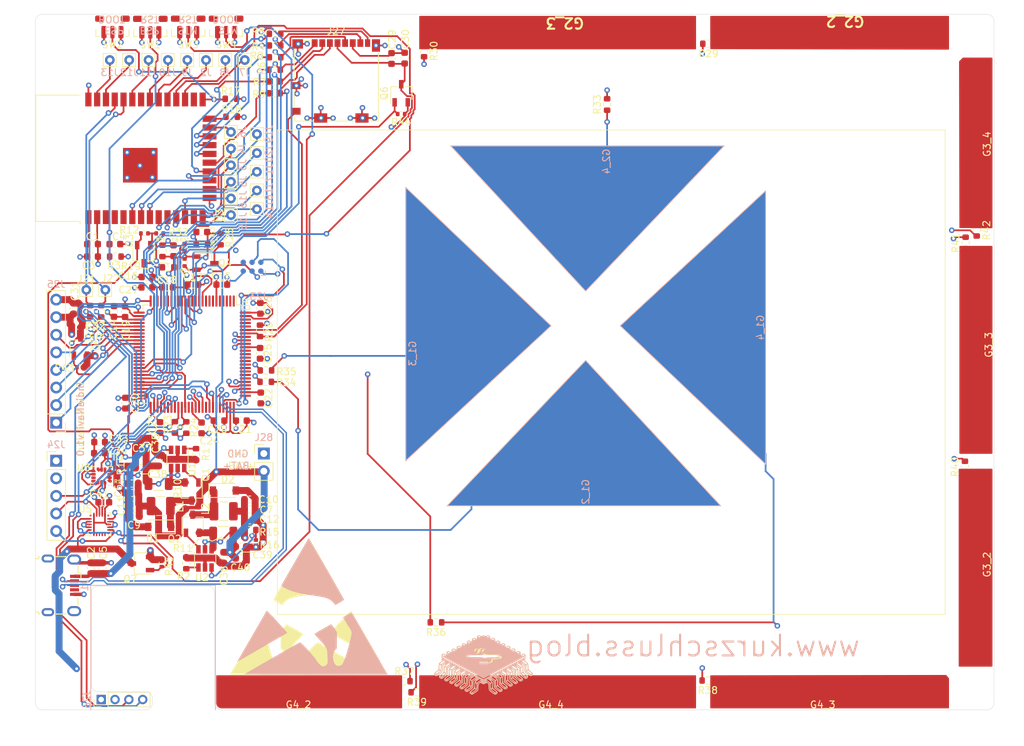
<source format=kicad_pcb>
(kicad_pcb (version 20210108) (generator pcbnew)
  (layers (0 "F.Cu" signal) (1 "In1.Cu" signal) (2 "In2.Cu" signal) (31 "B.Cu" signal) (34 "B.Paste" user) (35 "F.Paste" user) (36 "B.SilkS" user "B.Silkscreen") (37 "F.SilkS" user "F.Silkscreen") (38 "B.Mask" user) (39 "F.Mask" user) (44 "Edge.Cuts" user))
  (net 0 "")
  (net 1 "GND")
  (net 2 "+BATT")
  (net 3 "+3V3")
  (net 4 "Net-(C2-Pad2)")
  (net 5 "/ESP_nRST")
  (net 6 "VIN_ADC")
  (net 7 "VBAT_ADC")
  (net 8 "/SMPL_C_G3")
  (net 9 "/SMPL_C_G1")
  (net 10 "/SMPL_C_G4")
  (net 11 "/SMPL_C_G2")
  (net 12 "SD_VCC")
  (net 13 "EINK_VCC")
  (net 14 "Net-(D1-Pad1)")
  (net 15 "Net-(D2-Pad1)")
  (net 16 "Net-(J1-Pad4)")
  (net 17 "USB_D+")
  (net 18 "USB_D-")
  (net 19 "Net-(J2-Pad1)")
  (net 20 "Net-(J3-Pad1)")
  (net 21 "Net-(J4-Pad1)")
  (net 22 "Net-(J5-Pad1)")
  (net 23 "Net-(J6-Pad1)")
  (net 24 "Net-(J7-Pad1)")
  (net 25 "Net-(J8-Pad1)")
  (net 26 "Net-(J9-Pad1)")
  (net 27 "Net-(J10-Pad1)")
  (net 28 "Net-(J11-Pad1)")
  (net 29 "Net-(J12-Pad1)")
  (net 30 "Net-(J13-Pad1)")
  (net 31 "Net-(J14-Pad1)")
  (net 32 "Net-(J15-Pad1)")
  (net 33 "Net-(J16-Pad1)")
  (net 34 "Net-(J17-Pad1)")
  (net 35 "Net-(J18-Pad1)")
  (net 36 "Net-(J19-Pad1)")
  (net 37 "Net-(J20-Pad1)")
  (net 38 "Net-(J21-Pad1)")
  (net 39 "Net-(J22-Pad1)")
  (net 40 "Net-(J23-Pad6)")
  (net 41 "/SWCLK")
  (net 42 "/STM_nRST")
  (net 43 "/SWDIO")
  (net 44 "VOUT4")
  (net 45 "I2C_DAT")
  (net 46 "I2C_CLK")
  (net 47 "EINK_SPI_MOSI")
  (net 48 "EINK_SPI_CLK")
  (net 49 "EINK_~CS")
  (net 50 "EINK_DC")
  (net 51 "EINK_~RST")
  (net 52 "EINK_STATE")
  (net 53 "UART2_TX")
  (net 54 "UART2_RX")
  (net 55 "GPS_VCC")
  (net 56 "SD_DAT0")
  (net 57 "SD_CLK")
  (net 58 "SD_nCS")
  (net 59 "SD_DAT3")
  (net 60 "SD_DAT1")
  (net 61 "SD_DAT2")
  (net 62 "Net-(Q1-Pad2)")
  (net 63 "Net-(Q1-Pad1)")
  (net 64 "Net-(Q2-Pad2)")
  (net 65 "Net-(Q2-Pad1)")
  (net 66 "Net-(Q3-Pad3)")
  (net 67 "Net-(Q3-Pad1)")
  (net 68 "Net-(Q4-Pad3)")
  (net 69 "Net-(Q4-Pad1)")
  (net 70 "EINK_VCC_~EN")
  (net 71 "SD_VCC_nEN")
  (net 72 "GPS_VCC_nEN")
  (net 73 "Net-(R1-Pad1)")
  (net 74 "Net-(R2-Pad1)")
  (net 75 "Net-(R4-Pad1)")
  (net 76 "Net-(R5-Pad1)")
  (net 77 "Net-(R6-Pad1)")
  (net 78 "Net-(R7-Pad1)")
  (net 79 "Net-(R8-Pad1)")
  (net 80 "Net-(R9-Pad1)")
  (net 81 "Net-(R13-Pad2)")
  (net 82 "Net-(R15-Pad2)")
  (net 83 "Net-(R17-Pad1)")
  (net 84 "Net-(R18-Pad1)")
  (net 85 "UART1_RX")
  (net 86 "UART1_TX")
  (net 87 "Net-(R28-Pad1)")
  (net 88 "Net-(R29-Pad2)")
  (net 89 "/CAP_G2_2")
  (net 90 "Net-(R30-Pad2)")
  (net 91 "/CAP_G2_3")
  (net 92 "VBAT_ADC_~EN")
  (net 93 "VIN_ADC_~EN")
  (net 94 "Net-(R33-Pad2)")
  (net 95 "/CAP_G2_4")
  (net 96 "Net-(R34-Pad2)")
  (net 97 "/CAP_G1_2")
  (net 98 "Net-(R35-Pad2)")
  (net 99 "/CAP_G1_3")
  (net 100 "Net-(R36-Pad2)")
  (net 101 "/CAP_G1_4")
  (net 102 "Net-(R37-Pad2)")
  (net 103 "/CAP_G4_2")
  (net 104 "Net-(R38-Pad2)")
  (net 105 "/CAP_G4_3")
  (net 106 "Net-(R39-Pad2)")
  (net 107 "/CAP_G4_4")
  (net 108 "Net-(R40-Pad2)")
  (net 109 "/CAP_G3_2")
  (net 110 "Net-(R41-Pad2)")
  (net 111 "/CAP_G3_3")
  (net 112 "Net-(R42-Pad2)")
  (net 113 "/CAP_G3_4")
  (net 114 "Net-(U3-Pad32)")
  (net 115 "Net-(U3-Pad26)")
  (net 116 "Net-(U3-Pad5)")
  (net 117 "Net-(U3-Pad4)")
  (net 118 "Net-(U4-Pad98)")
  (net 119 "Net-(U4-Pad97)")
  (net 120 "Net-(U4-Pad96)")
  (net 121 "Net-(U4-Pad89)")
  (net 122 "Net-(U4-Pad88)")
  (net 123 "Net-(U4-Pad87)")
  (net 124 "Net-(U4-Pad86)")
  (net 125 "Net-(U4-Pad85)")
  (net 126 "Net-(U4-Pad84)")
  (net 127 "Net-(U4-Pad83)")
  (net 128 "Net-(U4-Pad82)")
  (net 129 "Net-(U4-Pad81)")
  (net 130 "Net-(U4-Pad67)")
  (net 131 "Net-(U4-Pad62)")
  (net 132 "G_INT1")
  (net 133 "G_INT2")
  (net 134 "Net-(U4-Pad56)")
  (net 135 "Net-(U4-Pad55)")
  (net 136 "Net-(U4-Pad41)")
  (net 137 "Net-(U4-Pad40)")
  (net 138 "Net-(U4-Pad39)")
  (net 139 "Net-(U4-Pad38)")
  (net 140 "Net-(U4-Pad37)")
  (net 141 "Net-(U4-Pad36)")
  (net 142 "Net-(U4-Pad23)")
  (net 143 "Net-(U4-Pad21)")
  (net 144 "Net-(U4-Pad20)")
  (net 145 "Net-(U4-Pad13)")
  (net 146 "Net-(U4-Pad12)")
  (net 147 "Net-(U4-Pad9)")
  (net 148 "Net-(U4-Pad8)")
  (net 149 "Net-(U4-Pad7)")
  (net 150 "Net-(U4-Pad5)")
  (net 151 "Net-(U4-Pad4)")
  (net 152 "Net-(U4-Pad3)")
  (net 153 "Net-(U4-Pad2)")
  (net 154 "Net-(U4-Pad1)")
  (net 155 "Net-(U5-Pad10)")
  (net 156 "Net-(U5-Pad9)")
  (net 157 "Net-(U5-Pad8)")
  (net 158 "Net-(U5-Pad7)")
  (net 159 "Net-(U6-Pad11)")
  (net 160 "Net-(U6-Pad10)")
  (net 161 "SD_nDET")
  (footprint "Capacitor_SMD:C_0603_1608Metric" (layer "F.Cu") (at 87.5 140.525 -90)
    (fp_text reference "C2")
    (fp_text value "100n")
  )
  (footprint "Capacitor_SMD:C_0603_1608Metric" (layer "F.Cu") (at 89.2 140.525 -90)
    (fp_text reference "C5")
    (fp_text value "4µ7")
  )
  (footprint "Capacitor_SMD:C_0603_1608Metric" (layer "F.Cu") (at 93.525 129.65 180)
    (fp_text reference "C6")
    (fp_text value "10n")
  )
  (footprint "Capacitor_SMD:C_0603_1608Metric" (layer "F.Cu") (at 99.45 94.65 90)
    (fp_text reference "C8")
    (fp_text value "10n")
  )
  (footprint "Capacitor_SMD:C_0603_1608Metric" (layer "F.Cu") (at 93.75 133.05 180)
    (fp_text reference "C9")
    (fp_text value "1µ")
  )
  (footprint "Capacitor_SMD:C_0603_1608Metric" (layer "F.Cu") (at 90.85 103.425 90)
    (fp_text reference "C14")
    (fp_text value "4µ7")
  )
  (footprint "Capacitor_SMD:C_0603_1608Metric" (layer "F.Cu") (at 106.425 99.55)
    (fp_text reference "C15")
    (fp_text value "100n")
  )
  (footprint "Capacitor_SMD:C_0603_1608Metric" (layer "F.Cu") (at 102.25 99.55 180)
    (fp_text reference "C17")
    (fp_text value "100n")
  )
  (footprint "Capacitor_SMD:C_0603_1608Metric" (layer "F.Cu") (at 98.575 99.95)
    (fp_text reference "C18")
    (fp_text value "10n")
  )
  (footprint "Capacitor_SMD:C_0603_1608Metric" (layer "F.Cu") (at 92.45 103.45 90)
    (fp_text reference "C19")
    (fp_text value "100n")
  )
  (footprint "Capacitor_SMD:C_0603_1608Metric" (layer "F.Cu") (at 92.5 116.675 -90)
    (fp_text reference "C20")
    (fp_text value "100n")
  )
  (footprint "Capacitor_SMD:C_0603_1608Metric" (layer "F.Cu") (at 109.25 119.2)
    (fp_text reference "C21")
    (fp_text value "100n")
  )
  (footprint "Capacitor_SMD:C_0603_1608Metric" (layer "F.Cu") (at 112.05 115.925 -90)
    (fp_text reference "C22")
    (fp_text value "10n")
  )
  (footprint "Capacitor_SMD:C_0603_1608Metric" (layer "F.Cu") (at 97.5 120.2 -90)
    (fp_text reference "C23")
    (fp_text value "10n")
  )
  (footprint "Capacitor_SMD:C_0603_1608Metric" (layer "F.Cu") (at 103.5 120.25 -90)
    (fp_text reference "C24")
    (fp_text value "10n")
  )
  (footprint "Capacitor_SMD:C_0603_1608Metric" (layer "F.Cu") (at 111.95 109.475 -90)
    (fp_text reference "C25")
    (fp_text value "10n")
  )
  (footprint "Capacitor_SMD:C_0603_1608Metric" (layer "F.Cu") (at 112 102.975 90)
    (fp_text reference "C26")
    (fp_text value "100n")
  )
  (footprint "Capacitor_SMD:C_0603_1608Metric" (layer "F.Cu") (at 95.6 99.95 180)
    (fp_text reference "C27")
    (fp_text value "100n")
  )
  (footprint "Capacitor_SMD:C_0603_1608Metric" (layer "F.Cu") (at 85.5 105.5 180)
    (fp_text reference "C32")
    (fp_text value "4µ7")
  )
  (footprint "Capacitor_SMD:C_0603_1608Metric" (layer "F.Cu") (at 88.775 122.3 180)
    (fp_text reference "C33")
    (fp_text value "4µ7")
  )
  (footprint "Capacitor_SMD:C_0603_1608Metric" (layer "F.Cu") (at 88.75 123.9 180)
    (fp_text reference "C34")
    (fp_text value "100n")
  )
  (footprint "Diode_SMD:D_SOD-123" (layer "F.Cu") (at 97.45 134.55 180)
    (fp_text reference "D1")
    (fp_text value "MBR160T1G")
  )
  (footprint "Diode_SMD:D_SOD-123" (layer "F.Cu") (at 106.8 129.3)
    (fp_text reference "D2")
    (fp_text value "MBR160T1G")
  )
  (footprint "Connector_PinHeader_2.54mm:PinHeader_1x05_P2.54mm_Vertical" (layer "F.Cu") (at 82.5 125)
    (fp_text reference "J24")
    (fp_text value "Conn_01x05_Male")
  )
  (footprint "Connector_PinHeader_2.00mm:PinHeader_1x04_P2.00mm_Vertical" (layer "F.Cu") (at 89 159.5 90)
    (fp_text reference "J26")
    (fp_text value "Conn_01x04_Male")
  )
  (footprint "Inductor_SMD:L_1210_3225Metric" (layer "F.Cu") (at 97.6 131.55 180)
    (fp_text reference "L1")
    (fp_text value "10µH")
  )
  (footprint "Inductor_SMD:L_1210_3225Metric" (layer "F.Cu") (at 106.7 132.3)
    (fp_text reference "L2")
    (fp_text value "10µH")
  )
  (footprint "Package_TO_SOT_SMD:TSOT-23" (layer "F.Cu") (at 102.1 129.45 -90)
    (fp_text reference "Q1")
    (fp_text value "DMG2301L-7 ")
  )
  (footprint "Package_TO_SOT_SMD:TSOT-23" (layer "F.Cu") (at 95.15 95.15 -90)
    (fp_text reference "Q3")
    (fp_text value "DMG2301L-7 ")
  )
  (footprint "Package_TO_SOT_SMD:TSOT-23" (layer "F.Cu") (at 86 108.5 90)
    (fp_text reference "Q5")
    (fp_text value "DMG2301L-7 ")
  )
  (footprint "Package_TO_SOT_SMD:TSOT-23" (layer "F.Cu") (at 94.75 139.85 180)
    (fp_text reference "Q7")
    (fp_text value "DMG2301L-7 ")
  )
  (footprint "Resistor_SMD:R_0603_1608Metric" (layer "F.Cu") (at 102.7 124.075 -90)
    (fp_text reference "R1")
    (fp_text value "0R")
  )
  (footprint "Resistor_SMD:R_0603_1608Metric" (layer "F.Cu") (at 101.3 139.775 90)
    (fp_text reference "R2")
    (fp_text value "0R")
  )
  (footprint "Resistor_SMD:R_0402_1005Metric" (layer "F.Cu") (at 95.25 92.15 180)
    (fp_text reference "R12")
    (fp_text value "100K")
  )
  (footprint "Resistor_SMD:R_0402_1005Metric" (layer "F.Cu") (at 92.75 126.3 90)
    (fp_text reference "R14")
    (fp_text value "100K")
  )
  (footprint "Resistor_SMD:R_0603_1608Metric" (layer "F.Cu") (at 98.675 97.05 180)
    (fp_text reference "R19")
    (fp_text value "4K7")
  )
  (footprint "Resistor_SMD:R_0603_1608Metric" (layer "F.Cu") (at 97.85 94.675 -90)
    (fp_text reference "R20")
    (fp_text value "4K7")
  )
  (footprint "Resistor_SMD:R_0603_1608Metric" (layer "F.Cu") (at 99.65 120.175 90)
    (fp_text reference "R23")
    (fp_text value "4K7")
  )
  (footprint "Resistor_SMD:R_0603_1608Metric" (layer "F.Cu") (at 101.3 120.2 90)
    (fp_text reference "R24")
    (fp_text value "4K7")
  )
  (footprint "Resistor_SMD:R_0603_1608Metric" (layer "F.Cu") (at 111.95 106.225 90)
    (fp_text reference "R28")
    (fp_text value "4K7")
  )
  (footprint "Resistor_SMD:R_0603_1608Metric" (layer "F.Cu") (at 176.75 64.75 180)
    (fp_text reference "R29")
    (fp_text value "10K")
  )
  (footprint "Resistor_SMD:R_0603_1608Metric" (layer "F.Cu") (at 135.65 65.8 -90)
    (fp_text reference "R30")
    (fp_text value "10K")
  )
  (footprint "Resistor_SMD:R_0402_1005Metric" (layer "F.Cu") (at 97.46 92.15 180)
    (fp_text reference "R32")
    (fp_text value "100K")
  )
  (footprint "Resistor_SMD:R_0603_1608Metric" (layer "F.Cu") (at 162.1 73.525 90)
    (fp_text reference "R33")
    (fp_text value "10K")
  )
  (footprint "Resistor_SMD:R_0603_1608Metric" (layer "F.Cu") (at 112.775 113.6 180)
    (fp_text reference "R34")
    (fp_text value "10K")
  )
  (footprint "Resistor_SMD:R_0603_1608Metric" (layer "F.Cu") (at 112.8 111.95 180)
    (fp_text reference "R35")
    (fp_text value "10K")
  )
  (footprint "Resistor_SMD:R_0603_1608Metric" (layer "F.Cu") (at 137.375 148.35 180)
    (fp_text reference "R36")
    (fp_text value "10K")
  )
  (footprint "Resistor_SMD:R_0603_1608Metric" (layer "F.Cu") (at 132.8 156.85)
    (fp_text reference "R37")
    (fp_text value "10K")
  )
  (footprint "Resistor_SMD:R_0603_1608Metric" (layer "F.Cu") (at 134.6 158.45 180)
    (fp_text reference "R39")
    (fp_text value "10K")
  )
  (footprint "Resistor_SMD:R_0603_1608Metric" (layer "F.Cu") (at 213.8 125.9 90)
    (fp_text reference "R40")
    (fp_text value "10K")
  )
  (footprint "Resistor_SMD:R_0402_1005Metric" (layer "F.Cu") (at 86 111.5 180)
    (fp_text reference "R43")
    (fp_text value "100K")
  )
  (footprint "Resistor_SMD:R_0402_1005Metric" (layer "F.Cu") (at 97.75 139.8 90)
    (fp_text reference "R45")
    (fp_text value "100K")
  )
  (footprint "MountingHole:MountingHole_3mm" (layer "F.Cu") (at 82.5 63.5)
    (fp_text reference "REF**" hide)
    (fp_text value "MountingHole_3mm")
  )
  (footprint "MountingHole:MountingHole_3mm" (layer "F.Cu") (at 215 158)
    (fp_text reference "REF**" hide)
    (fp_text value "MountingHole_3mm")
  )
  (footprint "MountingHole:MountingHole_3mm" (layer "F.Cu") (at 215 63.5)
    (fp_text reference "REF**" hide)
    (fp_text value "MountingHole_3mm")
  )
  (footprint "Connector_PinHeader_2.54mm:PinHeader_1x08_P2.54mm_Vertical" (layer "F.Cu") (at 82.5 119.5 180)
    (fp_text reference "J25")
    (fp_text value "Conn_01x08_Male")
  )
  (footprint "Package_QFP:LQFP-100_14x14mm_P0.5mm" (layer "F.Cu") (at 102.15 109.6 -90)
    (fp_text reference "U4")
    (fp_text value "STM32L4R7VITx")
  )
  (footprint "Connector_USB:USB_Micro-B_Wuerth_629105150521" (layer "F.Cu") (at 83.25 143 -90)
    (fp_text reference "J1")
    (fp_text value "USB_B_Micro")
  )
  (footprint "MountingHole:MountingHole_3mm" (layer "F.Cu") (at 82.5 158)
    (fp_text reference "REF**" hide)
    (fp_text value "MountingHole_3mm")
  )
  (footprint "Package_TO_SOT_SMD:TSOT-23-6" (layer "F.Cu") (at 104 139.11 90)
    (fp_text reference "U2")
    (fp_text value "TPS64201DBVR")
  )
  (footprint "Resistor_SMD:R_1206_3216Metric" (layer "F.Cu") (at 106.6375 135.4 180)
    (fp_text reference "R11")
    (fp_text value "33m")
  )
  (footprint "Capacitor_SMD:C_0603_1608Metric" (layer "F.Cu") (at 97.3 124.975 -90)
    (fp_text reference "C35")
    (fp_text value "100n")
  )
  (footprint "Capacitor_SMD:C_0603_1608Metric" (layer "F.Cu") (at 106.7 139 90)
    (fp_text reference "C36")
    (fp_text value "100n")
  )
  (footprint "Capacitor_SMD:C_0603_1608Metric" (layer "F.Cu") (at 94.725 124.25 180)
    (fp_text reference "C37")
    (fp_text value "4µ7")
  )
  (footprint "Capacitor_SMD:C_0603_1608Metric" (layer "F.Cu") (at 109.2 137.4)
    (fp_text reference "C39")
    (fp_text value "10n")
  )
  (footprint "Capacitor_SMD:C_0603_1608Metric" (layer "F.Cu") (at 109.2 139.1)
    (fp_text reference "C40")
    (fp_text value "4µ7")
  )
  (footprint "Package_TO_SOT_SMD:TSOT-23-6" (layer "F.Cu") (at 100.05 124.74 -90)
    (fp_text reference "U1")
    (fp_text value "TPS64201DBVR")
  )
  (footprint "Resistor_SMD:R_1206_3216Metric" (layer "F.Cu") (at 97.3 128.35)
    (fp_text reference "R10")
    (fp_text value "33m")
  )
  (footprint "Package_LGA:LGA-14_3x2.5mm_P0.5mm_LayoutBorder3x4y" (layer "F.Cu") (at 89.05 127.2 180)
    (fp_text reference "U6")
    (fp_text value "LSM6DS3")
  )
  (footprint "Capacitor_SMD:C_0603_1608Metric" (layer "F.Cu") (at 130.95 66.875 90)
    (fp_text reference "C29")
    (fp_text value "100n")
  )
  (footprint "Capacitor_SMD:C_0603_1608Metric" (layer "F.Cu") (at 132.85 66.825 90)
    (fp_text reference "C30")
    (fp_text value "4µ7")
  )
  (footprint "Connector_Pin:Pin_D0.7mm_L6.5mm_W1.8mm_FlatFork" (layer "F.Cu") (at 86.85 100.3)
    (fp_text reference "J21")
    (fp_text value "Conn_01x01")
  )
  (footprint "Package_TO_SOT_SMD:TSOT-23" (layer "F.Cu") (at 132.35 71.9 90)
    (fp_text reference "Q6")
    (fp_text value "DMG2301L-7 ")
  )
  (footprint "Connector_Pin:Pin_D0.7mm_L6.5mm_W1.8mm_FlatFork" (layer "F.Cu") (at 89.6 100.3)
    (fp_text reference "J22")
    (fp_text value "Conn_01x01")
  )
  (footprint "Resistor_SMD:R_0603_1608Metric" (layer "F.Cu") (at 91.05 95.5)
    (fp_text reference "R3")
    (fp_text value "10K")
  )
  (footprint "Capacitor_SMD:C_0603_1608Metric" (layer "F.Cu") (at 87.75 93.7 180)
    (fp_text reference "C1")
    (fp_text value "100n")
  )
  (footprint "Capacitor_SMD:C_0603_1608Metric" (layer "F.Cu") (at 90.975 93.7)
    (fp_text reference "C4")
    (fp_text value "100n")
  )
  (footprint "Capacitor_SMD:C_0603_1608Metric" (layer "F.Cu") (at 87.75 95.5 180)
    (fp_text reference "C3")
    (fp_text value "4µ7")
  )
  (footprint "Resistor_SMD:R_0603_1608Metric" (layer "F.Cu") (at 114.025 71.9)
    (fp_text reference "R9")
    (fp_text value "0R")
  )
  (footprint "Resistor_SMD:R_0603_1608Metric" (layer "F.Cu") (at 107.75 72.7)
    (fp_text reference "R17")
    (fp_text value "4K7")
  )
  (footprint "Resistor_SMD:R_0603_1608Metric" (layer "F.Cu") (at 107.85 75.3)
    (fp_text reference "R18")
    (fp_text value "4K7")
  )
  (footprint "Resistor_SMD:R_0603_1608Metric" (layer "F.Cu") (at 114.125 65)
    (fp_text reference "R4")
    (fp_text value "0R")
  )
  (footprint "Resistor_SMD:R_0603_1608Metric" (layer "F.Cu") (at 114.125 63.3)
    (fp_text reference "R5")
    (fp_text value "0R")
  )
  (footprint "Resistor_SMD:R_0603_1608Metric" (layer "F.Cu") (at 114.05 68.5)
    (fp_text reference "R6")
    (fp_text value "0R")
  )
  (footprint "Resistor_SMD:R_0603_1608Metric" (layer "F.Cu") (at 114.025 70.2)
    (fp_text reference "R7")
    (fp_text value "0R")
  )
  (footprint "Resistor_SMD:R_0603_1608Metric" (layer "F.Cu") (at 114.125 66.7)
    (fp_text reference "R8")
    (fp_text value "0R")
  )
  (footprint "Resistor_SMD:R_0402_1005Metric" (layer "F.Cu") (at 132.35 74.9 180)
    (fp_text reference "R44")
    (fp_text value "100K")
  )
  (footprint "RF_Module:ESP32-WROOM-32" (layer "F.Cu") (at 95.405 81.3 90)
    (fp_text reference "U3")
    (fp_text value "ESP32-WROOM-32")
  )
  (footprint "Capacitor_SMD:C_0603_1608Metric" (layer "F.Cu") (at 95.625 98.45 180)
    (fp_text reference "C16")
    (fp_text value "1µ")
  )
  (footprint "Capacitor_SMD:C_0603_1608Metric" (layer "F.Cu") (at 106.025 119.2 180)
    (fp_text reference "C28")
    (fp_text value "100n")
  )
  (footprint "Resistor_SMD:R_0603_1608Metric" (layer "F.Cu") (at 176.65 156.75 180)
    (fp_text reference "R38")
    (fp_text value "10K")
  )
  (footprint "Resistor_SMD:R_0603_1608Metric" (layer "F.Cu") (at 89 103.4 90)
    (fp_text reference "R22")
    (fp_text value "0R")
  )
  (footprint "Resistor_SMD:R_0603_1608Metric" (layer "F.Cu") (at 87.4 103.4 90)
    (fp_text reference "R21")
    (fp_text value "0R")
  )
  (footprint "Package_TO_SOT_SMD:TSOT-23" (layer "F.Cu") (at 104.05 96.45)
    (fp_text reference "Q4")
    (fp_text value "DMG2301L-7 ")
  )
  (footprint "Resistor_SMD:R_0402_1005Metric" (layer "F.Cu") (at 101.05 96.35 -90)
    (fp_text reference "R27")
    (fp_text value "100K")
  )
  (footprint "Resistor_SMD:R_0603_1608Metric" (layer "F.Cu") (at 103.55 93.65 180)
    (fp_text reference "R26")
    (fp_text value "4K7")
  )
  (footprint "Resistor_SMD:R_0402_1005Metric" (layer "F.Cu") (at 101.05 94.15 -90)
    (fp_text reference "R31")
    (fp_text value "100K")
  )
  (footprint "Resistor_SMD:R_0603_1608Metric" (layer "F.Cu") (at 106.25 92.975 90)
    (fp_text reference "R25")
    (fp_text value "4K7")
  )
  (footprint "Capacitor_SMD:C_0603_1608Metric" (layer "F.Cu") (at 103.525 91.95 180)
    (fp_text reference "C13")
    (fp_text value "10n")
  )
  (footprint "Resistor_SMD:R_0603_1608Metric" (layer "F.Cu") (at 110.525 135)
    (fp_text reference "R15")
    (fp_text value "172K")
  )
  (footprint "Capacitor_SMD:C_0603_1608Metric" (layer "F.Cu") (at 110.475 130.6)
    (fp_text reference "C10")
    (fp_text value "1µ")
  )
  (footprint "Capacitor_SMD:C_0603_1608Metric" (layer "F.Cu") (at 110.475 132.05)
    (fp_text reference "C7")
    (fp_text value "10n")
  )
  (footprint "Capacitor_SMD:C_0603_1608Metric" (layer "F.Cu") (at 110.475 133.6)
    (fp_text reference "C12")
    (fp_text value "4µ7")
  )
  (footprint "Resistor_SMD:R_0402_1005Metric" (layer "F.Cu") (at 111.35 136.96 -90)
    (fp_text reference "R16")
    (fp_text value "100K")
  )
  (footprint "Button_Switch_SMD:SW_Push_1P1T-MP_NO_Horizontal_Alps_SKRTLAE010" (layer "F.Cu") (at 96.1 62.2 180)
    (fp_text reference "SW1")
    (fp_text value "SW_Push")
  )
  (footprint "Button_Switch_SMD:SW_Push_1P1T-MP_NO_Horizontal_Alps_SKRTLAE010" (layer "F.Cu") (at 90.625 62.175 180)
    (fp_text reference "SW2")
    (fp_text value "SW_Push")
  )
  (footprint "Button_Switch_SMD:SW_Push_1P1T-MP_NO_Horizontal_Alps_SKRTLAE010" (layer "F.Cu") (at 101.575 62.175 180)
    (fp_text reference "SW3")
    (fp_text value "SW_Push")
  )
  (footprint "Button_Switch_SMD:SW_Push_1P1T-MP_NO_Horizontal_Alps_SKRTLAE010" (layer "F.Cu") (at 107.05 62.175 180)
    (fp_text reference "SW4")
    (fp_text value "SW_Push")
  )
  (footprint "Symbol:ESD-Logo_22x20mm_SilkScreen" (layer "F.Cu") (at 118.5 146)
    (fp_text reference "REF**" hide)
    (fp_text value "ESD-Logo_22x20mm_SilkScreen" hide)
  )
  (footprint "Platinenmacher:Platinenmacher_14" (layer "F.Cu") (at 144.25 154.5)
    (fp_text reference "G***" hide)
    (fp_text value "LOGO" hide)
  )
  (footprint "Connector_Pin:Pin_D0.7mm_L6.5mm_W1.8mm_FlatFork" (layer "F.Cu") (at 106.95 67.1)
    (fp_text reference "J8")
    (fp_text value "Conn_01x01")
  )
  (footprint "Connector_Pin:Pin_D0.7mm_L6.5mm_W1.8mm_FlatFork" (layer "F.Cu") (at 107.75 79.9)
    (fp_text reference "J4")
    (fp_text value "Conn_01x01")
  )
  (footprint "Connector_Pin:Pin_D0.7mm_L6.5mm_W1.8mm_FlatFork" (layer "F.Cu") (at 109.75 67.1)
    (fp_text reference "J7")
    (fp_text value "Conn_01x01")
  )
  (footprint "Connector_Pin:Pin_D0.7mm_L6.5mm_W1.8mm_FlatFork" (layer "F.Cu") (at 107.75 77.5)
    (fp_text reference "J6")
    (fp_text value "Conn_01x01")
  )
  (footprint "Connector_Pin:Pin_D0.7mm_L6.5mm_W1.8mm_FlatFork" (layer "F.Cu") (at 93.05 67.1)
    (fp_text reference "J12")
    (fp_text value "Conn_01x01")
  )
  (footprint "Connector_Pin:Pin_D0.7mm_L6.5mm_W1.8mm_FlatFork" (layer "F.Cu") (at 111.5 88.65 -90)
    (fp_text reference "J14")
    (fp_text value "Conn_01x01")
  )
  (footprint "Connector_Pin:Pin_D0.7mm_L6.5mm_W1.8mm_FlatFork" (layer "F.Cu") (at 90.25 67.1)
    (fp_text reference "J13")
    (fp_text value "Conn_01x01")
  )
  (footprint "Connector_Pin:Pin_D0.7mm_L6.5mm_W1.8mm_FlatFork" (layer "F.Cu") (at 104.15 67.1)
    (fp_text reference "J2")
    (fp_text value "Conn_01x01")
  )
  (footprint "Connector_Pin:Pin_D0.7mm_L6.5mm_W1.8mm_FlatFork" (layer "F.Cu") (at 98.65 67.1)
    (fp_text reference "J10")
    (fp_text value "Conn_01x01")
  )
  (footprint "Connector_Pin:Pin_D0.7mm_L6.5mm_W1.8mm_FlatFork" (layer "F.Cu") (at 107.75 82.3)
    (fp_text reference "J3")
    (fp_text value "Conn_01x01")
  )
  (footprint "Connector_Pin:Pin_D0.7mm_L6.5mm_W1.8mm_FlatFork" (layer "F.Cu") (at 95.85 67.1)
    (fp_text reference "J11")
    (fp_text value "Conn_01x01")
  )
  (footprint "Connector_Pin:Pin_D0.7mm_L6.5mm_W1.8mm_FlatFork" (layer "F.Cu") (at 101.45 67.1)
    (fp_text reference "J9")
    (fp_text value "Conn_01x01")
  )
  (footprint "Connector_Pin:Pin_D0.7mm_L6.5mm_W1.8mm_FlatFork" (layer "F.Cu") (at 107.75 84.7)
    (fp_text reference "J5")
    (fp_text value "Conn_01x01")
  )
  (footprint "Connector_Pin:Pin_D0.7mm_L6.5mm_W1.8mm_FlatFork" (layer "F.Cu") (at 111.5 85.95 -90)
    (fp_text reference "J18")
    (fp_text value "Conn_01x01")
  )
  (footprint "Connector_Pin:Pin_D0.7mm_L6.5mm_W1.8mm_FlatFork" (layer "F.Cu") (at 111.5 80.55 -90)
    (fp_text reference "J20")
    (fp_text value "Conn_01x01")
  )
  (footprint "Connector_Pin:Pin_D0.7mm_L6.5mm_W1.8mm_FlatFork" (layer "F.Cu") (at 107.75 89.5)
    (fp_text reference "J15")
    (fp_text value "Conn_01x01")
  )
  (footprint "Connector_Pin:Pin_D0.7mm_L6.5mm_W1.8mm_FlatFork" (layer "F.Cu") (at 111.5 77.8 -90)
    (fp_text reference "J19")
    (fp_text value "Conn_01x01")
  )
  (footprint "Connector_Pin:Pin_D0.7mm_L6.5mm_W1.8mm_FlatFork" (layer "F.Cu") (at 107.75 87.1)
    (fp_text reference "J16")
    (fp_text value "Conn_01x01")
  )
  (footprint "Connector_Pin:Pin_D0.7mm_L6.5mm_W1.8mm_FlatFork" (layer "F.Cu") (at 111.5 83.25 -90)
    (fp_text reference "J17")
    (fp_text value "Conn_01x01")
  )
  (footprint "Connector_PinHeader_2.54mm:PinHeader_1x02_P2.54mm_Vertical" (layer "F.Cu") (at 112.5 123.96)
    (fp_text reference "J28")
    (fp_text value "Conn_01x02_Male")
  )
  (footprint "Connector_Card:microSD_HC_Molex_104031-0811" (layer "F.Cu") (at 122.95 70.1)
    (fp_text reference "J27")
    (fp_text value "Micro_SD_Card_Det")
  )
  (footprint "Package_DFN_QFN:Texas_S-PWQFN-N20" (layer "F.Cu") (at 88.75 134.2)
    (fp_text reference "U5")
    (fp_text value "TPS22993")
  )
  (footprint "Resistor_SMD:R_0603_1608Metric" (layer "F.Cu") (at 213.9 93.525 90)
    (fp_text reference "R41")
    (fp_text value "10K")
  )
  (footprint "Resistor_SMD:R_0603_1608Metric" (layer "F.Cu") (at 215.5 91.7 -90)
    (fp_text reference "R42")
    (fp_text value "10K")
  )
  (footprint "Capacitor_SMD:C_0603_1608Metric" (layer "F.Cu") (at 85 103 -90)
    (fp_text reference "C31")
    (fp_text value "100n")
  )
  (footprint "Capacitor_SMD:C_0603_1608Metric" (layer "F.Cu") (at 89.375 131 180)
    (fp_text reference "C41")
    (fp_text value "100n")
  )
  (footprint "Capacitor_SMD:C_0603_1608Metric" (layer "F.Cu") (at 94.725 126.05 180)
    (fp_text reference "C38")
    (fp_text value "10n")
  )
  (footprint "Package_TO_SOT_SMD:TSOT-23" (layer "F.Cu") (at 102.2 134.1 90)
    (fp_text reference "Q2")
    (fp_text value "DMG2301L-7 ")
  )
  (footprint "Capacitor_SMD:C_0603_1608Metric" (layer "F.Cu") (at 93.725 131.35 180)
    (fp_text reference "C11")
    (fp_text value "4µ7")
  )
  (footprint "Resistor_SMD:R_0603_1608Metric" (layer "F.Cu") (at 93.525 128.3 180)
    (fp_text reference "R13")
    (fp_text value "246K")
  )
  (footprint "Symbol:ESD-Logo_22x20mm_SilkScreen" (layer "B.Cu") (at 119.5 146 180)
    (fp_text reference "REF**" hide)
    (fp_text value "ESD-Logo_22x20mm_SilkScreen" hide)
  )
  (footprint "Platinenmacher:Platinenmacher_14" (layer "B.Cu") (at 144.25 154.5 180)
    (fp_text reference "G***" hide)
    (fp_text value "LOGO" hide)
  )
  (footprint "Connector:Tag-Connect_TC2030-IDC-FP_2x03_P1.27mm_Vertical" (layer "B.Cu") (at 110.8 96.96 180)
    (fp_text reference "J23")
    (fp_text value "Conn_01x06_Male")
  )
  (gr_line (start 159 100.5) (end 139.5 79.5) (layer "B.SilkS") (width 0.12))
  (gr_line (start 133 125) (end 133 85.5) (layer "B.SilkS") (width 0.12))
  (gr_line (start 178.5 131.5) (end 139 131.5) (layer "B.SilkS") (width 0.12))
  (gr_line (start 164 105.5) (end 185 125.5) (layer "B.SilkS") (width 0.12))
  (gr_line (start 133 85.5) (end 154 105.5) (layer "B.SilkS") (width 0.12))
  (gr_line (start 159 110.5) (end 178.5 131.5) (layer "B.SilkS") (width 0.12))
  (gr_line (start 139 131.5) (end 159 110.5) (layer "B.SilkS") (width 0.12))
  (gr_line (start 87.5 161) (end 87.5 143) (layer "B.SilkS") (width 0.12))
  (gr_line (start 105.5 143) (end 105.5 161) (layer "B.SilkS") (width 0.12))
  (gr_line (start 139.5 79.5) (end 179 79.5) (layer "B.SilkS") (width 0.12))
  (gr_line (start 179 79.5) (end 159 100.5) (layer "B.SilkS") (width 0.12))
  (gr_line (start 185 125.5) (end 185 86) (layer "B.SilkS") (width 0.12))
  (gr_line (start 154 105.5) (end 133 125) (layer "B.SilkS") (width 0.12))
  (gr_line (start 87.5 143) (end 105.5 143) (layer "B.SilkS") (width 0.12))
  (gr_line (start 185 86) (end 164 105.5) (layer "B.SilkS") (width 0.12))
  (gr_line (start 210.95 77.2) (end 210.95 147.2) (layer "F.SilkS") (width 0.1))
  (gr_line (start 210.95 147.2) (end 114.45 147.2) (layer "F.SilkS") (width 0.1))
  (gr_line (start 114.45 77.2) (end 210.95 77.2) (layer "F.SilkS") (width 0.1))
  (gr_line (start 114.45 147.2) (end 114.45 77.2) (layer "F.SilkS") (width 0.1))
  (gr_line (start 97.55 96.4) (end 98.55 96.45) (layer "F.SilkS") (width 0.12))
  (gr_line (start 95 126.9) (end 94.7 126.5) (layer "F.SilkS") (width 0.12))
  (gr_line (start 105.05 136.6) (end 106.45 136) (layer "F.SilkS") (width 0.12))
  (gr_line (start 110.9 138.2) (end 109.45 138.2) (layer "F.SilkS") (width 0.12))
  (gr_line (start 102 137.65) (end 103.05 136.35) (layer "F.SilkS") (width 0.12))
  (gr_line (start 109.45 138.2) (end 109.2 137.75) (layer "F.SilkS") (width 0.12))
  (gr_line (start 94.65 97.25) (end 95.6 97.25) (layer "F.SilkS") (width 0.12))
  (gr_line (start 104.45 136.3) (end 105 136.6) (layer "F.SilkS") (width 0.12))
  (gr_line (start 103.05 136.35) (end 104.45 136.3) (layer "F.SilkS") (width 0.12))
  (gr_line (start 95.6 97.25) (end 97.55 96.4) (layer "F.SilkS") (width 0.12))
  (gr_line (start 98.55 96.45) (end 98.7 96.95) (layer "F.SilkS") (width 0.12))
  (gr_line (start 95.7 126.9) (end 95 126.9) (layer "F.SilkS") (width 0.12))
  (gr_line (start 218 160) (end 218 61.5) (layer "Edge.Cuts") (width 0.05))
  (gr_line (start 106.4 161) (end 217 161) (layer "Edge.Cuts") (width 0.05))
  (gr_line (start 95.4 158.4) (end 88.6 158.4) (layer "Edge.Cuts") (width 0.05))
  (gr_line (start 95.4 161) (end 80.5 161) (layer "Edge.Cuts") (width 0.05))
  (gr_line (start 105.4 160) (end 105.4 160) (layer "Edge.Cuts") (width 0.05))
  (gr_arc (start 95.4 159.4) (end 96.4 159.4) (angle -90) (layer "Edge.Cuts") (width 0.05))
  (gr_arc (start 80.5 160) (end 79.5 160) (angle -90) (layer "Edge.Cuts") (width 0.05))
  (gr_line (start 87.6 157.4) (end 87.6 144.1) (layer "Edge.Cuts") (width 0.05))
  (gr_line (start 217 60.5) (end 80.5 60.5) (layer "Edge.Cuts") (width 0.05))
  (gr_arc (start 88.6 157.4) (end 87.6 157.4) (angle -90) (layer "Edge.Cuts") (width 0.05))
  (gr_line (start 79.5 61.5) (end 79.5 160) (layer "Edge.Cuts") (width 0.05))
  (gr_arc (start 104.4 144.1) (end 105.4 144.1) (angle -90) (layer "Edge.Cuts") (width 0.05))
  (gr_line (start 105.4 144.1) (end 105.4 160) (layer "Edge.Cuts") (width 0.05))
  (gr_arc (start 217 160) (end 217 161) (angle -90) (layer "Edge.Cuts") (width 0.05))
  (gr_arc (start 106.4 160) (end 105.4 160) (angle -90) (layer "Edge.Cuts") (width 0.05))
  (gr_arc (start 95.4 160) (end 95.4 161) (angle -90) (layer "Edge.Cuts") (width 0.05))
  (gr_line (start 88.6 143.1) (end 104.4 143.1) (layer "Edge.Cuts") (width 0.05))
  (gr_arc (start 80.5 61.5) (end 80.5 60.5) (angle -90) (layer "Edge.Cuts") (width 0.05))
  (gr_line (start 96.4 160) (end 96.4 159.4) (layer "Edge.Cuts") (width 0.05))
  (gr_arc (start 88.6 144.1) (end 88.6 143.1) (angle -90) (layer "Edge.Cuts") (width 0.05))
  (gr_line (start 96.4 160) (end 96.4 160) (layer "Edge.Cuts") (width 0.05))
  (gr_arc (start 217 61.5) (end 218 61.5) (angle -90) (layer "Edge.Cuts") (width 0.05))
  (gr_text "IndiaNavi v1.0" (at 86 119 90) (layer "B.SilkS") (effects (font (size 1 1)) (justify mirror)))
  (gr_text "GND" (at 108.75 124) (layer "B.SilkS") (effects (font (size 1 1)) (justify mirror)))
  (gr_text "G1_4" (at 184.25 105.75 90) (layer "B.SilkS") (effects (font (size 1 1)) (justify mirror)))
  (gr_text "www.kurzschluss.blog" (at 174.5 151.75) (layer "B.SilkS") (effects (font (size 3 3) (thickness 0.3)) (justify mirror)))
  (gr_text "G1_2" (at 159 129.5 90) (layer "B.SilkS") (effects (font (size 1 1)) (justify mirror)))
  (gr_text " ESP\nBOOT" (at 90.5 62 180) (layer "B.SilkS") (effects (font (size 1 1)) (justify mirror)))
  (gr_text "G1_3" (at 134 109.5 90) (layer "B.SilkS") (effects (font (size 1 1)) (justify mirror)))
  (gr_text " STM\nBOOT" (at 107 62 180) (layer "B.SilkS") (effects (font (size 1 1)) (justify mirror)))
  (gr_text "G2_4" (at 162 81.75 90) (layer "B.SilkS") (effects (font (size 1 1)) (justify mirror)))
  (gr_text "STM\nRST" (at 101.5 62 180) (layer "B.SilkS") (effects (font (size 1 1)) (justify mirror)))
  (gr_text "ESP\nRST" (at 96 62 180) (layer "B.SilkS") (effects (font (size 1 1)) (justify mirror)))
  (gr_text "BAT+" (at 108.5 125.75) (layer "B.SilkS") (effects (font (size 1 1)) (justify mirror)))
  (gr_text "BAT+" (at 109.25 125.75) (layer "F.SilkS") (effects (font (size 1 1))))
  (gr_text "IndiaNavi v1.0" (at 86 119 90) (layer "F.SilkS") (effects (font (size 1 1))))
  (gr_text "G4_4" (at 154 160.25) (layer "F.SilkS") (effects (font (size 1 1))))
  (gr_text "G3_3" (at 217.25 108.25 90) (layer "F.SilkS") (effects (font (size 1 1))))
  (gr_text "G3_4" (at 217 79.25 90) (layer "F.SilkS") (effects (font (size 1 1))))
  (gr_text "G3_2" (at 217 140 90) (layer "F.SilkS") (effects (font (size 1 1))))
  (gr_text "G4_2" (at 117.5 160.25) (layer "F.SilkS") (effects (font (size 1 1))))
  (gr_text "G2_2" (at 196.5 61.5 180) (layer "F.SilkS") (effects (font (size 1.5 1.5) (thickness 0.3))))
  (gr_text "G4_3" (at 193.25 160.25) (layer "F.SilkS") (effects (font (size 1 1))))
  (gr_text "G2_3" (at 156 61.75 180) (layer "F.SilkS") (effects (font (size 1.5 1.5) (thickness 0.3))))
  (gr_text "GND" (at 108.75 124) (layer "F.SilkS") (effects (font (size 1 1))))
  (segment (start 111.35 137.47) (end 110.045 137.47) (width 1) (layer "F.Cu") (net 1))
  (segment (start 112.390086 136.840086) (end 112.40001 136.830162) (width 1) (layer "F.Cu") (net 1))
  (segment (start 112.40001 134.30001) (end 111.7 133.6) (width 1) (layer "F.Cu") (net 1))
  (segment (start 120.775 75.475) (end 122.475 75.475) (width 0.25) (layer "F.Cu") (net 1))
  (segment (start 126.775 75.475) (end 128.475 75.475) (width 0.25) (layer "F.Cu") (net 1))
  (segment (start 117.21 70.8) (end 118.5 70.8) (width 0.25) (layer "F.Cu") (net 1))
  (segment (start 128.705 65) (end 130 65) (width 0.25) (layer "F.Cu") (net 1))
  (segment (start 117.475 64.775) (end 118.725 64.775) (width 0.25) (layer "F.Cu") (net 1))
  (segment (start 125.025 75.475) (end 125 75.5) (width 0.25) (layer "F.Cu") (net 1))
  (segment (start 95.55001 115.380018) (end 95.55001 115.819982) (width 0.25) (layer "F.Cu") (net 1))
  (segment (start 90.2125 127.95) (end 90.2125 127.45) (width 0.25) (layer "F.Cu") (net 1))
  (segment (start 91.66963 125.898557) (end 91.66963 126.52424) (width 1) (layer "F.Cu") (net 1))
  (segment (start 95.8 134.55) (end 94 134.55) (width 1) (layer "F.Cu") (net 1))
  (segment (start 102.75 91.95) (end 102.75 92.168321) (width 0.25) (layer "F.Cu") (net 1))
  (segment (start 89.05 126.2875) (end 88.55 126.2875) (width 0.25) (layer "F.Cu") (net 1))
  (segment (start 92.75 125.79) (end 91.778187 125.79) (width 1) (layer "F.Cu") (net 1))
  (segment (start 117.21 70.553781) (end 117.916284 69.847497) (width 0.25) (layer "F.Cu") (net 1))
  (segment (start 117.21 70.8) (end 117.21 71.875998) (width 0.25) (layer "F.Cu") (net 1))
  (segment (start 104 140.42) (end 104 139.220002) (width 0.5) (layer "F.Cu") (net 1))
  (segment (start 101.475 99.55) (end 101.475 100.34999) (width 0.25) (layer "F.Cu") (net 1))
  (segment (start 84.515 105.29) (end 84.725 105.5) (width 1) (layer "F.Cu") (net 1))
  (segment (start 110.112452 129.3) (end 111.25 130.437548) (width 1) (layer "F.Cu") (net 1))
  (segment (start 126.68 75.475) (end 126.68 74.07) (width 0.25) (layer "F.Cu") (net 1))
  (segment (start 85.575 139.75) (end 85.1 139.275) (width 0.5) (layer "F.Cu") (net 1))
  (segment (start 111.760172 137.47) (end 112.390086 136.840086) (width 1) (layer "F.Cu") (net 1))
  (segment (start 102.75 92.168321) (end 102.293386 92.624935) (width 0.25) (layer "F.Cu") (net 1))
  (segment (start 109.975 139.575) (end 109.975 139.1) (width 1) (layer "F.Cu") (net 1))
  (segment (start 93.92499 116.02501) (end 92.5 117.45) (width 0.25) (layer "F.Cu") (net 1))
  (segment (start 90.396696 124.697694) (end 89.702306 124.697694) (width 0.25) (layer "F.Cu") (net 1))
  (segment (start 117.385 66.135) (end 117.5 66.25) (width 0.25) (layer "F.Cu") (net 1))
  (segment (start 106.225 139.775) (end 105.510001 139.060001) (width 1) (layer "F.Cu") (net 1))
  (segment (start 107.65 117.275) (end 107.65 120.65) (width 0.25) (layer "F.Cu") (net 1))
  (segment (start 87.95 135.6) (end 87.95 133.95) (width 0.25) (layer "F.Cu") (net 1))
  (segment (start 110.025 119.2) (end 110.778691 119.2) (width 0.25) (layer "F.Cu") (net 1))
  (segment (start 126.68 75.475) (end 125.025 75.475) (width 0.25) (layer "F.Cu") (net 1))
  (segment (start 132.85 66.05) (end 132.000004 65.200004) (width 0.25) (layer "F.Cu") (net 1))
  (segment (start 89.2 139.75) (end 90.45 139.75) (width 0.5) (layer "F.Cu") (net 1))
  (segment (start 108.45 129.3) (end 108.775 129.3) (width 1) (layer "F.Cu") (net 1))
  (segment (start 90.85 126.669992) (end 90.85 125.150998) (width 0.25) (layer "F.Cu") (net 1))
  (segment (start 101.475 100.34999) (end 101.62501 100.5) (width 0.25) (layer "F.Cu") (net 1))
  (segment (start 120.71 75.475) (end 118.775 75.475) (width 0.25) (layer "F.Cu") (net 1))
  (segment (start 96.07635 121.74999) (end 95.07365 121.74999) (width 1) (layer "F.Cu") (net 1))
  (segment (start 89.530344 133.95) (end 89.55 133.930344) (width 0.25) (layer "F.Cu") (net 1))
  (segment (start 87.95 133.95) (end 89.530344 133.95) (width 0.25) (layer "F.Cu") (net 1))
  (segment (start 111.25 130.437548) (end 111.25 130.6) (width 1) (layer "F.Cu") (net 1))
  (segment (start 94.875 63.1) (end 94.875 64.575) (width 0.25) (layer "F.Cu") (net 1))
  (segment (start 99.15 100.15) (end 99.35 99.95) (width 0.25) (layer "F.Cu") (net 1))
  (segment (start 90.85 125.150998) (end 90.396696 124.697694) (width 0.25) (layer "F.Cu") (net 1))
  (segment (start 99.303691 93.875) (end 98.653701 93.22501) (width 0.25) (layer "F.Cu") (net 1))
  (segment (start 95.344982 116.02501) (end 93.92499 116.02501) (width 0.25) (layer "F.Cu") (net 1))
  (segment (start 120.71 75.475) (end 120.71 74.04) (width 0.25) (layer "F.Cu") (net 1))
  (segment (start 102.725 93.65) (end 102.725 93.056549) (width 0.25) (layer "F.Cu") (net 1))
  (segment (start 93.1 103.325) (end 92.45 102.675) (width 0.25) (layer "F.Cu") (net 1))
  (segment (start 104.525 121.025) (end 104.55 121.05) (width 0.25) (layer "F.Cu") (net 1))
  (segment (start 89.65 124.75) (end 89.525 124.625) (width 0.25) (layer "F.Cu") (net 1))
  (segment (start 89.55 131.865699) (end 90.15 131.265699) (width 0.25) (layer "F.Cu") (net 1))
  (segment (start 97.775 124.2) (end 97.3 124.2) (width 1) (layer "F.Cu") (net 1))
  (segment (start 105.25 120) (end 105.25 119.2) (width 0.25) (layer "F.Cu") (net 1))
  (segment (start 95.55001 115.819982) (end 95.344982 116.02501) (width 0.25) (layer "F.Cu") (net 1))
  (segment (start 105.25 119.2) (end 104.7 118.65) (width 0.25) (layer "F.Cu") (net 1))
  (segment (start 109 121) (end 108 121) (width 0.25) (layer "F.Cu") (net 1))
  (segment (start 107.65 120.65) (end 107.45 120.85) (width 0.25) (layer "F.Cu") (net 1))
  (segment (start 109.574979 75.3) (end 109.624979 75.35) (width 0.25) (layer "F.Cu") (net 1))
  (segment (start 87.5 139.75) (end 85.575 139.75) (width 0.5) (layer "F.Cu") (net 1))
  (segment (start 107.45 120.85) (end 106.1 120.85) (width 0.25) (layer "F.Cu") (net 1))
  (segment (start 108.675 75.3) (end 109.574979 75.3) (width 0.25) (layer "F.Cu") (net 1))
  (segment (start 109.975 139.1) (end 109.975 137.4) (width 1) (layer "F.Cu") (net 1))
  (segment (start 111.95 105.4) (end 112.701063 105.4) (width 0.25) (layer "F.Cu") (net 1))
  (segment (start 102.7 124.9) (end 102.589999 124.789999) (width 1) (layer "F.Cu") (net 1))
  (segment (start 89.702306 124.697694) (end 89.65 124.75) (width 0.25) (layer "F.Cu") (net 1))
  (segment (start 118.775 75.475) (end 118.75 75.5) (width 0.25) (layer "F.Cu") (net 1))
  (segment (start 94.825 99.95) (end 93.9 99.95) (width 0.25) (layer "F.Cu") (net 1))
  (segment (start 126.68 75.475) (end 126.775 75.475) (width 0.25) (layer "F.Cu") (net 1))
  (segment (start 109.825 104.1) (end 110.625 104.1) (width 0.25) (layer "F.Cu") (net 1))
  (segment (start 104 139.220002) (end 103.839999 139.060001) (width 0.5) (layer "F.Cu") (net 1))
  (segment (start 117.385 64.775) (end 117.475 64.775) (width 0.25) (layer "F.Cu") (net 1))
  (segment (start 111.00001 104.47501) (end 113.023994 104.47501) (width 0.25) (layer "F.Cu") (net 1))
  (segment (start 112 102.2) (end 110.949998 102.2) (width 0.25) (layer "F.Cu") (net 1))
  (segment (start 132.000004 65.200004) (end 132 65.200004) (width 0.25) (layer "F.Cu") (net 1))
  (segment (start 101.410001 139.060001) (end 101.3 138.95) (width 1) (layer "F.Cu") (net 1))
  (segment (start 94 134.55) (end 92.975 133.525) (width 1) (layer "F.Cu") (net 1))
  (segment (start 112.701063 105.4) (end 112.961148 105.139915) (width 0.25) (layer "F.Cu") (net 1))
  (segment (start 92.75 129.65) (end 92.75 132.825) (width 1) (layer "F.Cu") (net 1))
  (segment (start 110.025 119.2) (end 110.025 119.975) (width 0.25) (layer "F.Cu") (net 1))
  (segment (start 89.55 122.3) (end 89.55 121.35) (width 0.25) (layer "F.Cu") (net 1))
  (segment (start 98.364999 124.789999) (end 97.775 124.2) (width 1) (layer "F.Cu") (net 1))
  (segment (start 107.2 99.55) (end 107.2 98.5) (width 0.25) (layer "F.Cu") (net 1))
  (segment (start 111.25 133.6) (end 111.25 130.6) (width 1) (layer "F.Cu") (net 1))
  (segment (start 117.385 64.775) (end 117.385 66.135) (width 0.25) (layer "F.Cu") (net 1))
  (segment (start 90.2125 126.95) (end 90.2125 127.45) (width 0.25) (layer "F.Cu") (net 1))
  (segment (start 93.95 126.05) (end 93.69 125.79) (width 1) (layer "F.Cu") (net 1))
  (segment (start 91.75 93.7) (end 92.8 93.7) (width 0.25) (layer "F.Cu") (net 1))
  (segment (start 86 95.5) (end 85.95 95.55) (width 0.25) (layer "F.Cu") (net 1))
  (segment (start 84.515 104.26) (end 85 103.775) (width 1) (layer "F.Cu") (net 1))
  (segment (start 91.55 117.45) (end 91.5 117.5) (width 0.25) (layer "F.Cu") (net 1))
  (segment (start 125.345 65.45) (end 126.395 66.5) (width 0.25) (layer "F.Cu") (net 1))
  (segment (start 122.475 75.475) (end 122.5 75.5) (width 0.25) (layer "F.Cu") (net 1))
  (segment (start 108.45 129.3) (end 110.112452 129.3) (width 1) (layer "F.Cu") (net 1))
  (segment (start 111.35 137.47) (end 111.760172 137.47) (width 1) (layer "F.Cu") (net 1))
  (segment (start 97.85 93.85) (end 98.028711 93.85) (width 0.25) (layer "F.Cu") (net 1))
  (segment (start 89.55 132.8) (end 89.55 131.865699) (width 0.25) (layer "F.Cu") (net 1))
  (segment (start 118.725 64.775) (end 118.75 64.75) (width 0.25) (layer "F.Cu") (net 1))
  (segment (start 89.525 123.9) (end 89.525 122.325) (width 0.25) (layer "F.Cu") (net 1))
  (segment (start 96.75001 123.65001) (end 96.75001 122.42365) (width 1) (layer "F.Cu") (net 1))
  (segment (start 98.028711 93.85) (end 98.653701 93.22501) (width 0.25) (layer "F.Cu") (net 1))
  (segment (start 90.15 131) (end 90.15 130.1) (width 0.25) (layer "F.Cu") (net 1))
  (segment (start 82.5 104.26) (end 84.515 104.26) (width 1) (layer "F.Cu") (net 1))
  (segment (start 87.15 93.525) (end 86.975 93.7) (width 0.25) (layer "F.Cu") (net 1))
  (segment (start 104.92443 98.75619) (end 104.485925 98.317685) (width 0.25) (layer "F.Cu") (net 1))
  (segment (start 95.269992 115.1) (end 95.55001 115.380018) (width 0.25) (layer "F.Cu") (net 1))
  (segment (start 130.55 66.5) (end 130.95 66.1) (width 0.25) (layer "F.Cu") (net 1))
  (segment (start 101.07501 99.95) (end 101.62501 100.5) (width 0.25) (layer "F.Cu") (net 1))
  (segment (start 112.40001 136.830162) (end 112.40001 134.30001) (width 1) (layer "F.Cu") (net 1))
  (segment (start 108.45 94.709428) (end 108.45 94.6) (width 0.25) (layer "F.Cu") (net 1))
  (segment (start 103.839999 139.060001) (end 101.410001 139.060001) (width 1) (layer "F.Cu") (net 1))
  (segment (start 91.85 63.075) (end 91.85 64.525) (width 0.25) (layer "F.Cu") (net 1))
  (segment (start 128.475 75.475) (end 128.5 75.5) (width 0.25) (layer "F.Cu") (net 1))
  (segment (start 93.95 122.87364) (end 93.95 124.25) (width 1) (layer "F.Cu") (net 1))
  (segment (start 100.05 123.43) (end 100.05 124.629998) (width 0.5) (layer "F.Cu") (net 1))
  (segment (start 85.15 144.3) (end 86.5 144.3) (width 0.5) (layer "F.Cu") (net 1))
  (segment (start 128.705 65) (end 128.705 65) (width 0.25) (layer "F.Cu") (net 1))
  (segment (start 103.65 100.678624) (end 104.92443 99.404194) (width 0.25) (layer "F.Cu") (net 1))
  (segment (start 106.1 120.85) (end 105.25 120) (width 0.25) (layer "F.Cu") (net 1))
  (segment (start 87.5 139.75) (end 89.2 139.75) (width 1) (layer "F.Cu") (net 1))
  (segment (start 89.55 133.930344) (end 89.819656 134.2) (width 0.25) (layer "F.Cu") (net 1))
  (segment (start 84.725 105.5) (end 84.725 106.725) (width 1) (layer "F.Cu") (net 1))
  (segment (start 113.023994 104.47501) (end 113.725002 103.774002) (width 0.25) (layer "F.Cu") (net 1))
  (segment (start 89.55 132.8) (end 89.55 133.930344) (width 0.25) (layer "F.Cu") (net 1))
  (segment (start 91.661452 128.938548) (end 91.261453 128.538549) (width 1) (layer "F.Cu") (net 1))
  (segment (start 93.95 124.25) (end 93.95 126.05) (width 1) (layer "F.Cu") (net 1))
  (segment (start 89.4 63.075) (end 89.4 64.55) (width 0.25) (layer "F.Cu") (net 1))
  (segment (start 92.75 132.825) (end 92.975 133.05) (width 1) (layer "F.Cu") (net 1))
  (segment (start 97.525 120.975) (end 98.3 121.75) (width 0.25) (layer "F.Cu") (net 1))
  (segment (start 99.15 101.925) (end 99.15 100.15) (width 0.25) (layer "F.Cu") (net 1))
  (segment (start 95.07365 121.74999) (end 93.95 122.87364) (width 1) (layer "F.Cu") (net 1))
  (segment (start 93.675 104.1) (end 93.1 103.525) (width 0.25) (layer "F.Cu") (net 1))
  (segment (start 86.975 95.5) (end 86.975 93.7) (width 0.25) (layer "F.Cu") (net 1))
  (segment (start 97.3 124.2) (end 96.75001 123.65001) (width 1) (layer "F.Cu") (net 1))
  (segment (start 89.65 124.75) (end 89.05 125.35) (width 0.25) (layer "F.Cu") (net 1))
  (segment (start 90.569992 126.95) (end 90.85 126.669992) (width 0.25) (layer "F.Cu") (net 1))
  (segment (start 110.045 137.47) (end 109.975 137.4) (width 1) (layer "F.Cu") (net 1))
  (segment (start 104.66 87.015) (end 104.66 87.91) (width 0.25) (layer "F.Cu") (net 1))
  (segment (start 99.35 99.95) (end 101.07501 99.95) (width 0.25) (layer "F.Cu") (net 1))
  (segment (start 102.725 93.056549) (end 102.293386 92.624935) (width 0.25) (layer "F.Cu") (net 1))
  (segment (start 89.05 125.35) (end 89.05 126.2875) (width 0.25) (layer "F.Cu") (net 1))
  (segment (start 89.819656 134.2) (end 90.15 134.2) (width 0.25) (layer "F.Cu") (net 1))
  (segment (start 104.66 87.91) (end 104.95 88.2) (width 0.25) (layer "F.Cu") (net 1))
  (segment (start 103.65 101.925) (end 103.65 100.678624) (width 0.25) (layer "F.Cu") (net 1))
  (segment (start 113.725002 103.774002) (end 113.725002 103.125998) (width 0.25) (layer "F.Cu") (net 1))
  (segment (start 107.15001 140.22501) (end 109.32499 140.22501) (width 1) (layer "F.Cu") (net 1))
  (segment (start 84.515 104.26) (end 84.515 105.29) (width 1) (layer "F.Cu") (net 1))
  (segment (start 117.21 71.875998) (end 117.292125 71.958123) (width 0.25) (layer "F.Cu") (net 1))
  (segment (start 87.15 70.8) (end 87.2 70.75) (width 0.25) (layer "F.Cu") (net 1))
  (segment (start 90.2125 126.95) (end 90.569992 126.95) (width 0.25) (layer "F.Cu") (net 1))
  (segment (start 89.525 124.625) (end 89.525 123.9) (width 0.25) (layer "F.Cu") (net 1))
  (segment (start 94.475 115.1) (end 95.269992 115.1) (width 0.25) (layer "F.Cu") (net 1))
  (segment (start 111.35 137.47) (end 111.35 137.47) (width 1) (layer "F.Cu") (net 1))
  (segment (start 102.589999 124.789999) (end 99.889999 124.789999) (width 1) (layer "F.Cu") (net 1))
  (segment (start 105.510001 139.060001) (end 103.839999 139.060001) (width 1) (layer "F.Cu") (net 1))
  (segment (start 126.395 66.5) (end 130.55 66.5) (width 0.25) (layer "F.Cu") (net 1))
  (segment (start 92.372904 129.65) (end 91.661452 128.938548) (width 1) (layer "F.Cu") (net 1))
  (segment (start 102.707315 98.317685) (end 101.475 99.55) (width 0.25) (layer "F.Cu") (net 1))
  (segment (start 90.15 131.265699) (end 90.15 131) (width 0.25) (layer "F.Cu") (net 1))
  (segment (start 94.475 104.1) (end 93.675 104.1) (width 0.25) (layer "F.Cu") (net 1))
  (segment (start 102.8 63.075) (end 102.8 64.55) (width 0.25) (layer "F.Cu") (net 1))
  (segment (start 99.889999 124.789999) (end 98.364999 124.789999) (width 1) (layer "F.Cu") (net 1))
  (segment (start 96.75001 122.42365) (end 96.07635 121.74999) (width 1) (layer "F.Cu") (net 1))
  (segment (start 117.21 70.8) (end 117.21 70.553781) (width 0.25) (layer "F.Cu") (net 1))
  (segment (start 99.45 93.875) (end 99.303691 93.875) (width 0.25) (layer "F.Cu") (net 1))
  (segment (start 108 121) (end 107.65 120.65) (width 0.25) (layer "F.Cu") (net 1))
  (segment (start 93.1 103.525) (end 93.1 103.325) (width 0.25) (layer "F.Cu") (net 1))
  (segment (start 91.261453 126.932417) (end 91.66963 126.52424) (width 1) (layer "F.Cu") (net 1))
  (segment (start 106.7 139.775) (end 106.225 139.775) (width 1) (layer "F.Cu") (net 1))
  (segment (start 91.778187 125.79) (end 91.66963 125.898557) (width 1) (layer "F.Cu") (net 1))
  (segment (start 91.261453 128.538549) (end 91.261453 126.932417) (width 1) (layer "F.Cu") (net 1))
  (segment (start 92.975 133.525) (end 92.975 133.05) (width 1) (layer "F.Cu") (net 1))
  (segment (start 106.7 139.775) (end 107.15001 140.22501) (width 1) (layer "F.Cu") (net 1))
  (segment (start 89.525 122.325) (end 89.55 122.3) (width 0.25) (layer "F.Cu") (net 1))
  (segment (start 112.799004 102.2) (end 112 102.2) (width 0.25) (layer "F.Cu") (net 1))
  (segment (start 93.9 99.95) (end 93.85 100) (width 0.25) (layer "F.Cu") (net 1))
  (segment (start 92.8 93.7) (end 92.85 93.65) (width 0.25) (layer "F.Cu") (net 1))
  (segment (start 100.35 63.075) (end 100.35 64.525) (width 0.25) (layer "F.Cu") (net 1))
  (segment (start 84.725 106.725) (end 84.75 106.75) (width 1) (layer "F.Cu") (net 1))
  (segment (start 104.7 118.65) (end 104.35 118.65) (width 0.25) (layer "F.Cu") (net 1))
  (segment (start 110.625 104.1) (end 111.00001 104.47501) (width 0.25) (layer "F.Cu") (net 1))
  (segment (start 93.69 125.79) (end 92.75 125.79) (width 1) (layer "F.Cu") (net 1))
  (segment (start 132.8 66.1) (end 132.85 66.05) (width 0.25) (layer "F.Cu") (net 1))
  (segment (start 109.32499 140.22501) (end 109.975 139.575) (width 1) (layer "F.Cu") (net 1))
  (segment (start 125.345 64.65) (end 125.345 65.45) (width 0.25) (layer "F.Cu") (net 1))
  (segment (start 104.92443 99.404194) (end 104.92443 98.75619) (width 0.25) (layer "F.Cu") (net 1))
  (segment (start 87.15 72.8) (end 87.15 70.8) (width 0.25) (layer "F.Cu") (net 1))
  (segment (start 87.95 133.95) (end 87.95 132.8) (width 0.25) (layer "F.Cu") (net 1))
  (segment (start 92.5 117.45) (end 91.55 117.45) (width 0.25) (layer "F.Cu") (net 1))
  (segment (start 90.15 130.1) (end 90.2 130.05) (width 0.25) (layer "F.Cu") (net 1))
  (segment (start 92.425 102.65) (end 92.45 102.675) (width 0.25) (layer "F.Cu") (net 1))
  (segment (start 94.85 98.45) (end 93.85 98.45) (width 0.25) (layer "F.Cu") (net 1))
  (segment (start 100.35 64.525) (end 100.375 64.55) (width 0.25) (layer "F.Cu") (net 1))
  (segment (start 103.5 121.025) (end 104.525 121.025) (width 0.25) (layer "F.Cu") (net 1))
  (segment (start 92.75 129.65) (end 92.372904 129.65) (width 1) (layer "F.Cu") (net 1))
  (segment (start 104.485925 98.317685) (end 102.707315 98.317685) (width 0.25) (layer "F.Cu") (net 1))
  (segment (start 110.778691 119.2) (end 111.053701 119.47501) (width 0.25) (layer "F.Cu") (net 1))
  (segment (start 110.025 119.975) (end 109 121) (width 0.25) (layer "F.Cu") (net 1))
  (segment (start 97.5 120.975) (end 97.525 120.975) (width 0.25) (layer "F.Cu") (net 1))
  (segment (start 87.15 89.8) (end 87.15 93.525) (width 0.25) (layer "F.Cu") (net 1))
  (segment (start 111.95 110.25) (end 113 110.25) (width 0.25) (layer "F.Cu") (net 1))
  (segment (start 92.45 102.675) (end 92.45 101.65) (width 0.25) (layer "F.Cu") (net 1))
  (segment (start 120.71 74.04) (end 120.75 74) (width 0.25) (layer "F.Cu") (net 1))
  (segment (start 100.05 124.629998) (end 99.889999 124.789999) (width 0.5) (layer "F.Cu") (net 1))
  (segment (start 112.05 116.7) (end 113.1 116.7) (width 0.25) (layer "F.Cu") (net 1))
  (segment (start 117.21 70.8) (end 117.21 70.8) (width 0.25) (layer "F.Cu") (net 1))
  (segment (start 86.975 95.5) (end 86 95.5) (width 0.25) (layer "F.Cu") (net 1))
  (segment (start 113.725002 103.125998) (end 112.799004 102.2) (width 0.25) (layer "F.Cu") (net 1))
  (segment (start 111.7 133.6) (end 111.25 133.6) (width 1) (layer "F.Cu") (net 1))
  (segment (start 120.71 75.475) (end 120.775 75.475) (width 0.25) (layer "F.Cu") (net 1))
  (segment (start 90.85 102.65) (end 92.425 102.65) (width 0.25) (layer "F.Cu") (net 1))
  (segment (start 126.68 74.07) (end 126.75 74) (width 0.25) (layer "F.Cu") (net 1))
  (segment (start 130.95 66.1) (end 132.8 66.1) (width 0.25) (layer "F.Cu") (net 1))
  (segment (start 97.325 63.1) (end 97.325 64.575) (width 0.25) (layer "F.Cu") (net 1))
  (segment (start 112.40001 134.30001) (end 112.40001 134.30001) (width 1) (layer "F.Cu") (net 1))
  (via (at 107.2 98.5) (size 0.8) (drill 0.4) (layers "F.Cu" "B.Cu") (net 1))
  (via (at 117.292125 71.958123) (size 0.8) (drill 0.4) (layers "F.Cu" "B.Cu") (net 1))
  (via (at 104.95 88.2) (size 0.8) (drill 0.4) (layers "F.Cu" "B.Cu") (net 1))
  (via (at 117.21 70.8) (size 0.8) (drill 0.4) (layers "F.Cu" "B.Cu") (net 1))
  (via (at 93.85 100) (size 0.8) (drill 0.4) (layers "F.Cu" "B.Cu") (net 1))
  (via (at 85.95 95.55) (size 0.8) (drill 0.4) (layers "F.Cu" "B.Cu") (net 1))
  (via (at 101.62501 100.5) (size 0.8) (drill 0.4) (layers "F.Cu" "B.Cu") (net 1))
  (via (at 117.475 64.775) (size 0.8) (drill 0.4) (layers "F.Cu" "B.Cu") (net 1))
  (via (at 118.75 64.75) (size 0.8) (drill 0.4) (layers "F.Cu" "B.Cu") (net 1))
  (via (at 120.775 75.475) (size 0.8) (drill 0.4) (layers "F.Cu" "B.Cu") (net 1))
  (via (at 109.624979 75.35) (size 0.8) (drill 0.4) (layers "F.Cu" "B.Cu") (net 1))
  (via (at 112.40001 134.30001) (size 0.8) (drill 0.4) (layers "F.Cu" "B.Cu") (net 1))
  (via (at 89.4 64.55) (size 0.8) (drill 0.4) (layers "F.Cu" "B.Cu") (net 1))
  (via (at 94.875 64.575) (size 0.8) (drill 0.4) (layers "F.Cu" "B.Cu") (net 1))
  (via (at 104.35 118.65) (size 0.8) (drill 0.4) (layers "F.Cu" "B.Cu") (net 1))
  (via (at 90.2 130.05) (size 0.8) (drill 0.4) (layers "F.Cu" "B.Cu") (net 1))
  (via (at 92.75 80.45) (size 0.8) (drill 0.4) (layers "F.Cu" "B.Cu") (net 1))
  (via (at 97.325 64.575) (size 0.8) (drill 0.4) (layers "F.Cu" "B.Cu") (net 1))
  (via (at 96.4 84.05) (size 0.8) (drill 0.4) (layers "F.Cu" "B.Cu") (net 1))
  (via (at 89.55 121.35) (size 0.8) (drill 0.4) (layers "F.Cu" "B.Cu") (net 1))
  (via (at 118.75 75.5) (size 0.8) (drill 0.4) (layers "F.Cu" "B.Cu") (net 1))
  (via (at 132 65.200004) (size 0.8) (drill 0.4) (layers "F.Cu" "B.Cu") (net 1))
  (via (at 92.75 84.1) (size 0.8) (drill 0.4) (layers "F.Cu" "B.Cu") (net 1))
  (via (at 112.961148 105.139915) (size 0.8) (drill 0.4) (layers "F.Cu" "B.Cu") (net 1))
  (via (at 111.053701 119.47501) (size 0.8) (drill 0.4) (layers "F.Cu" "B.Cu") (net 1))
  (via (at 98.653701 93.22501) (size 0.8) (drill 0.4) (layers "F.Cu" "B.Cu") (net 1))
  (via (at 125 75.5) (size 0.8) (drill 0.4) (layers "F.Cu" "B.Cu") (net 1))
  (via (at 118.5 70.8) (size 0.8) (drill 0.4) (layers "F.Cu" "B.Cu") (net 1))
  (via (at 122.5 75.5) (size 0.8) (drill 0.4) (layers "F.Cu" "B.Cu") (net 1))
  (via (at 110.949998 102.2) (size 0.8) (drill 0.4) (layers "F.Cu" "B.Cu") (net 1))
  (via (at 90.45 139.75) (size 0.8) (drill 0.4) (layers "F.Cu" "B.Cu") (net 1))
  (via (at 91.85 64.525) (size 0.8) (drill 0.4) (layers "F.Cu" "B.Cu") (net 1))
  (via (at 92.45 101.65) (size 0.8) (drill 0.4) (layers "F.Cu" "B.Cu") (net 1))
  (via (at 84.75 106.75) (size 0.8) (drill 0.4) (layers "F.Cu" "B.Cu") (net 1))
  (via (at 126.775 75.475) (size 0.8) (drill 0.4) (layers "F.Cu" "B.Cu") (net 1))
  (via (at 113.1 116.7) (size 0.8) (drill 0.4) (layers "F.Cu" "B.Cu") (net 1))
  (via (at 126.75 74) (size 0.8) (drill 0.4) (layers "F.Cu" "B.Cu") (net 1))
  (via (at 120.75 74) (size 0.8) (drill 0.4) (layers "F.Cu" "B.Cu") (net 1))
  (via (at 93.85 98.45) (size 0.8) (drill 0.4) (layers "F.Cu" "B.Cu") (net 1))
  (via (at 113 110.25) (size 0.8) (drill 0.4) (layers "F.Cu" "B.Cu") (net 1))
  (via (at 112.390086 136.840086) (size 0.8) (drill 0.4) (layers "F.Cu" "B.Cu") (net 1))
  (via (at 102.8 64.55) (size 0.8) (drill 0.4) (layers "F.Cu" "B.Cu") (net 1))
  (via (at 98.3 121.75) (size 0.8) (drill 0.4) (layers "F.Cu" "B.Cu") (net 1))
  (via (at 104.55 121.05) (size 0.8) (drill 0.4) (layers "F.Cu" "B.Cu") (net 1))
  (via (at 86.5 144.3) (size 0.8) (drill 0.4) (layers "F.Cu" "B.Cu") (net 1))
  (via (at 92.85 93.65) (size 0.8) (drill 0.4) (layers "F.Cu" "B.Cu") (net 1))
  (via (at 102.293386 92.624935) (size 0.8) (drill 0.4) (layers "F.Cu" "B.Cu") (net 1))
  (via (at 91.5 117.5) (size 0.8) (drill 0.4) (layers "F.Cu" "B.Cu") (net 1))
  (via (at 130 65) (size 0.8) (drill 0.4) (layers "F.Cu" "B.Cu") (net 1))
  (via (at 87.2 70.75) (size 0.8) (drill 0.4) (layers "F.Cu" "B.Cu") (net 1))
  (via (at 91.66963 126.52424) (size 0.8) (drill 0.4) (layers "F.Cu" "B.Cu") (net 1))
  (via (at 128.705 65) (size 0.8) (drill 0.4) (layers "F.Cu" "B.Cu") (net 1))
  (via (at 100.375 64.55) (size 0.8) (drill 0.4) (layers "F.Cu" "B.Cu") (net 1))
  (via (at 111.35 137.47) (size 0.8) (drill 0.4) (layers "F.Cu" "B.Cu") (net 1))
  (via (at 96.55 80.45) (size 0.8) (drill 0.4) (layers "F.Cu" "B.Cu") (net 1))
  (via (at 117.5 66.25) (size 0.8) (drill 0.4) (layers "F.Cu" "B.Cu") (net 1))
  (via (at 117.916284 69.847497) (size 0.8) (drill 0.4) (layers "F.Cu" "B.Cu") (net 1))
  (via (at 91.661452 128.938548) (size 0.8) (drill 0.4) (layers "F.Cu" "B.Cu") (net 1))
  (via (at 94.6 82.35) (size 0.8) (drill 0.4) (layers "F.Cu" "B.Cu") (net 1))
  (via (at 128.5 75.5) (size 0.8) (drill 0.4) (layers "F.Cu" "B.Cu") (net 1))
  (via (at 108.45 94.6) (size 0.8) (drill 0.4) (layers "F.Cu" "B.Cu") (net 1))
  (segment (start 108.376046 99) (end 107.7 99) (width 0.25) (layer "B.Cu") (net 1))
  (segment (start 109.53 97.846046) (end 108.376046 99) (width 0.25) (layer "B.Cu") (net 1))
  (segment (start 107.7 99) (end 107.2 98.5) (width 0.25) (layer "B.Cu") (net 1))
  (segment (start 109.53 97.595) (end 109.53 97.846046) (width 0.25) (layer "B.Cu") (net 1))
  (segment (start 103.2 131.4) (end 103.075001 131.524999) (width 1) (layer "F.Cu") (net 2))
  (segment (start 104.025001 128.204997) (end 104.025001 129.025) (width 1) (layer "F.Cu") (net 2))
  (segment (start 100.274999 135.595003) (end 100.274999 132.825001) (width 1) (layer "F.Cu") (net 2))
  (segment (start 103.3 97.4) (end 103.9 96.8) (width 0.25) (layer "F.Cu") (net 2))
  (segment (start 112.55 126.6) (end 105.629998 126.6) (width 1) (layer "F.Cu") (net 2))
  (segment (start 97.296031 135.85) (end 100.020002 135.85) (width 1) (layer "F.Cu") (net 2))
  (segment (start 96.2 131.55) (end 94.7 131.55) (width 1) (layer "F.Cu") (net 2))
  (segment (start 100.274999 132.825001) (end 101.167499 131.932501) (width 1) (layer "F.Cu") (net 2))
  (segment (start 108.4 139.075) (end 108.425 139.075) (width 1) (layer "F.Cu") (net 2))
  (segment (start 94.7 131.55) (end 94.5 131.35) (width 1) (layer "F.Cu") (net 2))
  (segment (start 101.167499 131.932501) (end 101.320001 131.779999) (width 0.5) (layer "F.Cu") (net 2))
  (segment (start 107.6 138.275) (end 108.4 139.075) (width 1) (layer "F.Cu") (net 2))
  (segment (start 94.425 131.275) (end 94.5 131.35) (width 1) (layer "F.Cu") (net 2))
  (segment (start 107.6 138.275) (end 107.6 138.225) (width 1) (layer "F.Cu") (net 2))
  (segment (start 94.425 129.9) (end 94.425 131.275) (width 1) (layer "F.Cu") (net 2))
  (segment (start 108.1 135.4) (end 107.525 135.4) (width 0.25) (layer "F.Cu") (net 2))
  (segment (start 102.820001 131.779999) (end 103.075001 131.524999) (width 0.5) (layer "F.Cu") (net 2))
  (segment (start 94.35 128.2) (end 94.35 129.825) (width 1) (layer "F.Cu") (net 2))
  (segment (start 102.74 97.4) (end 101.59 97.4) (width 0.25) (layer "F.Cu") (net 2))
  (segment (start 104.025001 129.025) (end 103.25001 129.799991) (width 1) (layer "F.Cu") (net 2))
  (segment (start 108.1 135.4) (end 108.1 137.075) (width 1) (layer "F.Cu") (net 2))
  (segment (start 103.2 131.286359) (end 103.2 131.4) (width 1) (layer "F.Cu") (net 2))
  (segment (start 94.35 129.825) (end 94.425 129.9) (width 1) (layer "F.Cu") (net 2))
  (segment (start 96.2 131.55) (end 97.296031 132.646031) (width 1) (layer "F.Cu") (net 2))
  (segment (start 97.296031 132.646031) (end 97.296031 135.85) (width 1) (layer "F.Cu") (net 2))
  (segment (start 105.629998 126.6) (end 104.025001 128.204997) (width 1) (layer "F.Cu") (net 2))
  (segment (start 101.59 97.4) (end 101.05 96.86) (width 0.25) (layer "F.Cu") (net 2))
  (segment (start 100.020002 135.85) (end 100.274999 135.595003) (width 1) (layer "F.Cu") (net 2))
  (segment (start 103.25001 131.236349) (end 103.2 131.286359) (width 1) (layer "F.Cu") (net 2))
  (segment (start 104 137.8) (end 104 136.7) (width 0.25) (layer "F.Cu") (net 2))
  (segment (start 103.25001 129.799991) (end 103.25001 131.236349) (width 1) (layer "F.Cu") (net 2))
  (segment (start 101.320001 131.779999) (end 102.820001 131.779999) (width 0.5) (layer "F.Cu") (net 2))
  (segment (start 101.167499 131.932501) (end 101.224999 131.990001) (width 1) (layer "F.Cu") (net 2))
  (segment (start 108.1 137.075) (end 108.425 137.4) (width 1) (layer "F.Cu") (net 2))
  (segment (start 94.5 133.025) (end 94.525 133.05) (width 1) (layer "F.Cu") (net 2))
  (segment (start 107.6 138.225) (end 108.425 137.4) (width 1) (layer "F.Cu") (net 2))
  (segment (start 94.5 131.35) (end 94.5 133.025) (width 1) (layer "F.Cu") (net 2))
  (segment (start 103.075001 131.524999) (end 103.075001 131.559999) (width 1) (layer "F.Cu") (net 2))
  (segment (start 106.7 138.225) (end 107.6 138.225) (width 1) (layer "F.Cu") (net 2))
  (segment (start 102.74 97.4) (end 103.3 97.4) (width 0.25) (layer "F.Cu") (net 2))
  (segment (start 107.525 135.4) (end 106.225 136.7) (width 0.25) (layer "F.Cu") (net 2))
  (via (at 103.9 96.8) (size 0.8) (drill 0.4) (layers "F.Cu" "B.Cu") (net 2))
  (via (at 105.629998 126.6) (size 0.8) (drill 0.4) (layers "F.Cu" "B.Cu") (net 2))
  (via (at 107.6 138.225) (size 0.8) (drill 0.4) (layers "F.Cu" "B.Cu") (net 2))
  (via (at 106.225 136.7) (size 0.8) (drill 0.4) (layers "F.Cu" "B.Cu") (net 2))
  (via (at 104 136.7) (size 0.8) (drill 0.4) (layers "F.Cu" "B.Cu") (net 2))
  (segment (start 105.85 96.8) (end 106.5 97.45) (width 0.25) (layer "B.Cu") (net 2))
  (segment (start 103.9 96.8) (end 105.85 96.8) (width 0.25) (layer "B.Cu") (net 2))
  (segment (start 105.626682 114.48185) (end 105.626682 126.030999) (width 0.25) (layer "B.Cu") (net 2))
  (segment (start 104 136.7) (end 106.075 136.7) (width 0.25) (layer "B.Cu") (net 2))
  (segment (start 106.5 97.45) (end 106.5 113.608532) (width 0.25) (layer "B.Cu") (net 2))
  (segment (start 107.6 136.795998) (end 112.55 131.845998) (width 1) (layer "B.Cu") (net 2))
  (segment (start 112.55 131.845998) (end 112.55 126.6) (width 1) (layer "B.Cu") (net 2))
  (segment (start 107.6 138.225) (end 107.6 136.795998) (width 1) (layer "B.Cu") (net 2))
  (segment (start 105.629998 126.034315) (end 105.629998 126.6) (width 0.25) (layer "B.Cu") (net 2))
  (segment (start 106.5 113.608532) (end 105.626682 114.48185) (width 0.25) (layer "B.Cu") (net 2))
  (segment (start 105.626682 126.030999) (end 105.629998 126.034315) (width 0.25) (layer "B.Cu") (net 2))
  (segment (start 87.8875 123.9875) (end 87.975 123.9) (width 0.25) (layer "F.Cu") (net 3))
  (segment (start 97.8 99.95) (end 96.375 99.95) (width 0.25) (layer "F.Cu") (net 3))
  (segment (start 87.97499 126.47499) (end 86.65001 126.47499) (width 0.25) (layer "F.Cu") (net 3))
  (segment (start 88.525 95.5) (end 88.525 93.7) (width 0.25) (layer "F.Cu") (net 3))
  (segment (start 109.7 135) (end 109.7 136.05) (width 1) (layer "F.Cu") (net 3))
  (segment (start 132.86 75.22) (end 131.301574 76.778426) (width 0.25) (layer "F.Cu") (net 3))
  (segment (start 107.15 118.85) (end 106.8 119.2) (width 0.25) (layer "F.Cu") (net 3))
  (segment (start 109.45 132.3) (end 109.7 132.05) (width 1) (layer "F.Cu") (net 3))
  (segment (start 91.875 95.5) (end 92.9 95.5) (width 0.25) (layer "F.Cu") (net 3))
  (segment (start 86.95 111.06) (end 86.51 111.5) (width 1) (layer "F.Cu") (net 3))
  (segment (start 96.4 97.6) (end 96.25 97.45) (width 0.25) (layer "F.Cu") (net 3))
  (segment (start 88.55 128.1125) (end 88.55 127.769654) (width 0.25) (layer "F.Cu") (net 3))
  (segment (start 131.301574 76.778426) (end 130.926806 76.778426) (width 0.25) (layer "F.Cu") (net 3))
  (segment (start 108.15 118.875) (end 108.475 119.2) (width 0.25) (layer "F.Cu") (net 3))
  (segment (start 106.8 120.12499) (end 106.75 120.17499) (width 0.25) (layer "F.Cu") (net 3))
  (segment (start 88.6 131.550008) (end 88.6 131) (width 0.25) (layer "F.Cu") (net 3))
  (segment (start 87.35 134.6) (end 86.85 134.6) (width 0.25) (layer "F.Cu") (net 3))
  (segment (start 92.5 115.9) (end 91.5 115.9) (width 0.25) (layer "F.Cu") (net 3))
  (segment (start 86.95 109.81) (end 86.95 111.06) (width 1) (layer "F.Cu") (net 3))
  (segment (start 88.75 131.700008) (end 88.6 131.550008) (width 0.25) (layer "F.Cu") (net 3))
  (segment (start 88.525 95.5) (end 88.525 96.575) (width 0.25) (layer "F.Cu") (net 3))
  (segment (start 87.95 126.45) (end 87.97499 126.47499) (width 0.25) (layer "F.Cu") (net 3))
  (segment (start 96.4 98.45) (end 96.4 97.6) (width 0.25) (layer "F.Cu") (net 3))
  (segment (start 103.025 99.55) (end 103.77962 99.55) (width 0.25) (layer "F.Cu") (net 3))
  (segment (start 88 123.875) (end 87.975 123.9) (width 0.25) (layer "F.Cu") (net 3))
  (segment (start 87.8875 126.45) (end 87.95 126.45) (width 0.25) (layer "F.Cu") (net 3))
  (segment (start 106.8 119.2) (end 106.8 120.12499) (width 0.25) (layer "F.Cu") (net 3))
  (segment (start 88.06 109.81) (end 88.147695 109.897695) (width 1) (layer "F.Cu") (net 3))
  (segment (start 132.86 74.9) (end 132.86 75.22) (width 0.25) (layer "F.Cu") (net 3))
  (segment (start 87.8875 126.45) (end 87.8875 123.9875) (width 0.25) (layer "F.Cu") (net 3))
  (segment (start 91.5 115.9) (end 91.45 115.95) (width 0.25) (layer "F.Cu") (net 3))
  (segment (start 111.85 103.6) (end 112 103.75) (width 0.25) (layer "F.Cu") (net 3))
  (segment (start 86.95 133.8) (end 86.5 134.25) (width 0.25) (layer "F.Cu") (net 3))
  (segment (start 90.85 104.2) (end 92.425 104.2) (width 0.25) (layer "F.Cu") (net 3))
  (segment (start 88 122.3) (end 88 121.3) (width 0.25) (layer "F.Cu") (net 3))
  (segment (start 108.275 63.075) (end 108.275 64.55) (width 0.25) (layer "F.Cu") (net 3))
  (segment (start 88.6 131) (end 88.6 130.85) (width 0.25) (layer "F.Cu") (net 3))
  (segment (start 101.175 121.025) (end 100.45 121.75) (width 0.25) (layer "F.Cu") (net 3))
  (segment (start 99.65 121) (end 99.7 121) (width 0.25) (layer "F.Cu") (net 3))
  (segment (start 90.7 133.8) (end 91 134.1) (width 0.25) (layer "F.Cu") (net 3))
  (segment (start 86.65001 126.47499) (end 86.25 126.875) (width 0.25) (layer "F.Cu") (net 3))
  (segment (start 105.65 101.925) (end 105.65 99.55) (width 0.25) (layer "F.Cu") (net 3))
  (segment (start 99.7 121) (end 100.45 121.75) (width 0.25) (layer "F.Cu") (net 3))
  (segment (start 133.3 73.21) (end 133.3 74.46) (width 0.25) (layer "F.Cu") (net 3))
  (segment (start 87.07501 128.42501) (end 88.23749 128.42501) (width 0.25) (layer "F.Cu") (net 3))
  (segment (start 88.42 93.595) (end 88.525 93.7) (width 0.25) (layer "F.Cu") (net 3))
  (segment (start 108.475 120.275) (end 108.45 120.3) (width 0.25) (layer "F.Cu") (net 3))
  (segment (start 103.77962 99.55) (end 104.249428 99.080192) (width 0.25) (layer "F.Cu") (net 3))
  (segment (start 88.55 127.769654) (end 89.55 126.769654) (width 0.25) (layer "F.Cu") (net 3))
  (segment (start 88.525 96.575) (end 88.55 96.6) (width 0.25) (layer "F.Cu") (net 3))
  (segment (start 108.475 119.2) (end 108.475 120.275) (width 0.25) (layer "F.Cu") (net 3))
  (segment (start 86.25 126.875) (end 86.25 127.6) (width 0.25) (layer "F.Cu") (net 3))
  (segment (start 86.55 134.2) (end 86.5 134.25) (width 0.25) (layer "F.Cu") (net 3))
  (segment (start 88.23749 128.42501) (end 88.55 128.1125) (width 0.25) (layer "F.Cu") (net 3))
  (segment (start 112.75 103.75) (end 113.05 103.45) (width 0.25) (layer "F.Cu") (net 3))
  (segment (start 86.25 127.6) (end 87.07501 128.42501) (width 0.25) (layer "F.Cu") (net 3))
  (segment (start 92.425 104.2) (end 92.45 104.225) (width 0.25) (layer "F.Cu") (net 3))
  (segment (start 87.35 134.2) (end 86.55 134.2) (width 0.25) (layer "F.Cu") (net 3))
  (segment (start 108.1 132.3) (end 109.45 132.3) (width 1) (layer "F.Cu") (net 3))
  (segment (start 86.95 109.81) (end 88.06 109.81) (width 1) (layer "F.Cu") (net 3))
  (segment (start 94.475 115.6) (end 92.8 115.6) (width 0.25) (layer "F.Cu") (net 3))
  (segment (start 109.7 135) (end 109.7 130.6) (width 1) (layer "F.Cu") (net 3))
  (segment (start 92.825 104.6) (end 92.45 104.225) (width 0.25) (layer "F.Cu") (net 3))
  (segment (start 103.15 101.925) (end 103.15 99.675) (width 0.25) (layer "F.Cu") (net 3))
  (segment (start 109.825 103.6) (end 111.85 103.6) (width 0.25) (layer "F.Cu") (net 3))
  (segment (start 90.15 133.8) (end 90.7 133.8) (width 0.25) (layer "F.Cu") (net 3))
  (segment (start 91 134.1) (end 91 134.249996) (width 0.25) (layer "F.Cu") (net 3))
  (segment (start 88 122.3) (end 88 123.875) (width 0.25) (layer "F.Cu") (net 3))
  (segment (start 86.85 134.6) (end 86.5 134.25) (width 0.25) (layer "F.Cu") (net 3))
  (segment (start 89.55 126.769654) (end 89.55 126.2875) (width 0.25) (layer "F.Cu") (net 3))
  (segment (start 96.1 138.86) (end 96.06 138.9) (width 1) (layer "F.Cu") (net 3))
  (segment (start 97.75 139.29) (end 96.45 139.29) (width 1) (layer "F.Cu") (net 3))
  (segment (start 97.65 101.925) (end 97.65 100.1) (width 0.25) (layer "F.Cu") (net 3))
  (segment (start 103.15 99.675) (end 103.025 99.55) (width 0.25) (layer "F.Cu") (net 3))
  (segment (start 88.75 132.8) (end 88.75 131.700008) (width 0.25) (layer "F.Cu") (net 3))
  (segment (start 96.375 98.475) (end 96.4 98.45) (width 0.25) (layer "F.Cu") (net 3))
  (segment (start 101.3 121.025) (end 101.175 121.025) (width 0.25) (layer "F.Cu") (net 3))
  (segment (start 96.1 137.95) (end 96.1 138.86) (width 1) (layer "F.Cu") (net 3))
  (segment (start 112 103.75) (end 112.75 103.75) (width 0.25) (layer "F.Cu") (net 3))
  (segment (start 88.42 89.8) (end 88.42 93.595) (width 0.25) (layer "F.Cu") (net 3))
  (segment (start 96.375 99.95) (end 96.375 98.475) (width 0.25) (layer "F.Cu") (net 3))
  (segment (start 92.8 115.6) (end 92.5 115.9) (width 0.25) (layer "F.Cu") (net 3))
  (segment (start 94.475 104.6) (end 92.825 104.6) (width 0.25) (layer "F.Cu") (net 3))
  (segment (start 90.649996 134.6) (end 91 134.249996) (width 0.25) (layer "F.Cu") (net 3))
  (segment (start 105.825 63.075) (end 105.825 64.55) (width 0.25) (layer "F.Cu") (net 3))
  (segment (start 97.65 100.1) (end 97.8 99.95) (width 0.25) (layer "F.Cu") (net 3))
  (segment (start 90.85 104.2) (end 90.6 104.2) (width 0.25) (layer "F.Cu") (net 3))
  (segment (start 87.35 133.8) (end 86.95 133.8) (width 0.25) (layer "F.Cu") (net 3))
  (segment (start 90.15 134.6) (end 90.649996 134.6) (width 0.25) (layer "F.Cu") (net 3))
  (segment (start 109.7 136.05) (end 109.8 136.15) (width 1) (layer "F.Cu") (net 3))
  (segment (start 96.45 139.29) (end 96.06 138.9) (width 1) (layer "F.Cu") (net 3))
  (segment (start 88.6 130.85) (end 88.027298 130.277298) (width 0.25) (layer "F.Cu") (net 3))
  (segment (start 109.55 72.7) (end 109.6 72.75) (width 0.25) (layer "F.Cu") (net 3))
  (segment (start 108.15 117.275) (end 108.15 118.875) (width 0.25) (layer "F.Cu") (net 3))
  (segment (start 90.6 104.2) (end 89.9 103.5) (width 0.25) (layer "F.Cu") (net 3))
  (segment (start 105.65 99.55) (end 105.65 98.45) (width 0.25) (layer "F.Cu") (net 3))
  (segment (start 108.575 72.7) (end 109.55 72.7) (width 0.25) (layer "F.Cu") (net 3))
  (segment (start 133.3 74.46) (end 132.86 74.9) (width 0.25) (layer "F.Cu") (net 3))
  (segment (start 107.15 117.275) (end 107.15 118.85) (width 0.25) (layer "F.Cu") (net 3))
  (via (at 130.926806 76.778426) (size 0.8) (drill 0.4) (layers "F.Cu" "B.Cu") (net 3))
  (via (at 89.9 103.5) (size 0.8) (drill 0.4) (layers "F.Cu" "B.Cu") (net 3))
  (via (at 88.027298 130.277298) (size 0.8) (drill 0.4) (layers "F.Cu" "B.Cu") (net 3))
  (via (at 86.5 134.25) (size 0.8) (drill 0.4) (layers "F.Cu" "B.Cu") (net 3))
  (via (at 109.8 136.15) (size 0.8) (drill 0.4) (layers "F.Cu" "B.Cu") (net 3))
  (via (at 91 134.249996) (size 0.8) (drill 0.4) (layers "F.Cu" "B.Cu") (net 3))
  (via (at 109.6 72.75) (size 0.8) (drill 0.4) (layers "F.Cu" "B.Cu") (net 3))
  (via (at 105.825 64.55) (size 0.8) (drill 0.4) (layers "F.Cu" "B.Cu") (net 3))
  (via (at 114.5 98) (size 0.8) (drill 0.4) (layers "F.Cu" "B.Cu") (net 3))
  (via (at 106.75 120.17499) (size 0.8) (drill 0.4) (layers "F.Cu" "B.Cu") (net 3))
  (via (at 96.25 97.45) (size 0.8) (drill 0.4) (layers "F.Cu" "B.Cu") (net 3))
  (via (at 92.9 95.5) (size 0.8) (drill 0.4) (layers "F.Cu" "B.Cu") (net 3))
  (via (at 91.45 115.95) (size 0.8) (drill 0.4) (layers "F.Cu" "B.Cu") (net 3))
  (via (at 113.05 103.45) (size 0.8) (drill 0.4) (layers "F.Cu" "B.Cu") (net 3))
  (via (at 88.147695 109.897695) (size 0.8) (drill 0.4) (layers "F.Cu" "B.Cu") (net 3))
  (via (at 100.45 121.75) (size 0.8) (drill 0.4) (layers "F.Cu" "B.Cu") (net 3))
  (via (at 96.1 137.95) (size 0.8) (drill 0.4) (layers "F.Cu" "B.Cu") (net 3))
  (via (at 105.65 98.45) (size 0.8) (drill 0.4) (layers "F.Cu" "B.Cu") (net 3))
  (via (at 88.55 96.6) (size 0.8) (drill 0.4) (layers "F.Cu" "B.Cu") (net 3))
  (via (at 108.275 64.55) (size 0.8) (drill 0.4) (layers "F.Cu" "B.Cu") (net 3))
  (via (at 88 121.3) (size 0.8) (drill 0.4) (layers "F.Cu" "B.Cu") (net 3))
  (via (at 108.45 120.3) (size 0.8) (drill 0.4) (layers "F.Cu" "B.Cu") (net 3))
  (via (at 104.249428 99.080192) (size 0.8) (drill 0.4) (layers "F.Cu" "B.Cu") (net 3))
  (segment (start 112.475 98) (end 114.5 98) (width 0.25) (layer "B.Cu") (net 3))
  (segment (start 112.07 97.595) (end 112.475 98) (width 0.25) (layer "B.Cu") (net 3))
  (segment (start 95.5 128.0125) (end 95.8375 128.35) (width 1) (layer "F.Cu") (net 4))
  (segment (start 90.7 122.65) (end 92.5 124.45) (width 0.25) (layer "F.Cu") (net 4))
  (segment (start 87.1 141.7) (end 87.5 141.3) (width 0.5) (layer "F.Cu") (net 4))
  (segment (start 90.25 120.45) (end 90.7 120.9) (width 0.25) (layer "F.Cu") (net 4))
  (segment (start 94.74 92.15) (end 94.74 93.01) (width 0.25) (layer "F.Cu") (net 4))
  (segment (start 95.8 125.75) (end 95.5 126.05) (width 1) (layer "F.Cu") (net 4))
  (segment (start 95.5 126.05) (end 95.5 128.0125) (width 1) (layer "F.Cu") (net 4))
  (segment (start 97.3 125.75) (end 95.8 125.75) (width 1) (layer "F.Cu") (net 4))
  (segment (start 94.74 93.01) (end 94.2 93.55) (width 0.25) (layer "F.Cu") (net 4))
  (segment (start 95.5 124.25) (end 95.5 123) (width 1) (layer "F.Cu") (net 4))
  (segment (start 94.2 93.84) (end 94.2 96) (width 0.25) (layer "F.Cu") (net 4))
  (segment (start 82.839999 99.324999) (end 81.35 100.814998) (width 0.25) (layer "F.Cu") (net 4))
  (segment (start 85.15 141.7) (end 87.1 141.7) (width 0.5) (layer "F.Cu") (net 4))
  (segment (start 97.298567 128.341035) (end 95.846465 128.341035) (width 0.25) (layer "F.Cu") (net 4))
  (segment (start 95.5 123) (end 95.6 122.9) (width 1) (layer "F.Cu") (net 4))
  (segment (start 100.05 126.05) (end 100.05 127.09) (width 0.25) (layer "F.Cu") (net 4))
  (segment (start 94.2 93.55) (end 94.2 93.84) (width 0.25) (layer "F.Cu") (net 4))
  (segment (start 81.35 120.5) (end 81.615001 120.765001) (width 0.25) (layer "F.Cu") (net 4))
  (segment (start 95.5 126.05) (end 95.5 124.25) (width 1) (layer "F.Cu") (net 4))
  (segment (start 87.234999 120.765001) (end 87.55 120.45) (width 0.25) (layer "F.Cu") (net 4))
  (segment (start 94.2 96) (end 90.875001 99.324999) (width 0.25) (layer "F.Cu") (net 4))
  (segment (start 87.5 141.3) (end 89.2 141.3) (width 1) (layer "F.Cu") (net 4))
  (segment (start 95.846465 128.341035) (end 95.8375 128.35) (width 0.25) (layer "F.Cu") (net 4))
  (segment (start 81.35 100.814998) (end 81.35 120.5) (width 0.25) (layer "F.Cu") (net 4))
  (segment (start 89.2 141.3) (end 90.4 141.3) (width 1) (layer "F.Cu") (net 4))
  (segment (start 90.875001 99.324999) (end 82.839999 99.324999) (width 0.25) (layer "F.Cu") (net 4))
  (segment (start 90.7 120.9) (end 90.7 122.65) (width 0.25) (layer "F.Cu") (net 4))
  (segment (start 81.615001 120.765001) (end 87.234999 120.765001) (width 0.25) (layer "F.Cu") (net 4))
  (segment (start 87.55 120.45) (end 90.25 120.45) (width 0.25) (layer "F.Cu") (net 4))
  (via (at 92.5 124.45) (size 0.8) (drill 0.4) (layers "F.Cu" "B.Cu") (net 4))
  (via (at 95.6 122.9) (size 0.8) (drill 0.4) (layers "F.Cu" "B.Cu") (net 4))
  (via (at 90.4 141.3) (size 0.8) (drill 0.4) (layers "F.Cu" "B.Cu") (net 4))
  (via (at 100.05 127.09) (size 0.8) (drill 0.4) (layers "F.Cu" "B.Cu") (net 4))
  (via (at 97.298567 128.341035) (size 0.8) (drill 0.4) (layers "F.Cu" "B.Cu") (net 4))
  (segment (start 93.15 138.55) (end 90.4 141.3) (width 1) (layer "B.Cu") (net 4))
  (segment (start 93.95 124.55) (end 93.95 125.35) (width 1) (layer "B.Cu") (net 4))
  (segment (start 92.6 124.55) (end 92.5 124.45) (width 0.25) (layer "B.Cu") (net 4))
  (segment (start 93.15 126.15) (end 93.15 138.55) (width 1) (layer "B.Cu") (net 4))
  (segment (start 98.549602 127.09) (end 97.298567 128.341035) (width 0.25) (layer "B.Cu") (net 4))
  (segment (start 93.95 125.35) (end 93.15 126.15) (width 1) (layer "B.Cu") (net 4))
  (segment (start 93.95 124.55) (end 92.6 124.55) (width 0.25) (layer "B.Cu") (net 4))
  (segment (start 95.6 122.9) (end 93.95 124.55) (width 1) (layer "B.Cu") (net 4))
  (segment (start 100.05 127.09) (end 98.549602 127.09) (width 0.25) (layer "B.Cu") (net 4))
  (segment (start 101.111135 117.236135) (end 101.111135 112.70589) (width 0.25) (layer "F.Cu") (net 5))
  (segment (start 96.85 67.456998) (end 96.85 69.47501) (width 0.25) (layer "F.Cu") (net 5))
  (segment (start 97.153499 66.278499) (end 97.153499 67.153499) (width 0.25) (layer "F.Cu") (net 5))
  (segment (start 90.225 93.725) (end 90.2 93.7) (width 0.25) (layer "F.Cu") (net 5))
  (segment (start 90.2 92) (end 90.2 90.31) (width 0.25) (layer "F.Cu") (net 5))
  (segment (start 90.225 95.5) (end 90.225 93.725) (width 0.25) (layer "F.Cu") (net 5))
  (segment (start 96.1 65.225) (end 97.153499 66.278499) (width 0.25) (layer "F.Cu") (net 5))
  (segment (start 101.111135 112.70589) (end 100.674818 112.269573) (width 0.25) (layer "F.Cu") (net 5))
  (segment (start 100.674818 112.269573) (end 97.853553 112.269573) (width 0.25) (layer "F.Cu") (net 5))
  (segment (start 97.853553 112.269573) (end 97.2 111.61602) (width 0.25) (layer "F.Cu") (net 5))
  (segment (start 101.15 117.275) (end 101.111135 117.236135) (width 0.25) (layer "F.Cu") (net 5))
  (segment (start 96.1 63.1) (end 96.1 65.225) (width 0.25) (layer "F.Cu") (net 5))
  (segment (start 90.2 90.31) (end 89.69 89.8) (width 0.25) (layer "F.Cu") (net 5))
  (segment (start 97.153499 67.153499) (end 96.85 67.456998) (width 0.25) (layer "F.Cu") (net 5))
  (segment (start 90.2 93.7) (end 90.2 92) (width 0.25) (layer "F.Cu") (net 5))
  (via (at 96.85 69.47501) (size 0.8) (drill 0.4) (layers "F.Cu" "B.Cu") (net 5))
  (via (at 90.2 92) (size 0.8) (drill 0.4) (layers "F.Cu" "B.Cu") (net 5))
  (via (at 97.2 111.61602) (size 0.8) (drill 0.4) (layers "F.Cu" "B.Cu") (net 5))
  (segment (start 90.2 79.9) (end 96.85 73.25) (width 0.25) (layer "B.Cu") (net 5))
  (segment (start 95.05 99.3) (end 96.64992 100.89992) (width 0.25) (layer "B.Cu") (net 5))
  (segment (start 90.2 96.7) (end 92.8 99.3) (width 0.25) (layer "B.Cu") (net 5))
  (segment (start 90.2 92) (end 90.2 96.7) (width 0.25) (layer "B.Cu") (net 5))
  (segment (start 90.2 92) (end 90.2 79.9) (width 0.25) (layer "B.Cu") (net 5))
  (segment (start 96.64992 111.06594) (end 97.2 111.61602) (width 0.25) (layer "B.Cu") (net 5))
  (segment (start 96.85 73.25) (end 96.85 69.47501) (width 0.25) (layer "B.Cu") (net 5))
  (segment (start 92.8 99.3) (end 95.05 99.3) (width 0.25) (layer "B.Cu") (net 5))
  (segment (start 96.64992 100.89992) (end 96.64992 111.06594) (width 0.25) (layer "B.Cu") (net 5))
  (segment (start 99.5 95.475) (end 99.45 95.425) (width 0.25) (layer "F.Cu") (net 6))
  (segment (start 99.5 97.05) (end 99.5 97.2) (width 0.25) (layer "F.Cu") (net 6))
  (segment (start 100.15 104.3822) (end 99.149966 105.382234) (width 0.25) (layer "F.Cu") (net 6))
  (segment (start 100.15 101.925) (end 100.15 104.3822) (width 0.25) (layer "F.Cu") (net 6))
  (segment (start 99.375 95.5) (end 99.45 95.425) (width 0.25) (layer "F.Cu") (net 6))
  (segment (start 97.85 95.5) (end 99.375 95.5) (width 0.25) (layer "F.Cu") (net 6))
  (segment (start 99.5 97.2) (end 98.75 97.95) (width 0.25) (layer "F.Cu") (net 6))
  (segment (start 99.5 97.05) (end 99.5 95.475) (width 0.25) (layer "F.Cu") (net 6))
  (via (at 98.75 97.95) (size 0.8) (drill 0.4) (layers "F.Cu" "B.Cu") (net 6))
  (via (at 99.149966 105.382234) (size 0.8) (drill 0.4) (layers "F.Cu" "B.Cu") (net 6))
  (segment (start 98.75 97.95) (end 99.199966 98.399966) (width 0.25) (layer "B.Cu") (net 6))
  (segment (start 99.199966 98.399966) (end 99.199966 105.332234) (width 0.25) (layer "B.Cu") (net 6))
  (segment (start 99.199966 105.332234) (end 99.149966 105.382234) (width 0.25) (layer "B.Cu") (net 6))
  (segment (start 102.45 105) (end 101.15 103.7) (width 0.25) (layer "F.Cu") (net 7))
  (segment (start 104.375 93.65) (end 104.375 92.025) (width 0.25) (layer "F.Cu") (net 7))
  (segment (start 104.375 95.375) (end 104.1 95.65) (width 0.25) (layer "F.Cu") (net 7))
  (segment (start 106.25 92.15) (end 104.5 92.15) (width 0.25) (layer "F.Cu") (net 7))
  (segment (start 104.375 93.65) (end 104.375 95.375) (width 0.25) (layer "F.Cu") (net 7))
  (segment (start 104.5 92.15) (end 104.3 91.95) (width 0.25) (layer "F.Cu") (net 7))
  (segment (start 101.15 103.7) (end 101.15 101.925) (width 0.25) (layer "F.Cu") (net 7))
  (segment (start 104.375 92.025) (end 104.3 91.95) (width 0.25) (layer "F.Cu") (net 7))
  (via (at 102.45 105) (size 0.8) (drill 0.4) (layers "F.Cu" "B.Cu") (net 7))
  (via (at 104.1 95.65) (size 0.8) (drill 0.4) (layers "F.Cu" "B.Cu") (net 7))
  (segment (start 102.700022 100.98969) (end 102.45 101.239712) (width 0.25) (layer "B.Cu") (net 7))
  (segment (start 103.534315 95.65) (end 102.700022 96.484293) (width 0.25) (layer "B.Cu") (net 7))
  (segment (start 102.45 101.239712) (end 102.45 105) (width 0.25) (layer "B.Cu") (net 7))
  (segment (start 104.1 95.65) (end 103.534315 95.65) (width 0.25) (layer "B.Cu") (net 7))
  (segment (start 102.700022 96.484293) (end 102.700022 100.98969) (width 0.25) (layer "B.Cu") (net 7))
  (segment (start 109.825 115.1) (end 112 115.1) (width 0.25) (layer "F.Cu") (net 8))
  (segment (start 112 115.1) (end 112.05 115.15) (width 0.25) (layer "F.Cu") (net 8))
  (segment (start 96.15 117.275) (end 96.15 118.075) (width 0.25) (layer "F.Cu") (net 9))
  (segment (start 96.15 118.075) (end 97.5 119.425) (width 0.25) (layer "F.Cu") (net 9))
  (segment (start 102.15 117.4) (end 102.22499 117.47499) (width 0.25) (layer "F.Cu") (net 10))
  (segment (start 102.15 117.275) (end 102.15 117.4) (width 0.25) (layer "F.Cu") (net 10))
  (segment (start 102.22499 117.47499) (end 102.22499 118.19999) (width 0.25) (layer "F.Cu") (net 10))
  (segment (start 102.22499 118.19999) (end 103.5 119.475) (width 0.25) (layer "F.Cu") (net 10))
  (segment (start 111.85 108.6) (end 111.95 108.7) (width 0.25) (layer "F.Cu") (net 11))
  (segment (start 109.825 108.6) (end 111.85 108.6) (width 0.25) (layer "F.Cu") (net 11))
  (segment (start 132.8 67.65) (end 132.85 67.6) (width 0.25) (layer "F.Cu") (net 12))
  (segment (start 133.845001 72.324999) (end 133.900001 72.379999) (width 0.25) (layer "F.Cu") (net 12))
  (segment (start 119.1 89.559842) (end 119.1 135.25) (width 0.25) (layer "F.Cu") (net 12))
  (segment (start 133.900001 74.040001) (end 133.70001 74.239992) (width 0.25) (layer "F.Cu") (net 12))
  (segment (start 132.85 67.6) (end 132.85 70.09) (width 0.25) (layer "F.Cu") (net 12))
  (segment (start 133.40501 74.920688) (end 133.40501 75.254832) (width 0.25) (layer "F.Cu") (net 12))
  (segment (start 85.619352 134.72042) (end 86.019351 135.120419) (width 0.25) (layer "F.Cu") (net 12))
  (segment (start 119.1 135.25) (end 111.95 142.4) (width 0.25) (layer "F.Cu") (net 12))
  (segment (start 101.1 142.4) (end 99.3 140.6) (width 0.25) (layer "F.Cu") (net 12))
  (segment (start 133.70001 74.625689) (end 133.40501 74.920688) (width 0.25) (layer "F.Cu") (net 12))
  (segment (start 133.900001 72.379999) (end 133.900001 74.040001) (width 0.25) (layer "F.Cu") (net 12))
  (segment (start 99.3 140.6) (end 99.3 138.95) (width 0.25) (layer "F.Cu") (net 12))
  (segment (start 85.619352 133.830648) (end 85.619352 134.72042) (width 0.25) (layer "F.Cu") (net 12))
  (segment (start 99.3 138.95) (end 96.149999 135.799999) (width 0.25) (layer "F.Cu") (net 12))
  (segment (start 123.145 65.45) (end 125.195 67.5) (width 0.25) (layer "F.Cu") (net 12))
  (segment (start 133.199989 72.324999) (end 133.845001 72.324999) (width 0.25) (layer "F.Cu") (net 12))
  (segment (start 133.40501 75.254832) (end 119.1 89.559842) (width 0.25) (layer "F.Cu") (net 12))
  (segment (start 86.05 133.4) (end 85.619352 133.830648) (width 0.25) (layer "F.Cu") (net 12))
  (segment (start 133.70001 74.239992) (end 133.70001 74.625689) (width 0.25) (layer "F.Cu") (net 12))
  (segment (start 132.35 70.59) (end 132.35 71.47501) (width 0.25) (layer "F.Cu") (net 12))
  (segment (start 130.95 67.65) (end 132.8 67.65) (width 0.25) (layer "F.Cu") (net 12))
  (segment (start 87.35 133.4) (end 86.05 133.4) (width 0.25) (layer "F.Cu") (net 12))
  (segment (start 123.145 64.65) (end 123.145 65.45) (width 0.25) (layer "F.Cu") (net 12))
  (segment (start 91.949999 135.799999) (end 91.55 135.4) (width 0.25) (layer "F.Cu") (net 12))
  (segment (start 130.8 67.5) (end 130.95 67.65) (width 0.25) (layer "F.Cu") (net 12))
  (segment (start 125.195 67.5) (end 130.8 67.5) (width 0.25) (layer "F.Cu") (net 12))
  (segment (start 132.35 71.47501) (end 133.199989 72.324999) (width 0.25) (layer "F.Cu") (net 12))
  (segment (start 96.149999 135.799999) (end 91.949999 135.799999) (width 0.25) (layer "F.Cu") (net 12))
  (segment (start 111.95 142.4) (end 101.1 142.4) (width 0.25) (layer "F.Cu") (net 12))
  (segment (start 132.85 70.09) (end 132.35 70.59) (width 0.25) (layer "F.Cu") (net 12))
  (via (at 86.019351 135.120419) (size 0.8) (drill 0.4) (layers "F.Cu" "B.Cu") (net 12))
  (via (at 91.55 135.4) (size 0.8) (drill 0.4) (layers "F.Cu" "B.Cu") (net 12))
  (segment (start 91.55 135.4) (end 86.298932 135.4) (width 0.25) (layer "B.Cu") (net 12))
  (segment (start 86.298932 135.4) (end 86.019351 135.120419) (width 0.25) (layer "B.Cu") (net 12))
  (segment (start 86 105.775) (end 86.275 105.5) (width 1) (layer "F.Cu") (net 13))
  (segment (start 91 133.1) (end 91 132.5) (width 0.25) (layer "F.Cu") (net 13))
  (segment (start 82.5 101.72) (end 84.495 101.72) (width 1) (layer "F.Cu") (net 13))
  (segment (start 86 104.5) (end 86 103.000001) (width 0.5) (layer "F.Cu") (net 13))
  (segment (start 86 107.19) (end 85.56 107.19) (width 0.25) (layer "F.Cu") (net 13))
  (segment (start 85.56 107.19) (end 84.75 108) (width 0.25) (layer "F.Cu") (net 13))
  (segment (start 85 102.225) (end 85.725 102.225) (width 1) (layer "F.Cu") (net 13))
  (segment (start 86.275 104.775) (end 86 104.5) (width 1) (layer "F.Cu") (net 13))
  (segment (start 85.725 102.225) (end 86 102.5) (width 1) (layer "F.Cu") (net 13))
  (segment (start 86.275 105.5) (end 86.275 104.775) (width 1) (layer "F.Cu") (net 13))
  (segment (start 90.15 133.4) (end 90.7 133.4) (width 0.25) (layer "F.Cu") (net 13))
  (segment (start 86 107.19) (end 86 105.775) (width 1) (layer "F.Cu") (net 13))
  (segment (start 90.7 133.4) (end 91 133.1) (width 0.25) (layer "F.Cu") (net 13))
  (segment (start 84.495 101.72) (end 85 102.225) (width 1) (layer "F.Cu") (net 13))
  (segment (start 86 103.000001) (end 86 102.5) (width 0.5) (layer "F.Cu") (net 13))
  (via (at 91 132.5) (size 0.8) (drill 0.4) (layers "F.Cu" "B.Cu") (net 13))
  (via (at 84.75 108) (size 0.8) (drill 0.4) (layers "F.Cu" "B.Cu") (net 13))
  (segment (start 99 134.45) (end 99.1 134.55) (width 1) (layer "F.Cu") (net 14))
  (segment (start 99.79 130.76) (end 99 131.55) (width 1) (layer "F.Cu") (net 14))
  (segment (start 99 131.55) (end 99 134.45) (width 1) (layer "F.Cu") (net 14))
  (segment (start 102.1 130.76) (end 99.79 130.76) (width 1) (layer "F.Cu") (net 14))
  (segment (start 105.3 132.3) (end 105.3 129.45) (width 1) (layer "F.Cu") (net 15))
  (segment (start 104.81 132.79) (end 105.3 132.3) (width 1) (layer "F.Cu") (net 15))
  (segment (start 105.3 129.45) (end 105.15 129.3) (width 1) (layer "F.Cu") (net 15))
  (segment (start 102.2 132.79) (end 104.81 132.79) (width 1) (layer "F.Cu") (net 15))
  (segment (start 84.074999 142.9) (end 83.724998 142.9) (width 0.2) (layer "F.Cu") (net 17))
  (segment (start 106.125 116.043199) (end 106.125 117.25) (width 0.2) (layer "F.Cu") (net 17))
  (segment (start 85.15 143) (end 84.174999 143) (width 0.2) (layer "F.Cu") (net 17))
  (segment (start 106.125 117.25) (end 106.15 117.275) (width 0.2) (layer "F.Cu") (net 17))
  (segment (start 84.174999 143) (end 84.074999 142.9) (width 0.2) (layer "F.Cu") (net 17))
  (segment (start 106.696967 115.471232) (end 106.125 116.043199) (width 0.2) (layer "F.Cu") (net 17))
  (segment (start 83.724998 142.9) (end 83.424998 143.2) (width 0.2) (layer "F.Cu") (net 17))
  (segment (start 107.121232 115.471232) (end 106.696967 115.471232) (width 0.2) (layer "F.Cu") (net 17))
  (via (at 83.424998 143.2) (size 0.8) (drill 0.4) (layers "F.Cu" "B.Cu") (net 17))
  (via (at 107.121232 115.471232) (size 0.8) (drill 0.4) (layers "F.Cu" "B.Cu") (net 17))
  (segment (start 115.75 120.9568) (end 112.3432 117.55) (width 0.2) (layer "B.Cu") (net 17))
  (segment (start 89.3568 142.325) (end 89.8568 142.825) (width 0.2) (layer "B.Cu") (net 17))
  (segment (start 87.4182 142.9) (end 87.9932 142.325) (width 0.2) (layer "B.Cu") (net 17))
  (segment (start 83.724998 142.9) (end 87.4182 142.9) (width 0.2) (layer "B.Cu") (net 17))
  (segment (start 112.3432 117.55) (end 107.6432 117.55) (width 0.2) (layer "B.Cu") (net 17))
  (segment (start 106.6 115.568199) (end 106.696967 115.471232) (width 0.2) (layer "B.Cu") (net 17))
  (segment (start 87.9932 142.325) (end 89.3568 142.325) (width 0.2) (layer "B.Cu") (net 17))
  (segment (start 115.75 137.8432) (end 115.75 120.9568) (width 0.2) (layer "B.Cu") (net 17))
  (segment (start 89.8568 142.825) (end 110.7682 142.825) (width 0.2) (layer "B.Cu") (net 17))
  (segment (start 107.6432 117.55) (end 106.6 116.5068) (width 0.2) (layer "B.Cu") (net 17))
  (segment (start 110.7682 142.825) (end 115.75 137.8432) (width 0.2) (layer "B.Cu") (net 17))
  (segment (start 106.6 116.5068) (end 106.6 115.568199) (width 0.2) (layer "B.Cu") (net 17))
  (segment (start 106.696967 115.471232) (end 107.121232 115.471232) (width 0.2) (layer "B.Cu") (net 17))
  (segment (start 83.424998 143.2) (end 83.724998 142.9) (width 0.2) (layer "B.Cu") (net 17))
  (segment (start 106.378768 114.728768) (end 106.378768 115.153033) (width 0.2) (layer "F.Cu") (net 18))
  (segment (start 83.724998 142.45) (end 83.424998 142.15) (width 0.2) (layer "F.Cu") (net 18))
  (segment (start 84.174999 142.35) (end 84.074999 142.45) (width 0.2) (layer "F.Cu") (net 18))
  (segment (start 85.15 142.35) (end 84.174999 142.35) (width 0.2) (layer "F.Cu") (net 18))
  (segment (start 105.675 117.25) (end 105.65 117.275) (width 0.2) (layer "F.Cu") (net 18))
  (segment (start 106.378768 115.153033) (end 105.675 115.856801) (width 0.2) (layer "F.Cu") (net 18))
  (segment (start 105.675 115.856801) (end 105.675 117.25) (width 0.2) (layer "F.Cu") (net 18))
  (segment (start 84.074999 142.45) (end 83.724998 142.45) (width 0.2) (layer "F.Cu") (net 18))
  (via (at 83.424998 142.15) (size 0.8) (drill 0.4) (layers "F.Cu" "B.Cu") (net 18))
  (via (at 106.378768 114.728768) (size 0.8) (drill 0.4) (layers "F.Cu" "B.Cu") (net 18))
  (segment (start 106.15 115.381801) (end 106.378768 115.153033) (width 0.2) (layer "B.Cu") (net 18))
  (segment (start 107.4568 118) (end 106.15 116.6932) (width 0.2) (layer "B.Cu") (net 18))
  (segment (start 106.15 116.6932) (end 106.15 115.381801) (width 0.2) (layer "B.Cu") (net 18))
  (segment (start 83.724998 142.45) (end 87.2318 142.45) (width 0.2) (layer "B.Cu") (net 18))
  (segment (start 110.5818 142.375) (end 115.3 137.6568) (width 0.2) (layer "B.Cu") (net 18))
  (segment (start 115.3 121.1432) (end 112.1568 118) (width 0.2) (layer "B.Cu") (net 18))
  (segment (start 90.0432 142.375) (end 110.5818 142.375) (width 0.2) (layer "B.Cu") (net 18))
  (segment (start 106.378768 115.153033) (end 106.378768 114.728768) (width 0.2) (layer "B.Cu") (net 18))
  (segment (start 112.1568 118) (end 107.4568 118) (width 0.2) (layer "B.Cu") (net 18))
  (segment (start 115.3 137.6568) (end 115.3 121.1432) (width 0.2) (layer "B.Cu") (net 18))
  (segment (start 83.424998 142.15) (end 83.724998 142.45) (width 0.2) (layer "B.Cu") (net 18))
  (segment (start 87.8068 141.875) (end 89.5432 141.875) (width 0.2) (layer "B.Cu") (net 18))
  (segment (start 89.5432 141.875) (end 90.0432 142.375) (width 0.2) (layer "B.Cu") (net 18))
  (segment (start 87.2318 142.45) (end 87.8068 141.875) (width 0.2) (layer "B.Cu") (net 18))
  (segment (start 100.9 69.7) (end 102.95 69.7) (width 0.25) (layer "F.Cu") (net 19))
  (segment (start 104.15 68.5) (end 104.15 67.1) (width 0.25) (layer "F.Cu") (net 19))
  (segment (start 98.58 72.8) (end 98.58 72.02) (width 0.25) (layer "F.Cu") (net 19))
  (segment (start 98.58 72.02) (end 100.9 69.7) (width 0.25) (layer "F.Cu") (net 19))
  (segment (start 102.95 69.7) (end 104.15 68.5) (width 0.25) (layer "F.Cu") (net 19))
  (segment (start 106.275002 88.174002) (end 106.275002 87.884998) (width 0.25) (layer "F.Cu") (net 20))
  (segment (start 104.649004 89.8) (end 106.275002 88.174002) (width 0.25) (layer "F.Cu") (net 20))
  (segment (start 106.349989 87.810011) (end 106.349989 83.700011) (width 0.25) (layer "F.Cu") (net 20))
  (segment (start 106.275002 87.884998) (end 106.349989 87.810011) (width 0.25) (layer "F.Cu") (net 20))
  (segment (start 106.349989 83.700011) (end 107.75 82.3) (width 0.25) (layer "F.Cu") (net 20))
  (segment (start 103.66 89.8) (end 104.649004 89.8) (width 0.25) (layer "F.Cu") (net 20))
  (segment (start 107.75 79.9) (end 107.75 80.889949) (width 0.25) (layer "F.Cu") (net 21))
  (segment (start 105.91 85.745) (end 104.66 85.745) (width 0.25) (layer "F.Cu") (net 21))
  (segment (start 105.949978 82.689971) (end 105.949978 85.705022) (width 0.25) (layer "F.Cu") (net 21))
  (segment (start 107.75 80.889949) (end 105.949978 82.689971) (width 0.25) (layer "F.Cu") (net 21))
  (segment (start 105.949978 85.705022) (end 105.91 85.745) (width 0.25) (layer "F.Cu") (net 21))
  (segment (start 104.474999 91.075001) (end 106.7 88.85) (width 0.25) (layer "F.Cu") (net 22))
  (segment (start 106.7 88.85) (end 106.7 88.025699) (width 0.25) (layer "F.Cu") (net 22))
  (segment (start 103.025001 91.075001) (end 104.474999 91.075001) (width 0.25) (layer "F.Cu") (net 22))
  (segment (start 106.749999 85.700001) (end 107.75 84.7) (width 0.25) (layer "F.Cu") (net 22))
  (segment (start 106.7 88.025699) (end 106.749999 87.9757) (width 0.25) (layer "F.Cu") (net 22))
  (segment (start 102.39 89.8) (end 102.39 90.44) (width 0.25) (layer "F.Cu") (net 22))
  (segment (start 106.749999 87.9757) (end 106.749999 85.700001) (width 0.25) (layer "F.Cu") (net 22))
  (segment (start 102.39 90.44) (end 103.025001 91.075001) (width 0.25) (layer "F.Cu") (net 22))
  (segment (start 104.66 76.855) (end 107.105 76.855) (width 0.25) (layer "F.Cu") (net 23))
  (segment (start 107.105 76.855) (end 107.75 77.5) (width 0.25) (layer "F.Cu") (net 23))
  (segment (start 105.9843 70.55) (end 109.4343 67.1) (width 0.25) (layer "F.Cu") (net 24))
  (segment (start 101.12 71.55) (end 102.12 70.55) (width 0.25) (layer "F.Cu") (net 24))
  (segment (start 101.12 72.8) (end 101.12 71.55) (width 0.25) (layer "F.Cu") (net 24))
  (segment (start 109.4343 67.1) (end 109.75 67.1) (width 0.25) (layer "F.Cu") (net 24))
  (segment (start 102.12 70.55) (end 105.9843 70.55) (width 0.25) (layer "F.Cu") (net 24))
  (segment (start 105.7 70.15) (end 106.95 68.9) (width 0.25) (layer "F.Cu") (net 25))
  (segment (start 101.25 70.15) (end 105.7 70.15) (width 0.25) (layer "F.Cu") (net 25))
  (segment (start 99.85 71.55) (end 101.25 70.15) (width 0.25) (layer "F.Cu") (net 25))
  (segment (start 106.95 68.9) (end 106.95 67.1) (width 0.25) (layer "F.Cu") (net 25))
  (segment (start 99.85 72.8) (end 99.85 71.55) (width 0.25) (layer "F.Cu") (net 25))
  (segment (start 98.95 70.65) (end 101.45 68.15) (width 0.25) (layer "F.Cu") (net 26))
  (segment (start 98.1 70.65) (end 98.95 70.65) (width 0.25) (layer "F.Cu") (net 26))
  (segment (start 97.31 72.8) (end 97.31 71.44) (width 0.25) (layer "F.Cu") (net 26))
  (segment (start 101.45 68.15) (end 101.45 67.1) (width 0.25) (layer "F.Cu") (net 26))
  (segment (start 97.31 71.44) (end 98.1 70.65) (width 0.25) (layer "F.Cu") (net 26))
  (segment (start 96.04 71.36) (end 98.65 68.75) (width 0.25) (layer "F.Cu") (net 27))
  (segment (start 98.65 68.75) (end 98.65 67.1) (width 0.25) (layer "F.Cu") (net 27))
  (segment (start 96.04 72.8) (end 96.04 71.36) (width 0.25) (layer "F.Cu") (net 27))
  (segment (start 95.85 69.2) (end 95.85 67.1) (width 0.25) (layer "F.Cu") (net 28))
  (segment (start 93.5 72.8) (end 93.5 71.55) (width 0.25) (layer "F.Cu") (net 28))
  (segment (start 93.5 71.55) (end 95.85 69.2) (width 0.25) (layer "F.Cu") (net 28))
  (segment (start 89.69 72.8) (end 89.69 71.36) (width 0.25) (layer "F.Cu") (net 29))
  (segment (start 89.69 71.36) (end 93.05 68) (width 0.25) (layer "F.Cu") (net 29))
  (segment (start 93.05 68) (end 93.05 67.1) (width 0.25) (layer "F.Cu") (net 29))
  (segment (start 90.25 69.85) (end 90.25 67.1) (width 0.25) (layer "F.Cu") (net 30))
  (segment (start 88.42 72.8) (end 88.42 71.68) (width 0.25) (layer "F.Cu") (net 30))
  (segment (start 88.42 71.68) (end 90.25 69.85) (width 0.25) (layer "F.Cu") (net 30))
  (segment (start 98.58 89.8) (end 98.58 91.294979) (width 0.25) (layer "F.Cu") (net 31))
  (segment (start 98.58 91.294979) (end 98.55 91.324979) (width 0.25) (layer "F.Cu") (net 31))
  (via (at 98.55 91.324979) (size 0.8) (drill 0.4) (layers "F.Cu" "B.Cu") (net 31))
  (segment (start 111.5 88.65) (end 108.343002 88.65) (width 0.25) (layer "B.Cu") (net 31))
  (segment (start 98.55 90.759294) (end 98.55 91.324979) (width 0.25) (layer "B.Cu") (net 31))
  (segment (start 108.218001 88.524999) (end 106.489703 88.524999) (width 0.25) (layer "B.Cu") (net 31))
  (segment (start 108.343002 88.65) (end 108.218001 88.524999) (width 0.25) (layer "B.Cu") (net 31))
  (segment (start 104.46031 89.275012) (end 103.835298 88.65) (width 0.25) (layer "B.Cu") (net 31))
  (segment (start 103.835298 88.65) (end 100.659294 88.65) (width 0.25) (layer "B.Cu") (net 31))
  (segment (start 100.659294 88.65) (end 98.55 90.759294) (width 0.25) (layer "B.Cu") (net 31))
  (segment (start 106.489703 88.524999) (end 105.73969 89.275012) (width 0.25) (layer "B.Cu") (net 31))
  (segment (start 105.73969 89.275012) (end 104.46031 89.275012) (width 0.25) (layer "B.Cu") (net 31))
  (segment (start 99.85 90.79539) (end 99.7352 90.91019) (width 0.25) (layer "F.Cu") (net 32))
  (segment (start 99.85 89.8) (end 99.85 90.79539) (width 0.25) (layer "F.Cu") (net 32))
  (via (at 99.7352 90.91019) (size 0.8) (drill 0.4) (layers "F.Cu" "B.Cu") (net 32))
  (segment (start 100.135199 90.510191) (end 99.7352 90.91019) (width 0.25) (layer "B.Cu") (net 32))
  (segment (start 107.75 89.5) (end 107.574977 89.675023) (width 0.25) (layer "B.Cu") (net 32))
  (segment (start 104.144621 89.525023) (end 101.120367 89.525023) (width 0.25) (layer "B.Cu") (net 32))
  (segment (start 101.120367 89.525023) (end 100.135199 90.510191) (width 0.25) (layer "B.Cu") (net 32))
  (segment (start 107.574977 89.675023) (end 104.294621 89.675023) (width 0.25) (layer "B.Cu") (net 32))
  (segment (start 104.294621 89.675023) (end 104.144621 89.525023) (width 0.25) (layer "B.Cu") (net 32))
  (segment (start 101.12 89.8) (end 101.12 87.49499) (width 0.25) (layer "F.Cu") (net 33))
  (segment (start 101.12 87.49499) (end 101.1 87.47499) (width 0.25) (layer "F.Cu") (net 33))
  (via (at 101.1 87.47499) (size 0.8) (drill 0.4) (layers "F.Cu" "B.Cu") (net 33))
  (segment (start 101.47499 87.1) (end 101.1 87.47499) (width 0.25) (layer "B.Cu") (net 33))
  (segment (start 107.75 87.1) (end 101.47499 87.1) (width 0.25) (layer "B.Cu") (net 33))
  (segment (start 96.04 88.16) (end 96.05 88.15) (width 0.25) (layer "F.Cu") (net 34))
  (segment (start 96.04 89.8) (end 96.04 88.16) (width 0.25) (layer "F.Cu") (net 34))
  (via (at 96.05 88.15) (size 0.8) (drill 0.4) (layers "F.Cu" "B.Cu") (net 34))
  (segment (start 96.05 88.15) (end 97.999989 86.200011) (width 0.25) (layer "B.Cu") (net 34))
  (segment (start 97.999989 86.200011) (end 107.206987 86.200011) (width 0.25) (layer "B.Cu") (net 34))
  (segment (start 107.331986 86.075012) (end 108.38369 86.075012) (width 0.25) (layer "B.Cu") (net 34))
  (segment (start 109.125012 85.274988) (end 111.15 83.25) (width 0.25) (layer "B.Cu") (net 34))
  (segment (start 108.38369 86.075012) (end 109.125012 85.33369) (width 0.25) (layer "B.Cu") (net 34))
  (segment (start 111.15 83.25) (end 111.5 83.25) (width 0.25) (layer "B.Cu") (net 34))
  (segment (start 107.206987 86.200011) (end 107.331986 86.075012) (width 0.25) (layer "B.Cu") (net 34))
  (segment (start 109.125012 85.33369) (end 109.125012 85.274988) (width 0.25) (layer "B.Cu") (net 34))
  (segment (start 97.31 89.8) (end 97.31 91.26) (width 0.25) (layer "F.Cu") (net 35))
  (segment (start 97.31 91.26) (end 97.35 91.3) (width 0.25) (layer "F.Cu") (net 35))
  (via (at 97.35 91.3) (size 0.8) (drill 0.4) (layers "F.Cu" "B.Cu") (net 35))
  (segment (start 105.574001 88.875001) (end 106.374001 88.075001) (width 0.25) (layer "B.Cu") (net 35))
  (segment (start 103.900998 88.15) (end 104.625999 88.875001) (width 0.25) (layer "B.Cu") (net 35))
  (segment (start 100.5 88.15) (end 103.900998 88.15) (width 0.25) (layer "B.Cu") (net 35))
  (segment (start 97.35 91.3) (end 100.5 88.15) (width 0.25) (layer "B.Cu") (net 35))
  (segment (start 106.374001 88.075001) (end 109.374999 88.075001) (width 0.25) (layer "B.Cu") (net 35))
  (segment (start 109.374999 88.075001) (end 111.5 85.95) (width 0.25) (layer "B.Cu") (net 35))
  (segment (start 104.625999 88.875001) (end 105.574001 88.875001) (width 0.25) (layer "B.Cu") (net 35))
  (segment (start 93.5 89.8) (end 93.5 88.15) (width 0.25) (layer "F.Cu") (net 36))
  (via (at 93.5 88.15) (size 0.8) (drill 0.4) (layers "F.Cu" "B.Cu") (net 36))
  (segment (start 93.5 88.15) (end 97.128812 84.521188) (width 0.25) (layer "B.Cu") (net 36))
  (segment (start 108.725001 82.768001) (end 108.725001 81.564948) (width 0.25) (layer "B.Cu") (net 36))
  (segment (start 104.444512 84.521188) (end 105.24609 83.71961) (width 0.25) (layer "B.Cu") (net 36))
  (segment (start 105.24609 83.71961) (end 107.773392 83.71961) (width 0.25) (layer "B.Cu") (net 36))
  (segment (start 97.128812 84.521188) (end 104.444512 84.521188) (width 0.25) (layer "B.Cu") (net 36))
  (segment (start 108.725001 81.564948) (end 111.5 78.789949) (width 0.25) (layer "B.Cu") (net 36))
  (segment (start 111.5 78.789949) (end 111.5 77.8) (width 0.25) (layer "B.Cu") (net 36))
  (segment (start 107.773392 83.71961) (end 108.725001 82.768001) (width 0.25) (layer "B.Cu") (net 36))
  (segment (start 94.85 88.15) (end 94.85 89.72) (width 0.25) (layer "F.Cu") (net 37))
  (segment (start 94.85 89.72) (end 94.77 89.8) (width 0.25) (layer "F.Cu") (net 37))
  (via (at 94.85 88.15) (size 0.8) (drill 0.4) (layers "F.Cu" "B.Cu") (net 37))
  (segment (start 95.249999 87.750001) (end 94.85 88.15) (width 0.25) (layer "B.Cu") (net 37))
  (segment (start 108.725001 85.168001) (end 108.218001 85.675001) (width 0.25) (layer "B.Cu") (net 37))
  (segment (start 110.800001 81.299999) (end 108.725001 83.374999) (width 0.25) (layer "B.Cu") (net 37))
  (segment (start 107.041298 85.8) (end 97.2 85.8) (width 0.25) (layer "B.Cu") (net 37))
  (segment (start 111.5 80.55) (end 110.800001 81.249999) (width 0.25) (layer "B.Cu") (net 37))
  (segment (start 97.2 85.8) (end 95.249999 87.750001) (width 0.25) (layer "B.Cu") (net 37))
  (segment (start 108.218001 85.675001) (end 107.166297 85.675001) (width 0.25) (layer "B.Cu") (net 37))
  (segment (start 108.725001 83.374999) (end 108.725001 85.168001) (width 0.25) (layer "B.Cu") (net 37))
  (segment (start 107.166297 85.675001) (end 107.041298 85.8) (width 0.25) (layer "B.Cu") (net 37))
  (segment (start 110.800001 81.249999) (end 110.800001 81.299999) (width 0.25) (layer "B.Cu") (net 37))
  (segment (start 90.25 74.75) (end 90.05 74.75) (width 0.25) (layer "F.Cu") (net 38))
  (segment (start 90.96 72.8) (end 90.96 74.04) (width 0.25) (layer "F.Cu") (net 38))
  (segment (start 86.85 102.025) (end 87.4 102.575) (width 0.25) (layer "F.Cu") (net 38))
  (segment (start 86.85 100.3) (end 86.85 102.025) (width 0.25) (layer "F.Cu") (net 38))
  (segment (start 90.96 74.04) (end 90.25 74.75) (width 0.25) (layer "F.Cu") (net 38))
  (via (at 90.05 74.75) (size 0.8) (drill 0.4) (layers "F.Cu" "B.Cu") (net 38))
  (segment (start 90.05 74.75) (end 86.85 77.95) (width 0.25) (layer "B.Cu") (net 38))
  (segment (start 86.85 77.95) (end 86.85 100.3) (width 0.25) (layer "B.Cu") (net 38))
  (segment (start 89.6 101.975) (end 89 102.575) (width 0.25) (layer "F.Cu") (net 39))
  (segment (start 91.85 74.95) (end 92.23 74.57) (width 0.25) (layer "F.Cu") (net 39))
  (segment (start 89.6 100.3) (end 89.6 101.975) (width 0.25) (layer "F.Cu") (net 39))
  (segment (start 92.23 74.57) (end 92.23 72.8) (width 0.25) (layer "F.Cu") (net 39))
  (segment (start 91.1 74.95) (end 91.85 74.95) (width 0.25) (layer "F.Cu") (net 39))
  (via (at 91.1 74.95) (size 0.8) (drill 0.4) (layers "F.Cu" "B.Cu") (net 39))
  (segment (start 87.3 98) (end 87.3 78.75) (width 0.25) (layer "B.Cu") (net 39))
  (segment (start 89.6 100.3) (end 87.3 98) (width 0.25) (layer "B.Cu") (net 39))
  (segment (start 87.3 78.75) (end 91.1 74.95) (width 0.25) (layer "B.Cu") (net 39))
  (segment (start 109.825 116.468709) (end 109.867877 116.511586) (width 0.25) (layer "F.Cu") (net 41))
  (segment (start 109.825 115.6) (end 109.825 116.468709) (width 0.25) (layer "F.Cu") (net 41))
  (via (at 109.867877 116.511586) (size 0.8) (drill 0.4) (layers "F.Cu" "B.Cu") (net 41))
  (segment (start 110.8 96.325) (end 111.515779 95.609221) (width 0.25) (layer "B.Cu") (net 41))
  (segment (start 111.515779 95.609221) (end 111.515779 95.512765) (width 0.25) (layer "B.Cu") (net 41))
  (segment (start 109.7 116.343709) (end 109.867877 116.511586) (width 0.25) (layer "B.Cu") (net 41))
  (segment (start 110.5 101) (end 109.7 101.8) (width 0.25) (layer "B.Cu") (net 41))
  (segment (start 114.5 101) (end 110.5 101) (width 0.25) (layer "B.Cu") (net 41))
  (segment (start 116 99.5) (end 114.5 101) (width 0.25) (layer "B.Cu") (net 41))
  (segment (start 116 95) (end 116 99.5) (width 0.25) (layer "B.Cu") (net 41))
  (segment (start 111.627451 95.401093) (end 111.627451 93.372549) (width 0.25) (layer "B.Cu") (net 41))
  (segment (start 111.515779 95.512765) (end 111.627451 95.401093) (width 0.25) (layer "B.Cu") (net 41))
  (segment (start 112.042451 92.957549) (end 113.957549 92.957549) (width 0.25) (layer "B.Cu") (net 41))
  (segment (start 109.7 101.8) (end 109.7 116.343709) (width 0.25) (layer "B.Cu") (net 41))
  (segment (start 111.627451 93.372549) (end 112.042451 92.957549) (width 0.25) (layer "B.Cu") (net 41))
  (segment (start 113.957549 92.957549) (end 116 95) (width 0.25) (layer "B.Cu") (net 41))
  (segment (start 134.10002 74.79138) (end 133.805021 75.086377) (width 0.25) (layer "F.Cu") (net 42))
  (segment (start 107.45 94.6) (end 109.75 92.3) (width 0.25) (layer "F.Cu") (net 42))
  (segment (start 104.75 97.62501) (end 106.47499 97.62501) (width 0.25) (layer "F.Cu") (net 42))
  (segment (start 126.760699 62.550001) (end 127.860698 63.65) (width 0.25) (layer "F.Cu") (net 42))
  (segment (start 111.125 64.55) (end 111.125 62.775) (width 0.25) (layer "F.Cu") (net 42))
  (segment (start 106.47499 97.62501) (end 107.45 96.65) (width 0.25) (layer "F.Cu") (net 42))
  (segment (start 131.75 63.65) (end 133.6 65.5) (width 0.25) (layer "F.Cu") (net 42))
  (segment (start 134.300012 74.20569) (end 134.100021 74.405681) (width 0.25) (layer "F.Cu") (net 42))
  (segment (start 111.555586 98.458363) (end 109.811524 96.714301) (width 0.25) (layer "F.Cu") (net 42))
  (segment (start 107.45 96.65) (end 107.45 94.6) (width 0.25) (layer "F.Cu") (net 42))
  (segment (start 111.125 62.775) (end 111.75002 62.14998) (width 0.25) (layer "F.Cu") (net 42))
  (segment (start 133.6 80.15) (end 121.55 92.2) (width 0.25) (layer "F.Cu") (net 42))
  (segment (start 133.6 71.924988) (end 134.01069 71.924988) (width 0.25) (layer "F.Cu") (net 42))
  (segment (start 133.805021 75.086377) (end 133.805021 75.420521) (width 0.25) (layer "F.Cu") (net 42))
  (segment (start 133.6 65.5) (end 133.6 71.924988) (width 0.25) (layer "F.Cu") (net 42))
  (segment (start 133.805021 75.420521) (end 133.6 75.625542) (width 0.25) (layer "F.Cu") (net 42))
  (segment (start 101.65 102.725) (end 102.332982 103.407982) (width 0.25) (layer "F.Cu") (net 42))
  (segment (start 109.811524 96.714301) (end 107.514301 96.714301) (width 0.25) (layer "F.Cu") (net 42))
  (segment (start 109.875 65.8) (end 111.125 64.55) (width 0.25) (layer "F.Cu") (net 42))
  (segment (start 134.300012 72.21431) (end 134.300012 74.20569) (width 0.25) (layer "F.Cu") (net 42))
  (segment (start 109.75 92.3) (end 115.85 92.3) (width 0.25) (layer "F.Cu") (net 42))
  (segment (start 134.100021 74.405681) (end 134.10002 74.79138) (width 0.25) (layer "F.Cu") (net 42))
  (segment (start 107.514301 96.714301) (end 107.45 96.65) (width 0.25) (layer "F.Cu") (net 42))
  (segment (start 101.65 101.925) (end 101.65 102.725) (width 0.25) (layer "F.Cu") (net 42))
  (segment (start 127.860698 63.65) (end 131.75 63.65) (width 0.25) (layer "F.Cu") (net 42))
  (segment (start 134.01069 71.924988) (end 134.300012 72.21431) (width 0.25) (layer "F.Cu") (net 42))
  (segment (start 111.75002 62.14998) (end 115.42498 62.14998) (width 0.25) (layer "F.Cu") (net 42))
  (segment (start 101.575 63.075) (end 101.575 64.925) (width 0.25) (layer "F.Cu") (net 42))
  (segment (start 102.45 65.8) (end 109.875 65.8) (width 0.25) (layer "F.Cu") (net 42))
  (segment (start 133.6 75.625542) (end 133.6 80.15) (width 0.25) (layer "F.Cu") (net 42))
  (segment (start 102.332982 103.407982) (end 103.229504 103.407982) (width 0.25) (layer "F.Cu") (net 42))
  (segment (start 115.42498 62.14998) (end 115.825001 62.550001) (width 0.25) (layer "F.Cu") (net 42))
  (segment (start 115.825001 62.550001) (end 126.760699 62.550001) (width 0.25) (layer "F.Cu") (net 42))
  (segment (start 101.575 64.925) (end 102.45 65.8) (width 0.25) (layer "F.Cu") (net 42))
  (segment (start 115.85 92.3) (end 115.9 92.25) (width 0.25) (layer "F.Cu") (net 42))
  (via (at 121.55 92.2) (size 0.8) (drill 0.4) (layers "F.Cu" "B.Cu") (net 42))
  (via (at 103.229504 103.407982) (size 0.8) (drill 0.4) (layers "F.Cu" "B.Cu") (net 42))
  (via (at 111.555586 98.458363) (size 0.8) (drill 0.4) (layers "F.Cu" "B.Cu") (net 42))
  (via (at 115.9 92.25) (size 0.8) (drill 0.4) (layers "F.Cu" "B.Cu") (net 42))
  (via (at 104.75 97.62501) (size 0.8) (drill 0.4) (layers "F.Cu" "B.Cu") (net 42))
  (segment (start 103.229504 103.407982) (end 103.229504 99.145506) (width 0.25) (layer "B.Cu") (net 42))
  (segment (start 121.5 92.25) (end 121.55 92.2) (width 0.25) (layer "B.Cu") (net 42))
  (segment (start 110.8 97.595) (end 110.8 97.702777) (width 0.25) (layer "B.Cu") (net 42))
  (segment (start 103.229504 99.145506) (end 104.75 97.62501) (width 0.25) (layer "B.Cu") (net 42))
  (segment (start 110.8 97.702777) (end 111.555586 98.458363) (width 0.25) (layer "B.Cu") (net 42))
  (segment (start 115.9 92.25) (end 121.5 92.25) (width 0.25) (layer "B.Cu") (net 42))
  (segment (start 106.928767 116.196233) (end 108.414539 116.196233) (width 0.25) (layer "F.Cu") (net 43))
  (segment (start 113.879426 101.125002) (end 115.399999 99.604429) (width 0.25) (layer "F.Cu") (net 43))
  (segment (start 106.65 116.475) (end 106.928767 116.196233) (width 0.25) (layer "F.Cu") (net 43))
  (segment (start 115.399999 97.899999) (end 115 97.5) (width 0.25) (layer "F.Cu") (net 43))
  (segment (start 106.65 117.275) (end 106.65 116.475) (width 0.25) (layer "F.Cu") (net 43))
  (segment (start 109.25 101.1) (end 109.275002 101.125002) (width 0.25) (layer "F.Cu") (net 43))
  (segment (start 108.414539 116.196233) (end 108.941802 116.723496) (width 0.25) (layer "F.Cu") (net 43))
  (segment (start 115 97.5) (end 115.17176 97.32824) (width 0.25) (layer "F.Cu") (net 43))
  (segment (start 115.399999 99.604429) (end 115.399999 97.899999) (width 0.25) (layer "F.Cu") (net 43))
  (segment (start 109.275002 101.125002) (end 113.879426 101.125002) (width 0.25) (layer "F.Cu") (net 43))
  (via (at 108.941802 116.723496) (size 0.8) (drill 0.4) (layers "F.Cu" "B.Cu") (net 43))
  (via (at 109.25 101.1) (size 0.8) (drill 0.4) (layers "F.Cu" "B.Cu") (net 43))
  (via (at 115.17176 97.32824) (size 0.8) (drill 0.4) (layers "F.Cu" "B.Cu") (net 43))
  (segment (start 108.941802 116.157811) (end 108.941802 116.723496) (width 0.25) (layer "B.Cu") (net 43))
  (segment (start 112.463699 95.931301) (end 113.774821 95.931301) (width 0.25) (layer "B.Cu") (net 43))
  (segment (start 109.25 101.1) (end 109.25 115.849613) (width 0.25) (layer "B.Cu") (net 43))
  (segment (start 109.25 115.849613) (end 108.941802 116.157811) (width 0.25) (layer "B.Cu") (net 43))
  (segment (start 112.07 96.325) (end 112.463699 95.931301) (width 0.25) (layer "B.Cu") (net 43))
  (segment (start 113.774821 95.931301) (end 115.17176 97.32824) (width 0.25) (layer "B.Cu") (net 43))
  (segment (start 90.8 135.1) (end 90.8 135.470002) (width 0.25) (layer "F.Cu") (net 44))
  (segment (start 90.8 135.470002) (end 89.670002 136.6) (width 0.25) (layer "F.Cu") (net 44))
  (segment (start 89.670002 136.6) (end 86.3 136.6) (width 0.25) (layer "F.Cu") (net 44))
  (segment (start 90.15 135) (end 90.7 135) (width 0.25) (layer "F.Cu") (net 44))
  (segment (start 90.7 135) (end 90.8 135.1) (width 0.25) (layer "F.Cu") (net 44))
  (via (at 86.3 136.6) (size 0.8) (drill 0.4) (layers "F.Cu" "B.Cu") (net 44))
  (segment (start 86.3 136.6) (end 83.94 136.6) (width 0.25) (layer "B.Cu") (net 44))
  (segment (start 83.94 136.6) (end 82.5 135.16) (width 0.25) (layer "B.Cu") (net 44))
  (segment (start 89.55 128.1125) (end 89.55 128.924588) (width 0.25) (layer "F.Cu") (net 45))
  (segment (start 84.204137 130.915863) (end 82.5 132.62) (width 0.25) (layer "F.Cu") (net 45))
  (segment (start 100.65 118.725) (end 101.3 119.375) (width 0.25) (layer "F.Cu") (net 45))
  (segment (start 88.35 131.95) (end 88.35 132.8) (width 0.25) (layer "F.Cu") (net 45))
  (segment (start 89.55 128.924588) (end 89.162294 129.312294) (width 0.25) (layer "F.Cu") (net 45))
  (segment (start 100.65 117.275) (end 100.65 118.725) (width 0.25) (layer "F.Cu") (net 45))
  (segment (start 87.315863 130.915863) (end 88.35 131.95) (width 0.25) (layer "F.Cu") (net 45))
  (segment (start 101.3 119.375) (end 101.225 119.375) (width 0.25) (layer "F.Cu") (net 45))
  (segment (start 101.225 119.375) (end 100.45 120.15) (width 0.25) (layer "F.Cu") (net 45))
  (segment (start 86.783317 130.915863) (end 87.315863 130.915863) (width 0.25) (layer "F.Cu") (net 45))
  (segment (start 86.783317 130.915863) (end 84.204137 130.915863) (width 0.25) (layer "F.Cu") (net 45))
  (via (at 86.783317 130.915863) (size 0.8) (drill 0.4) (layers "F.Cu" "B.Cu") (net 45))
  (via (at 100.45 120.15) (size 0.8) (drill 0.4) (layers "F.Cu" "B.Cu") (net 45))
  (via (at 89.162294 129.312294) (size 0.8) (drill 0.4) (layers "F.Cu" "B.Cu") (net 45))
  (segment (start 92.509301 122.274999) (end 94.175001 122.274999) (width 0.25) (layer "B.Cu") (net 45))
  (segment (start 89.162294 129.312294) (end 88.037706 129.312294) (width 0.25) (layer "B.Cu") (net 45))
  (segment (start 91.049989 123.734311) (end 92.509301 122.274999) (width 0.25) (layer "B.Cu") (net 45))
  (segment (start 94.175001 122.274999) (end 95.6 120.85) (width 0.25) (layer "B.Cu") (net 45))
  (segment (start 86.783317 130.566683) (end 86.783317 130.915863) (width 0.25) (layer "B.Cu") (net 45))
  (segment (start 88.037706 129.312294) (end 86.783317 130.566683) (width 0.25) (layer "B.Cu") (net 45))
  (segment (start 89.162294 128.015347) (end 91.049989 126.127652) (width 0.25) (layer "B.Cu") (net 45))
  (segment (start 89.162294 129.312294) (end 89.162294 128.015347) (width 0.25) (layer "B.Cu") (net 45))
  (segment (start 91.049989 126.127652) (end 91.049989 123.734311) (width 0.25) (layer "B.Cu") (net 45))
  (segment (start 99.75 120.85) (end 100.45 120.15) (width 0.25) (layer "B.Cu") (net 45))
  (segment (start 95.6 120.85) (end 99.75 120.85) (width 0.25) (layer "B.Cu") (net 45))
  (segment (start 86.31539 130.08) (end 86.877691 129.517699) (width 0.25) (layer "F.Cu") (net 46))
  (segment (start 100.15 117.275) (end 100.15 118.85) (width 0.25) (layer "F.Cu") (net 46))
  (segment (start 89.15 131.7) (end 89.32501 131.52499) (width 0.25) (layer "F.Cu") (net 46))
  (segment (start 89.32501 130.542886) (end 88.299823 129.517699) (width 0.25) (layer "F.Cu") (net 46))
  (segment (start 89.32501 131.52499) (end 89.32501 130.542886) (width 0.25) (layer "F.Cu") (net 46))
  (segment (start 89.05 128.1125) (end 89.05 128.469992) (width 0.25) (layer "F.Cu") (net 46))
  (segment (start 82.5 130.08) (end 86.31539 130.08) (width 0.25) (layer "F.Cu") (net 46))
  (segment (start 100.15 118.85) (end 99.65 119.35) (width 0.25) (layer "F.Cu") (net 46))
  (segment (start 88.299823 129.517699) (end 88.002293 129.517699) (width 0.25) (layer "F.Cu") (net 46))
  (segment (start 99.65 119.35) (end 98.85 120.15) (width 0.25) (layer "F.Cu") (net 46))
  (segment (start 89.15 132.8) (end 89.15 131.7) (width 0.25) (layer "F.Cu") (net 46))
  (segment (start 88.002293 129.517699) (end 86.877691 129.517699) (width 0.25) (layer "F.Cu") (net 46))
  (segment (start 89.05 128.469992) (end 88.002293 129.517699) (width 0.25) (layer "F.Cu") (net 46))
  (via (at 86.877691 129.517699) (size 0.8) (drill 0.4) (layers "F.Cu" "B.Cu") (net 46))
  (via (at 98.85 120.15) (size 0.8) (drill 0.4) (layers "F.Cu" "B.Cu") (net 46))
  (segment (start 90.649978 123.568622) (end 92.343612 121.874988) (width 0.25) (layer "B.Cu") (net 46))
  (segment (start 93.975012 121.874988) (end 95.7 120.15) (width 0.25) (layer "B.Cu") (net 46))
  (segment (start 86.877691 129.517699) (end 90.649978 125.745412) (width 0.25) (layer "B.Cu") (net 46))
  (segment (start 95.7 120.15) (end 98.85 120.15) (width 0.25) (layer "B.Cu") (net 46))
  (segment (start 90.649978 125.745412) (end 90.649978 123.568622) (width 0.25) (layer "B.Cu") (net 46))
  (segment (start 92.343612 121.874988) (end 93.975012 121.874988) (width 0.25) (layer "B.Cu") (net 46))
  (segment (start 90.399002 106.6) (end 94.475 106.6) (width 0.25) (layer "F.Cu") (net 47))
  (segment (start 84.375002 108.675002) (end 85.074002 108.675002) (width 0.25) (layer "F.Cu") (net 47))
  (segment (start 88.749002 108.25) (end 90.399002 106.6) (width 0.25) (layer "F.Cu") (net 47))
  (segment (start 82.5 106.8) (end 84.375002 108.675002) (width 0.25) (layer "F.Cu") (net 47))
  (segment (start 85.499004 108.25) (end 88.749002 108.25) (width 0.25) (layer "F.Cu") (net 47))
  (segment (start 85.074002 108.675002) (end 85.499004 108.25) (width 0.25) (layer "F.Cu") (net 47))
  (segment (start 94.475 105.6) (end 88.899004 105.6) (width 0.25) (layer "F.Cu") (net 48))
  (segment (start 88.899004 105.6) (end 87.486843 107.012161) (width 0.25) (layer "F.Cu") (net 48))
  (segment (start 87.486843 107.012161) (end 87.149988 107.012161) (width 0.25) (layer "F.Cu") (net 48))
  (via (at 87.149988 107.012161) (size 0.8) (drill 0.4) (layers "F.Cu" "B.Cu") (net 48))
  (segment (start 82.5 109.34) (end 84.822149 109.34) (width 0.25) (layer "B.Cu") (net 48))
  (segment (start 84.822149 109.34) (end 87.149988 107.012161) (width 0.25) (layer "B.Cu") (net 48))
  (segment (start 88.4 105.1) (end 87.5 106) (width 0.25) (layer "F.Cu") (net 49))
  (segment (start 94.475 105.1) (end 88.4 105.1) (width 0.25) (layer "F.Cu") (net 49))
  (via (at 87.5 106) (size 0.8) (drill 0.4) (layers "F.Cu" "B.Cu") (net 49))
  (segment (start 83.5543 111.88) (end 82.5 111.88) (width 0.25) (layer "B.Cu") (net 49))
  (segment (start 87.899999 107.534301) (end 83.5543 111.88) (width 0.25) (layer "B.Cu") (net 49))
  (segment (start 87.899999 106.399999) (end 87.899999 107.534301) (width 0.25) (layer "B.Cu") (net 49))
  (segment (start 87.5 106) (end 87.899999 106.399999) (width 0.25) (layer "B.Cu") (net 49))
  (segment (start 88.75 107.25) (end 89.9 106.1) (width 0.25) (layer "F.Cu") (net 50))
  (segment (start 89.9 106.1) (end 94.475 106.1) (width 0.25) (layer "F.Cu") (net 50))
  (via (at 88.75 107.25) (size 0.8) (drill 0.4) (layers "F.Cu" "B.Cu") (net 50))
  (segment (start 88.75 108.17) (end 88.75 107.25) (width 0.25) (layer "B.Cu") (net 50))
  (segment (start 82.5 114.42) (end 88.75 108.17) (width 0.25) (layer "B.Cu") (net 50))
  (segment (start 91.4 107.6) (end 94.475 107.6) (width 0.25) (layer "F.Cu") (net 51))
  (segment (start 89.25 109.75) (end 91.4 107.6) (width 0.25) (layer "F.Cu") (net 51))
  (via (at 89.25 109.75) (size 0.8) (drill 0.4) (layers "F.Cu" "B.Cu") (net 51))
  (segment (start 82.5 116.96) (end 82.5 116.5) (width 0.25) (layer "B.Cu") (net 51))
  (segment (start 82.5 116.5) (end 89.25 109.75) (width 0.25) (layer "B.Cu") (net 51))
  (segment (start 90.9 107.1) (end 89.25 108.75) (width 0.25) (layer "F.Cu") (net 52))
  (segment (start 94.475 107.1) (end 90.9 107.1) (width 0.25) (layer "F.Cu") (net 52))
  (via (at 89.25 108.75) (size 0.8) (drill 0.4) (layers "F.Cu" "B.Cu") (net 52))
  (segment (start 84.562501 117.437499) (end 84.562501 115.436503) (width 0.25) (layer "B.Cu") (net 52))
  (segment (start 84.562501 115.436503) (end 89.925002 110.074002) (width 0.25) (layer "B.Cu") (net 52))
  (segment (start 89.925002 110.074002) (end 89.925002 109.425002) (width 0.25) (layer "B.Cu") (net 52))
  (segment (start 82.5 119.5) (end 84.562501 117.437499) (width 0.25) (layer "B.Cu") (net 52))
  (segment (start 89.925002 109.425002) (end 89.25 108.75) (width 0.25) (layer "B.Cu") (net 52))
  (segment (start 82.55 141.179142) (end 82.55 137.65) (width 0.25) (layer "F.Cu") (net 53))
  (segment (start 81.978753 141.750389) (end 82.55 141.179142) (width 0.25) (layer "F.Cu") (net 53))
  (segment (start 86.150001 151.050001) (end 82.55 147.45) (width 0.25) (layer "F.Cu") (net 53))
  (segment (start 86.55 160.15) (end 86.150001 159.750001) (width 0.25) (layer "F.Cu") (net 53))
  (segment (start 82.55 147.45) (end 82.55 143.889706) (width 0.25) (layer "F.Cu") (net 53))
  (segment (start 84.37295 135.82705) (end 84.37295 133.114805) (width 0.25) (layer "F.Cu") (net 53))
  (segment (start 81.978753 143.318459) (end 81.978753 141.750389) (width 0.25) (layer "F.Cu") (net 53))
  (segment (start 96.15 101.925) (end 94.375 101.925) (width 0.25) (layer "F.Cu") (net 53))
  (segment (start 86.150001 159.750001) (end 86.150001 151.050001) (width 0.25) (layer "F.Cu") (net 53))
  (segment (start 82.55 143.889706) (end 81.978753 143.318459) (width 0.25) (layer "F.Cu") (net 53))
  (segment (start 82.55 137.65) (end 84.37295 135.82705) (width 0.25) (layer "F.Cu") (net 53))
  (segment (start 94.375 101.925) (end 94.3 101.85) (width 0.25) (layer "F.Cu") (net 53))
  (segment (start 84.37295 133.114805) (end 84.772949 132.714806) (width 0.25) (layer "F.Cu") (net 53))
  (via (at 84.772949 132.714806) (size 0.8) (drill 0.4) (layers "F.Cu" "B.Cu") (net 53))
  (via (at 94.3 101.85) (size 0.8) (drill 0.4) (layers "F.Cu" "B.Cu") (net 53))
  (via (at 86.55 160.15) (size 0.8) (drill 0.4) (layers "F.Cu" "B.Cu") (net 53))
  (segment (start 94.05 160.45) (end 95 159.5) (width 0.25) (layer "B.Cu") (net 53))
  (segment (start 85.65 104.05) (end 86.4 104.8) (width 0.25) (layer "B.Cu") (net 53))
  (segment (start 92.6 109.95) (end 85.25 117.3) (width 0.25) (layer "B.Cu") (net 53))
  (segment (start 94.3 101.85) (end 93.8 102.35) (width 0.25) (layer "B.Cu") (net 53))
  (segment (start 93.8 102.35) (end 86.3 102.35) (width 0.25) (layer "B.Cu") (net 53))
  (segment (start 86.85 160.45) (end 94.05 160.45) (width 0.25) (layer "B.Cu") (net 53))
  (segment (start 86.55 160.15) (end 86.85 160.45) (width 0.25) (layer "B.Cu") (net 53))
  (segment (start 85.25 132.237755) (end 84.772949 132.714806) (width 0.25) (layer "B.Cu") (net 53))
  (segment (start 85.65 103) (end 85.65 104.05) (width 0.25) (layer "B.Cu") (net 53))
  (segment (start 87.45 104.8) (end 92.6 109.95) (width 0.25) (layer "B.Cu") (net 53))
  (segment (start 86.3 102.35) (end 85.65 103) (width 0.25) (layer "B.Cu") (net 53))
  (segment (start 86.4 104.8) (end 87.45 104.8) (width 0.25) (layer "B.Cu") (net 53))
  (segment (start 85.25 117.3) (end 85.25 132.237755) (width 0.25) (layer "B.Cu") (net 53))
  (segment (start 92.049999 160.450001) (end 88.104999 160.450001) (width 0.25) (layer "F.Cu") (net 54))
  (segment (start 86.9 150.947905) (end 83.050009 147.097914) (width 0.25) (layer "F.Cu") (net 54))
  (segment (start 93 159.5) (end 92.049999 160.450001) (width 0.25) (layer "F.Cu") (net 54))
  (segment (start 86.9 159.245002) (end 86.9 150.947905) (width 0.25) (layer "F.Cu") (net 54))
  (segment (start 83.050009 141.244833) (end 83.050009 137.799991) (width 0.25) (layer "F.Cu") (net 54))
  (segment (start 88.104999 160.450001) (end 86.9 159.245002) (width 0.25) (layer "F.Cu") (net 54))
  (segment (start 83.050009 137.799991) (end 84.949989 135.900011) (width 0.25) (layer "F.Cu") (net 54))
  (segment (start 84.949989 133.545402) (end 85.730818 132.764573) (width 0.25) (layer "F.Cu") (net 54))
  (segment (start 83.050009 147.097914) (end 83.050009 143.824015) (width 0.25) (layer "F.Cu") (net 54))
  (segment (start 83.050009 143.824015) (end 82.378764 143.15277) (width 0.25) (layer "F.Cu") (net 54))
  (segment (start 94.35 102.8) (end 94.35 103.475) (width 0.25) (layer "F.Cu") (net 54))
  (segment (start 84.949989 135.900011) (end 84.949989 133.545402) (width 0.25) (layer "F.Cu") (net 54))
  (segment (start 82.378764 143.15277) (end 82.378764 141.916078) (width 0.25) (layer "F.Cu") (net 54))
  (segment (start 82.378764 141.916078) (end 83.050009 141.244833) (width 0.25) (layer "F.Cu") (net 54))
  (segment (start 94.35 103.475) (end 94.475 103.6) (width 0.25) (layer "F.Cu") (net 54))
  (via (at 85.730818 132.764573) (size 0.8) (drill 0.4) (layers "F.Cu" "B.Cu") (net 54))
  (via (at 94.35 102.8) (size 0.8) (drill 0.4) (layers "F.Cu" "B.Cu") (net 54))
  (segment (start 89.950011 106.634311) (end 89.950011 106.700011) (width 0.25) (layer "B.Cu") (net 54))
  (segment (start 86.050011 103.165689) (end 86.050011 103.684311) (width 0.25) (layer "B.Cu") (net 54))
  (segment (start 86.465689 102.750011) (end 86.050011 103.165689) (width 0.25) (layer "B.Cu") (net 54))
  (segment (start 93.05 119.4715) (end 85.730818 126.790682) (width 0.25) (layer "B.Cu") (net 54))
  (segment (start 85.730818 126.790682) (end 85.730818 132.764573) (width 0.25) (layer "B.Cu") (net 54))
  (segment (start 94.35 102.8) (end 93.784315 102.8) (width 0.25) (layer "B.Cu") (net 54))
  (segment (start 89.950011 106.700011) (end 93.05 109.8) (width 0.25) (layer "B.Cu") (net 54))
  (segment (start 86.6157 104.25) (end 87.5657 104.25) (width 0.25) (layer "B.Cu") (net 54))
  (segment (start 86.050011 103.684311) (end 86.6157 104.25) (width 0.25) (layer "B.Cu") (net 54))
  (segment (start 93.734326 102.750011) (end 86.465689 102.750011) (width 0.25) (layer "B.Cu") (net 54))
  (segment (start 93.05 109.8) (end 93.05 119.4715) (width 0.25) (layer "B.Cu") (net 54))
  (segment (start 87.5657 104.25) (end 89.950011 106.634311) (width 0.25) (layer "B.Cu") (net 54))
  (segment (start 93.784315 102.8) (end 93.734326 102.750011) (width 0.25) (layer "B.Cu") (net 54))
  (segment (start 86.354579 135.795421) (end 86.004579 135.795421) (width 0.25) (layer "F.Cu") (net 55))
  (segment (start 87.15 135) (end 86.354579 135.795421) (width 0.25) (layer "F.Cu") (net 55))
  (segment (start 93.44 139.85) (end 91.34 137.75) (width 1) (layer "F.Cu") (net 55))
  (segment (start 91.34 137.75) (end 85.65 137.75) (width 1) (layer "F.Cu") (net 55))
  (segment (start 86.004579 135.795421) (end 85.624999 136.175001) (width 0.25) (layer "F.Cu") (net 55))
  (segment (start 85.65 137.75) (end 84.4 137.75) (width 1) (layer "F.Cu") (net 55))
  (segment (start 84.4 137.75) (end 84.05 138.1) (width 1) (layer "F.Cu") (net 55))
  (segment (start 85.624999 136.175001) (end 85.624999 137.724999) (width 0.25) (layer "F.Cu") (net 55))
  (segment (start 85.624999 137.724999) (end 85.65 137.75) (width 0.25) (layer "F.Cu") (net 55))
  (segment (start 87.35 135) (end 87.15 135) (width 0.25) (layer "F.Cu") (net 55))
  (via (at 85.45 155.05) (size 0.8) (drill 0.4) (layers "F.Cu" "B.Cu") (net 55))
  (via (at 84.05 138.1) (size 0.8) (drill 0.4) (layers "F.Cu" "B.Cu") (net 55))
  (segment (start 82.920997 144.250001) (end 82.920997 152.520997) (width 1) (layer "B.Cu") (net 55))
  (segment (start 84.05 138.1) (end 82.999999 139.150001) (width 1) (layer "B.Cu") (net 55))
  (segment (start 82.374997 143.704001) (end 82.920997 144.250001) (width 1) (layer "B.Cu") (net 55))
  (segment (start 82.999999 139.150001) (end 82.999999 140.994581) (width 1) (layer "B.Cu") (net 55))
  (segment (start 82.374997 141.619583) (end 82.374997 143.704001) (width 1) (layer "B.Cu") (net 55))
  (segment (start 82.999999 140.994581) (end 82.374997 141.619583) (width 1) (layer "B.Cu") (net 55))
  (segment (start 82.920997 152.520997) (end 85.45 155.05) (width 1) (layer "B.Cu") (net 55))
  (segment (start 114.15 64.2) (end 114.95 65) (width 0.25) (layer "F.Cu") (net 56))
  (segment (start 114.95 64.525) (end 116.124978 63.350022) (width 0.25) (layer "F.Cu") (net 56))
  (segment (start 126.445 63.85) (end 126.445 64.65) (width 0.25) (layer "F.Cu") (net 56))
  (segment (start 94.475 112.1) (end 95.717016 112.1) (width 0.25) (layer "F.Cu") (net 56))
  (segment (start 114.95 65) (end 114.95 64.525) (width 0.25) (layer "F.Cu") (net 56))
  (segment (start 125.945022 63.350022) (end 126.445 63.85) (width 0.25) (layer "F.Cu") (net 56))
  (segment (start 96.875998 110.941018) (end 99.724539 110.941018) (width 0.25) (layer "F.Cu") (net 56))
  (segment (start 116.124978 63.350022) (end 125.945022 63.350022) (width 0.25) (layer "F.Cu") (net 56))
  (segment (start 99.724539 110.941018) (end 100.375054 111.591533) (width 0.25) (layer "F.Cu") (net 56))
  (segment (start 114.15 64.1) (end 114.15 64.2) (width 0.25) (layer "F.Cu") (net 56))
  (segment (start 95.717016 112.1) (end 96.875998 110.941018) (width 0.25) (layer "F.Cu") (net 56))
  (via (at 100.375054 111.591533) (size 0.8) (drill 0.4) (layers "F.Cu" "B.Cu") (net 56))
  (via (at 114.15 64.1) (size 0.8) (drill 0.4) (layers "F.Cu" "B.Cu") (net 56))
  (segment (start 116.5 88.25) (end 112.600011 92.149989) (width 0.25) (layer "B.Cu") (net 56))
  (segment (start 101.768622 94.499978) (end 100.449989 95.818611) (width 0.25) (layer "B.Cu") (net 56))
  (segment (start 100.624998 102.740698) (end 100.624998 106.305406) (width 0.25) (layer "B.Cu") (net 56))
  (segment (start 116.5 67.015685) (end 116.5 88.25) (width 0.25) (layer "B.Cu") (net 56))
  (segment (start 100.15 111.366479) (end 100.375054 111.591533) (width 0.25) (layer "B.Cu") (net 56))
  (segment (start 109.046446 92.475056) (end 106.993544 92.475056) (width 0.25) (layer "B.Cu") (net 56))
  (segment (start 100.449989 102.565689) (end 100.624998 102.740698) (width 0.25) (layer "B.Cu") (net 56))
  (segment (start 100.624998 106.305406) (end 100.15 106.780404) (width 0.25) (layer "B.Cu") (net 56))
  (segment (start 114.15 64.1) (end 114.15 64.665685) (width 0.25) (layer "B.Cu") (net 56))
  (segment (start 106.993544 92.475056) (end 104.968622 94.499978) (width 0.25) (layer "B.Cu") (net 56))
  (segment (start 112.600011 92.149989) (end 109.371513 92.149989) (width 0.25) (layer "B.Cu") (net 56))
  (segment (start 114.15 64.665685) (end 116.5 67.015685) (width 0.25) (layer "B.Cu") (net 56))
  (segment (start 104.968622 94.499978) (end 101.768622 94.499978) (width 0.25) (layer "B.Cu") (net 56))
  (segment (start 100.449989 95.818611) (end 100.449989 102.565689) (width 0.25) (layer "B.Cu") (net 56))
  (segment (start 100.15 106.780404) (end 100.15 111.366479) (width 0.25) (layer "B.Cu") (net 56))
  (segment (start 109.371513 92.149989) (end 109.046446 92.475056) (width 0.25) (layer "B.Cu") (net 56))
  (segment (start 124.145033 63.750033) (end 124.245 63.85) (width 0.25) (layer "F.Cu") (net 57))
  (segment (start 114.95 66.7) (end 116.334999 65.315001) (width 0.25) (layer "F.Cu") (net 57))
  (segment (start 94.506439 114.068561) (end 98.272221 114.068561) (width 0.25) (layer "F.Cu") (net 57))
  (segment (start 94.475 114.1) (end 94.506439 114.068561) (width 0.25) (layer "F.Cu") (net 57))
  (segment (start 114.15 65.9) (end 114.95 66.7) (width 0.25) (layer "F.Cu") (net 57))
  (segment (start 116.464965 63.750033) (end 124.145033 63.750033) (width 0.25) (layer "F.Cu") (net 57))
  (segment (start 116.334999 65.315001) (end 116.334999 63.879999) (width 0.25) (layer "F.Cu") (net 57))
  (segment (start 116.334999 63.879999) (end 116.464965 63.750033) (width 0.25) (layer "F.Cu") (net 57))
  (segment (start 98.272221 114.068561) (end 99.267463 113.073319) (width 0.25) (layer "F.Cu") (net 57))
  (segment (start 124.245 63.85) (end 124.245 64.65) (width 0.25) (layer "F.Cu") (net 57))
  (via (at 114.15 65.9) (size 0.8) (drill 0.4) (layers "F.Cu" "B.Cu") (net 57))
  (via (at 99.267463 113.073319) (size 0.8) (drill 0.4) (layers "F.Cu" "B.Cu") (net 57))
  (segment (start 99.649967 95.487233) (end 99.649967 102.897067) (width 0.25) (layer "B.Cu") (net 57))
  (segment (start 112.268633 91.349967) (end 109.040135 91.349967) (width 0.25) (layer "B.Cu") (net 57))
  (segment (start 106.662166 91.675034) (end 104.637244 93.699956) (width 0.25) (layer "B.Cu") (net 57))
  (segment (start 101.437244 93.699956) (end 99.649967 95.487233) (width 0.25) (layer "B.Cu") (net 57))
  (segment (start 104.637244 93.699956) (end 101.437244 93.699956) (width 0.25) (layer "B.Cu") (net 57))
  (segment (start 99.824976 103.072076) (end 99.824976 105.974028) (width 0.25) (layer "B.Cu") (net 57))
  (segment (start 108.715068 91.675034) (end 106.662166 91.675034) (width 0.25) (layer "B.Cu") (net 57))
  (segment (start 99.300033 113.040749) (end 99.267463 113.073319) (width 0.25) (layer "B.Cu") (net 57))
  (segment (start 114.95 66.7) (end 114.95 88.6686) (width 0.25) (layer "B.Cu") (net 57))
  (segment (start 114.95 88.6686) (end 112.268633 91.349967) (width 0.25) (layer "B.Cu") (net 57))
  (segment (start 99.824976 105.974028) (end 99.300033 106.498971) (width 0.25) (layer "B.Cu") (net 57))
  (segment (start 99.649967 102.897067) (end 99.824976 103.072076) (width 0.25) (layer "B.Cu") (net 57))
  (segment (start 114.15 65.9) (end 114.95 66.7) (width 0.25) (layer "B.Cu") (net 57))
  (segment (start 109.040135 91.349967) (end 108.715068 91.675034) (width 0.25) (layer "B.Cu") (net 57))
  (segment (start 99.300033 106.498971) (end 99.300033 113.040749) (width 0.25) (layer "B.Cu") (net 57))
  (segment (start 116.276891 69.9851) (end 116.924893 69.9851) (width 0.25) (layer "F.Cu") (net 58))
  (segment (start 116.924893 69.9851) (end 117.275893 69.6341) (width 0.25) (layer "F.Cu") (net 58))
  (segment (start 122.045 65.45) (end 122.045 64.65) (width 0.25) (layer "F.Cu") (net 58))
  (segment (start 119.85 66.35) (end 121.145 66.35) (width 0.25) (layer "F.Cu") (net 58))
  (segment (start 114.85 71.9) (end 114.85 71.411991) (width 0.25) (layer "F.Cu") (net 58))
  (segment (start 115.536654 71.9) (end 115.82499 71.611664) (width 0.25) (layer "F.Cu") (net 58))
  (segment (start 117.275893 68.924107) (end 119.85 66.35) (width 0.25) (layer "F.Cu") (net 58))
  (segment (start 121.145 66.35) (end 122.045 65.45) (width 0.25) (layer "F.Cu") (net 58))
  (segment (start 98.826819 114.468572) (end 100.350816 112.944575) (width 0.25) (layer "F.Cu") (net 58))
  (segment (start 94.475 114.6) (end 97.590988 114.6) (width 0.25) (layer "F.Cu") (net 58))
  (segment (start 114.85 71.9) (end 115.536654 71.9) (width 0.25) (layer "F.Cu") (net 58))
  (segment (start 97.590988 114.6) (end 97.722416 114.468572) (width 0.25) (layer "F.Cu") (net 58))
  (segment (start 114.85 71.411991) (end 116.276891 69.9851) (width 0.25) (layer "F.Cu") (net 58))
  (segment (start 97.722416 114.468572) (end 98.826819 114.468572) (width 0.25) (layer "F.Cu") (net 58))
  (segment (start 117.275893 69.6341) (end 117.275893 68.924107) (width 0.25) (layer "F.Cu") (net 58))
  (via (at 100.350816 112.944575) (size 0.8) (drill 0.4) (layers "F.Cu" "B.Cu") (net 58))
  (via (at 115.82499 71.611664) (size 0.8) (drill 0.4) (layers "F.Cu" "B.Cu") (net 58))
  (segment (start 115.82499 88.35931) (end 112.434322 91.749978) (width 0.25) (layer "B.Cu") (net 58))
  (segment (start 99.700044 106.66466) (end 99.700044 112.293803) (width 0.25) (layer "B.Cu") (net 58))
  (segment (start 104.802933 94.099967) (end 101.602933 94.099967) (width 0.25) (layer "B.Cu") (net 58))
  (segment (start 108.880757 92.075045) (end 106.827855 92.075045) (width 0.25) (layer "B.Cu") (net 58))
  (segment (start 101.602933 94.099967) (end 100.049978 95.652922) (width 0.25) (layer "B.Cu") (net 58))
  (segment (start 115.82499 71.611664) (end 115.82499 88.35931) (width 0.25) (layer "B.Cu") (net 58))
  (segment (start 106.827855 92.075045) (end 104.802933 94.099967) (width 0.25) (layer "B.Cu") (net 58))
  (segment (start 100.224987 106.139717) (end 99.700044 106.66466) (width 0.25) (layer "B.Cu") (net 58))
  (segment (start 109.205824 91.749978) (end 108.880757 92.075045) (width 0.25) (layer "B.Cu") (net 58))
  (segment (start 100.049978 95.652922) (end 100.049978 102.731378) (width 0.25) (layer "B.Cu") (net 58))
  (segment (start 112.434322 91.749978) (end 109.205824 91.749978) (width 0.25) (layer "B.Cu") (net 58))
  (segment (start 100.224987 102.906387) (end 100.224987 106.139717) (width 0.25) (layer "B.Cu") (net 58))
  (segment (start 100.049978 102.731378) (end 100.224987 102.906387) (width 0.25) (layer "B.Cu") (net 58))
  (segment (start 99.700044 112.293803) (end 100.350816 112.944575) (width 0.25) (layer "B.Cu") (net 58))
  (segment (start 114.85 70.05) (end 114.05 69.25) (width 0.25) (layer "F.Cu") (net 59))
  (segment (start 94.54355 113.66855) (end 97.717623 113.66855) (width 0.25) (layer "F.Cu") (net 59))
  (segment (start 120.595 65.8) (end 119.65 65.8) (width 0.25) (layer "F.Cu") (net 59))
  (segment (start 119.65 65.8) (end 116.875013 68.574987) (width 0.25) (layer "F.Cu") (net 59))
  (segment (start 94.475 113.6) (end 94.54355 113.66855) (width 0.25) (layer "F.Cu") (net 59))
  (segment (start 120.945 65.45) (end 120.595 65.8) (width 0.25) (layer "F.Cu") (net 59))
  (segment (start 97.717623 113.66855) (end 98.291318 113.094855) (width 0.25) (layer "F.Cu") (net 59))
  (segment (start 116.875013 68.574987) (end 116.710309 68.574987) (width 0.25) (layer "F.Cu") (net 59))
  (segment (start 114.85 70.2) (end 114.85 70.05) (width 0.25) (layer "F.Cu") (net 59))
  (segment (start 115.085296 70.2) (end 114.85 70.2) (width 0.25) (layer "F.Cu") (net 59))
  (segment (start 116.710309 68.574987) (end 115.085296 70.2) (width 0.25) (layer "F.Cu") (net 59))
  (segment (start 120.945 64.65) (end 120.945 65.45) (width 0.25) (layer "F.Cu") (net 59))
  (via (at 114.05 69.25) (size 0.8) (drill 0.4) (layers "F.Cu" "B.Cu") (net 59))
  (via (at 98.291318 113.094855) (size 0.8) (drill 0.4) (layers "F.Cu" "B.Cu") (net 59))
  (segment (start 100.621533 93.949967) (end 101.271555 93.299945) (width 0.25) (layer "B.Cu") (net 59))
  (segment (start 96.975001 98.395197) (end 96.975001 97.125999) (width 0.25) (layer "B.Cu") (net 59))
  (segment (start 98.068462 99.488658) (end 98.068462 103.086629) (width 0.25) (layer "B.Cu") (net 59))
  (segment (start 101.271555 93.299945) (end 104.471555 93.299945) (width 0.25) (layer "B.Cu") (net 59))
  (segment (start 106.496477 91.275023) (end 108.549379 91.275023) (width 0.25) (layer "B.Cu") (net 59))
  (segment (start 97.85 99.25) (end 97.839902 99.260098) (width 0.25) (layer "B.Cu") (net 59))
  (segment (start 96 95.25) (end 97.300033 93.949967) (width 0.25) (layer "B.Cu") (net 59))
  (segment (start 114.449999 88.550001) (end 114.449999 69.649999) (width 0.25) (layer "B.Cu") (net 59))
  (segment (start 97.839902 99.260098) (end 98.068462 99.488658) (width 0.25) (layer "B.Cu") (net 59))
  (segment (start 112.050044 90.949956) (end 114.449999 88.550001) (width 0.25) (layer "B.Cu") (net 59))
  (segment (start 98.900022 106.131294) (end 98.900022 112.486151) (width 0.25) (layer "B.Cu") (net 59))
  (segment (start 96 96.150998) (end 96 95.25) (width 0.25) (layer "B.Cu") (net 59))
  (segment (start 97.300033 93.949967) (end 100.621533 93.949967) (width 0.25) (layer "B.Cu") (net 59))
  (segment (start 98.900022 112.486151) (end 98.291318 113.094855) (width 0.25) (layer "B.Cu") (net 59))
  (segment (start 97.849953 103.305138) (end 97.849953 105.081225) (width 0.25) (layer "B.Cu") (net 59))
  (segment (start 96.975001 97.125999) (end 96 96.150998) (width 0.25) (layer "B.Cu") (net 59))
  (segment (start 97.849953 105.081225) (end 98.900022 106.131294) (width 0.25) (layer "B.Cu") (net 59))
  (segment (start 108.549379 91.275023) (end 108.874446 90.949956) (width 0.25) (layer "B.Cu") (net 59))
  (segment (start 104.471555 93.299945) (end 106.496477 91.275023) (width 0.25) (layer "B.Cu") (net 59))
  (segment (start 98.068462 103.086629) (end 97.849953 103.305138) (width 0.25) (layer "B.Cu") (net 59))
  (segment (start 108.874446 90.949956) (end 112.050044 90.949956) (width 0.25) (layer "B.Cu") (net 59))
  (segment (start 114.449999 69.649999) (end 114.05 69.25) (width 0.25) (layer "B.Cu") (net 59))
  (segment (start 97.839902 99.260098) (end 96.975001 98.395197) (width 0.25) (layer "B.Cu") (net 59))
  (segment (start 94.475 112.6) (end 96.193154 112.6) (width 0.25) (layer "F.Cu") (net 60))
  (segment (start 96.193154 112.6) (end 96.368198 112.424956) (width 0.25) (layer "F.Cu") (net 60))
  (segment (start 114.95 63.3) (end 114.446766 63.3) (width 0.25) (layer "F.Cu") (net 60))
  (segment (start 115.299989 62.950011) (end 126.595011 62.950011) (width 0.25) (layer "F.Cu") (net 60))
  (segment (start 127.495 63.85) (end 127.495 64.65) (width 0.25) (layer "F.Cu") (net 60))
  (segment (start 126.595011 62.950011) (end 127.495 63.85) (width 0.25) (layer "F.Cu") (net 60))
  (segment (start 114.95 63.3) (end 115.299989 62.950011) (width 0.25) (layer "F.Cu") (net 60))
  (segment (start 112.903244 62.54999) (end 112.353234 63.1) (width 0.25) (layer "F.Cu") (net 60))
  (segment (start 113.696756 62.54999) (end 112.903244 62.54999) (width 0.25) (layer "F.Cu") (net 60))
  (segment (start 112.353234 63.1) (end 112.15 63.1) (width 0.25) (layer "F.Cu") (net 60))
  (segment (start 114.446766 63.3) (end 113.696756 62.54999) (width 0.25) (layer "F.Cu") (net 60))
  (via (at 112.15 63.1) (size 0.8) (drill 0.4) (layers "F.Cu" "B.Cu") (net 60))
  (via (at 96.368198 112.424956) (size 0.8) (drill 0.4) (layers "F.Cu" "B.Cu") (net 60))
  (segment (start 111.500066 90.149934) (end 112.899999 88.750001) (width 0.25) (layer "B.Cu") (net 60))
  (segment (start 96.248186 99.151814) (end 95.174988 98.078616) (width 0.25) (layer "B.Cu") (net 60))
  (segment (start 98.1 106.462672) (end 98.1 111.721469) (width 0.25) (layer "B.Cu") (net 60))
  (segment (start 96.25 99.15) (end 96.248186 99.151814) (width 0.25) (layer "B.Cu") (net 60))
  (segment (start 97.049931 105.412603) (end 98.1 106.462672) (width 0.25) (layer "B.Cu") (net 60))
  (segment (start 112.906338 65.313686) (end 112.906338 63.856338) (width 0.25) (layer "B.Cu") (net 60))
  (segment (start 96.502124 112.29103) (end 96.368198 112.424956) (width 0.25) (layer "B.Cu") (net 60))
  (segment (start 95.174988 98.078616) (end 95.174988 94.759312) (width 0.25) (layer "B.Cu") (net 60))
  (segment (start 112.899999 65.320025) (end 112.906338 65.313686) (width 0.25) (layer "B.Cu") (net 60))
  (segment (start 108.543068 90.149934) (end 111.500066 90.149934) (width 0.25) (layer "B.Cu") (net 60))
  (segment (start 97.049931 99.953559) (end 97.049931 105.412603) (width 0.25) (layer "B.Cu") (net 60))
  (segment (start 112.899999 88.750001) (end 112.899999 65.320025) (width 0.25) (layer "B.Cu") (net 60))
  (segment (start 95.174988 94.759312) (end 97.884355 92.049945) (width 0.25) (layer "B.Cu") (net 60))
  (segment (start 102.878618 90.475001) (end 108.218001 90.475001) (width 0.25) (layer "B.Cu") (net 60))
  (segment (start 97.530439 112.29103) (end 96.502124 112.29103) (width 0.25) (layer "B.Cu") (net 60))
  (segment (start 108.218001 90.475001) (end 108.543068 90.149934) (width 0.25) (layer "B.Cu") (net 60))
  (segment (start 96.248186 99.151814) (end 97.049931 99.953559) (width 0.25) (layer "B.Cu") (net 60))
  (segment (start 98.1 111.721469) (end 97.530439 112.29103) (width 0.25) (layer "B.Cu") (net 60))
  (segment (start 101.303674 92.049945) (end 102.878618 90.475001) (width 0.25) (layer "B.Cu") (net 60))
  (segment (start 97.884355 92.049945) (end 101.303674 92.049945) (width 0.25) (layer "B.Cu") (net 60))
  (segment (start 112.906338 63.856338) (end 112.15 63.1) (width 0.25) (layer "B.Cu") (net 60))
  (segment (start 94.475 113.1) (end 97.216113 113.1) (width 0.25) (layer "F.Cu") (net 61))
  (segment (start 119.845 64.904004) (end 117.013875 67.735129) (width 0.25) (layer "F.Cu") (net 61))
  (segment (start 97.216113 113.1) (end 97.350081 112.966032) (width 0.25) (layer "F.Cu") (net 61))
  (segment (start 119.845 64.65) (end 119.845 64.904004) (width 0.25) (layer "F.Cu") (net 61))
  (segment (start 114.15 67.775) (end 114.875 68.5) (width 0.25) (layer "F.Cu") (net 61))
  (segment (start 115.639871 67.735129) (end 114.875 68.5) (width 0.25) (layer "F.Cu") (net 61))
  (segment (start 117.013875 67.735129) (end 115.639871 67.735129) (width 0.25) (layer "F.Cu") (net 61))
  (segment (start 114.15 67.65) (end 114.15 67.775) (width 0.25) (layer "F.Cu") (net 61))
  (via (at 114.15 67.65) (size 0.8) (drill 0.4) (layers "F.Cu" "B.Cu") (net 61))
  (via (at 97.350081 112.966032) (size 0.8) (drill 0.4) (layers "F.Cu" "B.Cu") (net 61))
  (segment (start 97.106856 99.156856) (end 97.668451 99.718451) (width 0.25) (layer "B.Cu") (net 61))
  (segment (start 97.449942 105.246914) (end 98.500011 106.296983) (width 0.25) (layer "B.Cu") (net 61))
  (segment (start 95.574999 94.925001) (end 98.050044 92.449956) (width 0.25) (layer "B.Cu") (net 61))
  (segment (start 101.469363 92.449956) (end 103.044307 90.875012) (width 0.25) (layer "B.Cu") (net 61))
  (segment (start 97.421137 112.966032) (end 97.350081 112.966032) (width 0.25) (layer "B.Cu") (net 61))
  (segment (start 103.044307 90.875012) (end 108.38369 90.875012) (width 0.25) (layer "B.Cu") (net 61))
  (segment (start 111.850055 90.549945) (end 113.699989 88.700011) (width 0.25) (layer "B.Cu") (net 61))
  (segment (start 113.374998 68.425002) (end 113.750001 68.049999) (width 0.25) (layer "B.Cu") (net 61))
  (segment (start 113.374998 69.574002) (end 113.374998 68.425002) (width 0.25) (layer "B.Cu") (net 61))
  (segment (start 97.668451 102.92094) (end 97.449942 103.139449) (width 0.25) (layer "B.Cu") (net 61))
  (segment (start 97.05 99.1) (end 97.106856 99.156856) (width 0.25) (layer "B.Cu") (net 61))
  (segment (start 108.38369 90.875012) (end 108.708757 90.549945) (width 0.25) (layer "B.Cu") (net 61))
  (segment (start 108.708757 90.549945) (end 111.850055 90.549945) (width 0.25) (layer "B.Cu") (net 61))
  (segment (start 97.668451 99.718451) (end 97.668451 102.92094) (width 0.25) (layer "B.Cu") (net 61))
  (segment (start 95.574999 97.774001) (end 95.574999 94.925001) (width 0.25) (layer "B.Cu") (net 61))
  (segment (start 97.449942 103.139449) (end 97.449942 105.246914) (width 0.25) (layer "B.Cu") (net 61))
  (segment (start 113.750001 68.049999) (end 114.15 67.65) (width 0.25) (layer "B.Cu") (net 61))
  (segment (start 97.106856 99.156856) (end 96.957854 99.156856) (width 0.25) (layer "B.Cu") (net 61))
  (segment (start 96.957854 99.156856) (end 95.574999 97.774001) (width 0.25) (layer "B.Cu") (net 61))
  (segment (start 98.500011 106.296983) (end 98.500011 111.887158) (width 0.25) (layer "B.Cu") (net 61))
  (segment (start 113.699989 69.898993) (end 113.374998 69.574002) (width 0.25) (layer "B.Cu") (net 61))
  (segment (start 98.050044 92.449956) (end 101.469363 92.449956) (width 0.25) (layer "B.Cu") (net 61))
  (segment (start 98.500011 111.887158) (end 97.421137 112.966032) (width 0.25) (layer "B.Cu") (net 61))
  (segment (start 113.699989 88.700011) (end 113.699989 69.898993) (width 0.25) (layer "B.Cu") (net 61))
  (segment (start 99.1 126.05) (end 99.1 128.0125) (width 0.5) (layer "F.Cu") (net 62))
  (segment (start 99.1 128.0125) (end 98.7625 128.35) (width 0.5) (layer "F.Cu") (net 62))
  (segment (start 101.15 128.14) (end 98.9725 128.14) (width 1) (layer "F.Cu") (net 62))
  (segment (start 98.9725 128.14) (end 98.7625 128.35) (width 1) (layer "F.Cu") (net 62))
  (segment (start 102.3 127.15) (end 103.05 127.9) (width 0.25) (layer "F.Cu") (net 63))
  (segment (start 101 126.35) (end 101.8 127.15) (width 0.25) (layer "F.Cu") (net 63))
  (segment (start 103.05 127.9) (end 103.05 128.14) (width 0.25) (layer "F.Cu") (net 63))
  (segment (start 101 126.05) (end 101 126.35) (width 0.25) (layer "F.Cu") (net 63))
  (segment (start 101.8 127.15) (end 102.3 127.15) (width 0.25) (layer "F.Cu") (net 63))
  (segment (start 103.16 135.4) (end 103.15 135.41) (width 1) (layer "F.Cu") (net 64))
  (segment (start 105.175 135.4) (end 105.175 137.650001) (width 1) (layer "F.Cu") (net 64))
  (segment (start 105.175 135.4) (end 103.16 135.4) (width 1) (layer "F.Cu") (net 64))
  (segment (start 103.05 137.5) (end 103.05 137.8) (width 0.25) (layer "F.Cu") (net 65))
  (segment (start 101.25 135.41) (end 101.25 135.7) (width 0.25) (layer "F.Cu") (net 65))
  (segment (start 101.25 135.7) (end 103.05 137.5) (width 0.25) (layer "F.Cu") (net 65))
  (segment (start 95.15 96.46) (end 96.309004 96.46) (width 0.25) (layer "F.Cu") (net 66))
  (segment (start 96.309004 96.46) (end 96.899004 97.05) (width 0.25) (layer "F.Cu") (net 66))
  (segment (start 96.899004 97.05) (end 97.85 97.05) (width 0.25) (layer "F.Cu") (net 66))
  (segment (start 95.76 92.15) (end 96.35 92.15) (width 0.25) (layer "F.Cu") (net 67))
  (segment (start 96.35 93.25) (end 96.35 92.15) (width 0.25) (layer "F.Cu") (net 67))
  (segment (start 96.1 93.5) (end 96.35 93.25) (width 0.25) (layer "F.Cu") (net 67))
  (segment (start 96.35 92.15) (end 96.95 92.15) (width 0.25) (layer "F.Cu") (net 67))
  (segment (start 96.1 93.84) (end 96.1 93.5) (width 0.25) (layer "F.Cu") (net 67))
  (segment (start 105.36 96.45) (end 105.36 94.69) (width 0.25) (layer "F.Cu") (net 68))
  (segment (start 105.36 94.69) (end 106.25 93.8) (width 0.25) (layer "F.Cu") (net 68))
  (segment (start 101.05 94.66) (end 101.05 95.16) (width 0.25) (layer "F.Cu") (net 69))
  (segment (start 102.74 95.5) (end 101.39 95.5) (width 0.25) (layer "F.Cu") (net 69))
  (segment (start 101.05 95.16) (end 101.39 95.5) (width 0.25) (layer "F.Cu") (net 69))
  (segment (start 101.39 95.5) (end 101.05 95.84) (width 0.25) (layer "F.Cu") (net 69))
  (segment (start 94.475 108.1) (end 91.9 108.1) (width 0.25) (layer "F.Cu") (net 70))
  (segment (start 85.75 112.5) (end 85.49 112.24) (width 0.25) (layer "F.Cu") (net 70))
  (segment (start 85.49 112.24) (end 85.49 111.5) (width 0.25) (layer "F.Cu") (net 70))
  (segment (start 87.5 112.5) (end 85.75 112.5) (width 0.25) (layer "F.Cu") (net 70))
  (segment (start 85.05 109.81) (end 85.05 111.06) (width 0.25) (layer "F.Cu") (net 70))
  (segment (start 91.9 108.1) (end 87.5 112.5) (width 0.25) (layer "F.Cu") (net 70))
  (segment (start 85.05 111.06) (end 85.49 111.5) (width 0.25) (layer "F.Cu") (net 70))
  (segment (start 131.4 74.46) (end 131.84 74.9) (width 0.25) (layer "F.Cu") (net 71))
  (segment (start 94.475 111.6) (end 95.275 111.6) (width 0.25) (layer "F.Cu") (net 71))
  (segment (start 95.275 111.6) (end 96.524999 110.350001) (width 0.25) (layer "F.Cu") (net 71))
  (segment (start 131.4 74.46) (end 129.11 76.75) (width 0.25) (layer "F.Cu") (net 71))
  (segment (start 129.11 76.75) (end 118.115685 76.75) (width 0.25) (layer "F.Cu") (net 71))
  (segment (start 118.115685 76.75) (end 117.55 76.75) (width 0.25) (layer "F.Cu") (net 71))
  (segment (start 131.4 73.21) (end 131.4 74.46) (width 0.25) (layer "F.Cu") (net 71))
  (segment (start 96.524999 110.350001) (end 100.450001 110.350001) (width 0.25) (layer "F.Cu") (net 71))
  (segment (start 100.450001 110.350001) (end 100.85 110.75) (width 0.25) (layer "F.Cu") (net 71))
  (via (at 117.55 76.75) (size 0.8) (drill 0.4) (layers "F.Cu" "B.Cu") (net 71))
  (via (at 100.85 110.75) (size 0.8) (drill 0.4) (layers "F.Cu" "B.Cu") (net 71))
  (segment (start 109.537202 92.55) (end 112.800002 92.55) (width 0.25) (layer "B.Cu") (net 71))
  (segment (start 102.300011 100.824001) (end 102.300011 95.065755) (width 0.25) (layer "B.Cu") (net 71))
  (segment (start 100.85 110.75) (end 102.025002 109.574998) (width 0.25) (layer "B.Cu") (net 71))
  (segment (start 101.774998 105.325994) (end 101.774998 101.349014) (width 0.25) (layer "B.Cu") (net 71))
  (segment (start 107.187213 94.899989) (end 109.537202 92.55) (width 0.25) (layer "B.Cu") (net 71))
  (segment (start 112.800002 92.55) (end 117.55 87.800002) (width 0.25) (layer "B.Cu") (net 71))
  (segment (start 102.300011 95.065755) (end 102.465777 94.899989) (width 0.25) (layer "B.Cu") (net 71))
  (segment (start 117.55 87.800002) (end 117.55 76.75) (width 0.25) (layer "B.Cu") (net 71))
  (segment (start 102.465777 94.899989) (end 107.187213 94.899989) (width 0.25) (layer "B.Cu") (net 71))
  (segment (start 101.774998 101.349014) (end 102.300011 100.824001) (width 0.25) (layer "B.Cu") (net 71))
  (segment (start 102.025002 105.575998) (end 101.774998 105.325994) (width 0.25) (layer "B.Cu") (net 71))
  (segment (start 102.025002 109.574998) (end 102.025002 105.575998) (width 0.25) (layer "B.Cu") (net 71))
  (segment (start 97.75 140.31) (end 98.19 140.31) (width 0.25) (layer "F.Cu") (net 72))
  (segment (start 96.65 102.82491) (end 95.97491 103.5) (width 0.25) (layer "F.Cu") (net 72))
  (segment (start 98.55 138.9657) (end 96.536604 136.952304) (width 0.25) (layer "F.Cu") (net 72))
  (segment (start 92.9 122.95) (end 92.9 118.557545) (width 0.25) (layer "F.Cu") (net 72))
  (segment (start 98.55 139.95) (end 98.55 138.9657) (width 0.25) (layer "F.Cu") (net 72))
  (segment (start 92.9 118.557545) (end 94.757525 116.70002) (width 0.25) (layer "F.Cu") (net 72))
  (segment (start 92.247694 136.952304) (end 91.847695 136.552305) (width 0.25) (layer "F.Cu") (net 72))
  (segment (start 96.06 140.8) (end 97.26 140.8) (width 0.25) (layer "F.Cu") (net 72))
  (segment (start 97.26 140.8) (end 97.75 140.31) (width 0.25) (layer "F.Cu") (net 72))
  (segment (start 96.65 101.925) (end 96.65 102.82491) (width 0.25) (layer "F.Cu") (net 72))
  (segment (start 96.536604 136.952304) (end 92.247694 136.952304) (width 0.25) (layer "F.Cu") (net 72))
  (segment (start 98.19 140.31) (end 98.55 139.95) (width 0.25) (layer "F.Cu") (net 72))
  (via (at 91.847695 136.552305) (size 0.8) (drill 0.4) (layers "F.Cu" "B.Cu") (net 72))
  (via (at 95.97491 103.5) (size 0.8) (drill 0.4) (layers "F.Cu" "B.Cu") (net 72))
  (via (at 94.757525 116.70002) (size 0.8) (drill 0.4) (layers "F.Cu" "B.Cu") (net 72))
  (via (at 92.9 122.95) (size 0.8) (drill 0.4) (layers "F.Cu" "B.Cu") (net 72))
  (segment (start 92.347694 126.247694) (end 92.347694 136.052306) (width 0.25) (layer "B.Cu") (net 72))
  (segment (start 92.347694 136.052306) (end 91.847695 136.552305) (width 0.25) (layer "B.Cu") (net 72))
  (segment (start 92.9 122.95) (end 91.45 124.4) (width 0.25) (layer "B.Cu") (net 72))
  (segment (start 91.45 125.35) (end 92.347694 126.247694) (width 0.25) (layer "B.Cu") (net 72))
  (segment (start 94.757525 104.717385) (end 94.757525 116.70002) (width 0.25) (layer "B.Cu") (net 72))
  (segment (start 95.97491 103.5) (end 94.757525 104.717385) (width 0.25) (layer "B.Cu") (net 72))
  (segment (start 91.45 124.4) (end 91.45 125.35) (width 0.25) (layer "B.Cu") (net 72))
  (segment (start 102.7 123.25) (end 101.18 123.25) (width 0.25) (layer "F.Cu") (net 73))
  (segment (start 101.18 123.25) (end 101 123.43) (width 0.25) (layer "F.Cu") (net 73))
  (segment (start 101.48 140.42) (end 101.3 140.6) (width 0.25) (layer "F.Cu") (net 74))
  (segment (start 103.05 140.42) (end 101.48 140.42) (width 0.25) (layer "F.Cu") (net 74))
  (segment (start 113.3 65) (end 112.241652 65) (width 0.25) (layer "F.Cu") (net 75))
  (segment (start 104.66 79.395) (end 102.844996 79.395) (width 0.25) (layer "F.Cu") (net 75))
  (segment (start 102.844996 79.395) (end 102.799996 79.35) (width 0.25) (layer "F.Cu") (net 75))
  (segment (start 112.241652 65) (end 112.231337 64.989685) (width 0.25) (layer "F.Cu") (net 75))
  (via (at 112.231337 64.989685) (size 0.8) (drill 0.4) (layers "F.Cu" "B.Cu") (net 75))
  (via (at 102.799996 79.35) (size 0.8) (drill 0.4) (layers "F.Cu" "B.Cu") (net 75))
  (segment (start 108.774999 66.631999) (end 110.417313 64.989685) (width 0.25) (layer "B.Cu") (net 75))
  (segment (start 102.799996 79.35) (end 108.774999 73.374997) (width 0.25) (layer "B.Cu") (net 75))
  (segment (start 108.774999 73.374997) (end 108.774999 66.631999) (width 0.25) (layer "B.Cu") (net 75))
  (segment (start 110.417313 64.989685) (end 112.231337 64.989685) (width 0.25) (layer "B.Cu") (net 75))
  (segment (start 112.550023 64.049977) (end 112.091799 64.049977) (width 0.25) (layer "F.Cu") (net 76))
  (segment (start 102.875 78.125) (end 102.8 78.05) (width 0.25) (layer "F.Cu") (net 76))
  (segment (start 104.66 78.125) (end 102.875 78.125) (width 0.25) (layer "F.Cu") (net 76))
  (segment (start 113.3 63.3) (end 112.550023 64.049977) (width 0.25) (layer "F.Cu") (net 76))
  (via (at 112.091799 64.049977) (size 0.8) (drill 0.4) (layers "F.Cu" "B.Cu") (net 76))
  (via (at 102.8 78.05) (size 0.8) (drill 0.4) (layers "F.Cu" "B.Cu") (net 76))
  (segment (start 108.374988 72.475012) (end 108.374988 66.46631) (width 0.25) (layer "B.Cu") (net 76))
  (segment (start 110.791321 64.049977) (end 112.091799 64.049977) (width 0.25) (layer "B.Cu") (net 76))
  (segment (start 108.374988 66.46631) (end 110.791321 64.049977) (width 0.25) (layer "B.Cu") (net 76))
  (segment (start 102.8 78.05) (end 108.374988 72.475012) (width 0.25) (layer "B.Cu") (net 76))
  (segment (start 113.225 68.5) (end 112.15 68.5) (width 0.25) (layer "F.Cu") (net 77))
  (segment (start 104.66 84.475) (end 102.272819 84.475) (width 0.25) (layer "F.Cu") (net 77))
  (segment (start 112.15 68.5) (end 111.9 68.75) (width 0.25) (layer "F.Cu") (net 77))
  (segment (start 102.272819 84.475) (end 101.644006 83.846187) (width 0.25) (layer "F.Cu") (net 77))
  (via (at 101.644006 83.846187) (size 0.8) (drill 0.4) (layers "F.Cu" "B.Cu") (net 77))
  (via (at 111.9 68.75) (size 0.8) (drill 0.4) (layers "F.Cu" "B.Cu") (net 77))
  (segment (start 111.9 75.956998) (end 109.65 78.206998) (width 0.25) (layer "B.Cu") (net 77))
  (segment (start 109.65 80.05) (end 108.4 81.3) (width 0.25) (layer "B.Cu") (net 77))
  (segment (start 104.553813 83.846187) (end 101.644006 83.846187) (width 0.25) (layer "B.Cu") (net 77))
  (segment (start 109.65 78.206998) (end 109.65 80.05) (width 0.25) (layer "B.Cu") (net 77))
  (segment (start 107.1 81.3) (end 104.553813 83.846187) (width 0.25) (layer "B.Cu") (net 77))
  (segment (start 108.4 81.3) (end 107.1 81.3) (width 0.25) (layer "B.Cu") (net 77))
  (segment (start 111.9 68.75) (end 111.9 75.956998) (width 0.25) (layer "B.Cu") (net 77))
  (segment (start 106.9 70.2) (end 105.7 71.4) (width 0.25) (layer "F.Cu") (net 78))
  (segment (start 102.905 83.205) (end 102.75 83.05) (width 0.25) (layer "F.Cu") (net 78))
  (segment (start 112 70.2) (end 106.9 70.2) (width 0.25) (layer "F.Cu") (net 78))
  (segment (start 104.66 83.205) (end 102.905 83.205) (width 0.25) (layer "F.Cu") (net 78))
  (segment (start 113.2 70.2) (end 112 70.2) (width 0.25) (layer "F.Cu") (net 78))
  (via (at 105.7 71.4) (size 0.8) (drill 0.4) (layers "F.Cu" "B.Cu") (net 78))
  (via (at 102.75 83.05) (size 0.8) (drill 0.4) (layers "F.Cu" "B.Cu") (net 78))
  (segment (start 106.099999 72.999003) (end 102.124995 76.974007) (width 0.25) (layer "B.Cu") (net 78))
  (segment (start 105.7 71.4) (end 106.099999 71.799999) (width 0.25) (layer "B.Cu") (net 78))
  (segment (start 102.124995 76.974007) (end 102.124995 82.424995) (width 0.25) (layer "B.Cu") (net 78))
  (segment (start 102.124995 82.424995) (end 102.350001 82.650001) (width 0.25) (layer "B.Cu") (net 78))
  (segment (start 106.099999 71.799999) (end 106.099999 72.999003) (width 0.25) (layer "B.Cu") (net 78))
  (segment (start 102.350001 82.650001) (end 102.75 83.05) (width 0.25) (layer "B.Cu") (net 78))
  (segment (start 104.66 80.665) (end 102.815 80.665) (width 0.25) (layer "F.Cu") (net 79))
  (segment (start 112.05 66.7) (end 112 66.65) (width 0.25) (layer "F.Cu") (net 79))
  (segment (start 113.3 66.7) (end 112.05 66.7) (width 0.25) (layer "F.Cu") (net 79))
  (segment (start 102.815 80.665) (end 102.8 80.65) (width 0.25) (layer "F.Cu") (net 79))
  (via (at 112 66.65) (size 0.8) (drill 0.4) (layers "F.Cu" "B.Cu") (net 79))
  (via (at 102.8 80.65) (size 0.8) (drill 0.4) (layers "F.Cu" "B.Cu") (net 79))
  (segment (start 110.299989 73.150011) (end 102.8 80.65) (width 0.25) (layer "B.Cu") (net 79))
  (segment (start 112 66.65) (end 110.299989 68.350011) (width 0.25) (layer "B.Cu") (net 79))
  (segment (start 110.299989 68.350011) (end 110.299989 73.150011) (width 0.25) (layer "B.Cu") (net 79))
  (segment (start 106.7 79.506998) (end 107.656998 78.55) (width 0.25) (layer "F.Cu") (net 80))
  (segment (start 108.143002 78.55) (end 111.4 75.293002) (width 0.25) (layer "F.Cu") (net 80))
  (segment (start 107.656998 78.55) (end 108.143002 78.55) (width 0.25) (layer "F.Cu") (net 80))
  (segment (start 104.66 81.935) (end 105.765 81.935) (width 0.25) (layer "F.Cu") (net 80))
  (segment (start 105.765 81.935) (end 106.7 81) (width 0.25) (layer "F.Cu") (net 80))
  (segment (start 112.2 71.9) (end 113.2 71.9) (width 0.25) (layer "F.Cu") (net 80))
  (segment (start 111.4 72.7) (end 112.2 71.9) (width 0.25) (layer "F.Cu") (net 80))
  (segment (start 111.4 75.293002) (end 111.4 72.7) (width 0.25) (layer "F.Cu") (net 80))
  (segment (start 106.7 81) (end 106.7 79.506998) (width 0.25) (layer "F.Cu") (net 80))
  (segment (start 92.75 128.25) (end 92.7 128.3) (width 0.25) (layer "F.Cu") (net 81))
  (segment (start 92.75 126.81) (end 92.75 128.25) (width 0.25) (layer "F.Cu") (net 81))
  (segment (start 98.33 123.43) (end 98.05 123.15) (width 0.25) (layer "F.Cu") (net 81))
  (segment (start 92.75 127.08) (end 92.771718 127.101718) (width 0.25) (layer "F.Cu") (net 81))
  (segment (start 92.75 126.81) (end 92.75 127.08) (width 0.25) (layer "F.Cu") (net 81))
  (segment (start 92.771718 127.101718) (end 94.305728 127.101718) (width 0.25) (layer "F.Cu") (net 81))
  (segment (start 99.1 123.43) (end 98.33 123.43) (width 0.25) (layer "F.Cu") (net 81))
  (via (at 94.305728 127.101718) (size 0.8) (drill 0.4) (layers "F.Cu" "B.Cu") (net 81))
  (via (at 98.05 123.15) (size 0.8) (drill 0.4) (layers "F.Cu" "B.Cu") (net 81))
  (segment (start 98.05 123.15) (end 94.305728 126.894272) (width 0.25) (layer "B.Cu") (net 81))
  (segment (start 94.305728 126.894272) (end 94.305728 127.101718) (width 0.25) (layer "B.Cu") (net 81))
  (segment (start 111.35 135.9) (end 111.35 136.45) (width 0.25) (layer "F.Cu") (net 82))
  (segment (start 111.35 135) (end 111.35 135.9) (width 0.25) (layer "F.Cu") (net 82))
  (segment (start 104.95 141.6) (end 104.95 140.42) (width 0.25) (layer "F.Cu") (net 82))
  (segment (start 110.878157 135.9) (end 110.796118 135.817961) (width 0.25) (layer "F.Cu") (net 82))
  (segment (start 111.35 135.9) (end 110.878157 135.9) (width 0.25) (layer "F.Cu") (net 82))
  (via (at 104.95 141.6) (size 0.8) (drill 0.4) (layers "F.Cu" "B.Cu") (net 82))
  (via (at 110.796118 135.817961) (size 0.8) (drill 0.4) (layers "F.Cu" "B.Cu") (net 82))
  (segment (start 110.796118 135.817961) (end 110.796118 136.383646) (width 0.25) (layer "B.Cu") (net 82))
  (segment (start 105.579764 141.6) (end 104.95 141.6) (width 0.25) (layer "B.Cu") (net 82))
  (segment (start 110.796118 136.383646) (end 105.579764 141.6) (width 0.25) (layer "B.Cu") (net 82))
  (segment (start 90.625 64.825) (end 91.45 65.65) (width 0.25) (layer "F.Cu") (net 83))
  (segment (start 91.45 65.65) (end 94 65.65) (width 0.25) (layer "F.Cu") (net 83))
  (segment (start 106.825 72.8) (end 106.925 72.7) (width 0.25) (layer "F.Cu") (net 83))
  (segment (start 94 65.65) (end 94.45 66.1) (width 0.25) (layer "F.Cu") (net 83))
  (segment (start 90.625 63.075) (end 90.625 64.825) (width 0.25) (layer "F.Cu") (net 83))
  (segment (start 103.66 72.8) (end 106.825 72.8) (width 0.25) (layer "F.Cu") (net 83))
  (segment (start 94.45 66.1) (end 94.45 68.8) (width 0.25) (layer "F.Cu") (net 83))
  (via (at 94.45 68.8) (size 0.8) (drill 0.4) (layers "F.Cu" "B.Cu") (net 83))
  (via (at 105.3 72.8) (size 0.8) (drill 0.4) (layers "F.Cu" "B.Cu") (net 83))
  (segment (start 101.3 68.8) (end 105.3 72.8) (width 0.25) (layer "B.Cu") (net 83))
  (segment (start 94.45 68.8) (end 101.3 68.8) (width 0.25) (layer "B.Cu") (net 83))
  (segment (start 106.74 75.585) (end 107.025 75.3) (width 0.25) (layer "F.Cu") (net 84))
  (segment (start 104.66 75.585) (end 106.74 75.585) (width 0.25) (layer "F.Cu") (net 84))
  (segment (start 87.4 104.225) (end 87.4 104.052346) (width 0.25) (layer "F.Cu") (net 85))
  (segment (start 105.15 117.275) (end 105.15 115.470319) (width 0.25) (layer "F.Cu") (net 85))
  (segment (start 87.4 104.052346) (end 86.80001 103.452356) (width 0.25) (layer "F.Cu") (net 85))
  (segment (start 105.15 115.470319) (end 104.95168 115.271999) (width 0.25) (layer "F.Cu") (net 85))
  (via (at 104.95168 115.271999) (size 0.8) (drill 0.4) (layers "F.Cu" "B.Cu") (net 85))
  (via (at 86.80001 103.452356) (size 0.8) (drill 0.4) (layers "F.Cu" "B.Cu") (net 85))
  (segment (start 101.653901 114.631835) (end 98.660401 114.631835) (width 0.25) (layer "B.Cu") (net 85))
  (segment (start 93.450011 116.957208) (end 93.450011 109.564017) (width 0.25) (layer "B.Cu") (net 85))
  (segment (start 98.660401 114.631835) (end 98.497147 114.468581) (width 0.25) (layer "B.Cu") (net 85))
  (segment (start 96.57954 114.468581) (end 95.763558 115.284563) (width 0.25) (layer "B.Cu") (net 85))
  (segment (start 94.267835 117.775032) (end 93.450011 116.957208) (width 0.25) (layer "B.Cu") (net 85))
  (segment (start 95.247215 117.775032) (end 94.267835 117.775032) (width 0.25) (layer "B.Cu") (net 85))
  (segment (start 104.385995 115.271999) (end 103.393821 114.279825) (width 0.25) (layer "B.Cu") (net 85))
  (segment (start 102.005911 114.279825) (end 101.653901 114.631835) (width 0.25) (layer "B.Cu") (net 85))
  (segment (start 87.33835 103.452356) (end 86.80001 103.452356) (width 0.25) (layer "B.Cu") (net 85))
  (segment (start 95.763558 115.932565) (end 95.85 116.019007) (width 0.25) (layer "B.Cu") (net 85))
  (segment (start 95.85 116.019007) (end 95.85 117.172247) (width 0.25) (layer "B.Cu") (net 85))
  (segment (start 93.450011 109.564017) (end 87.33835 103.452356) (width 0.25) (layer "B.Cu") (net 85))
  (segment (start 104.95168 115.271999) (end 104.385995 115.271999) (width 0.25) (layer "B.Cu") (net 85))
  (segment (start 95.85 117.172247) (end 95.247215 117.775032) (width 0.25) (layer "B.Cu") (net 85))
  (segment (start 98.497147 114.468581) (end 96.57954 114.468581) (width 0.25) (layer "B.Cu") (net 85))
  (segment (start 103.393821 114.279825) (end 102.005911 114.279825) (width 0.25) (layer "B.Cu") (net 85))
  (segment (start 95.763558 115.284563) (end 95.763558 115.932565) (width 0.25) (layer "B.Cu") (net 85))
  (segment (start 88.3 103.45) (end 88.3 103.525) (width 0.25) (layer "F.Cu") (net 86))
  (segment (start 104.65 116.2343) (end 104.27667 115.86097) (width 0.25) (layer "F.Cu") (net 86))
  (segment (start 104.65 117.275) (end 104.65 116.2343) (width 0.25) (layer "F.Cu") (net 86))
  (segment (start 104.27667 115.86097) (end 104.27667 113.929938) (width 0.25) (layer "F.Cu") (net 86))
  (segment (start 88.3 103.525) (end 89 104.225) (width 0.25) (layer "F.Cu") (net 86))
  (via (at 88.3 103.45) (size 0.8) (drill 0.4) (layers "F.Cu" "B.Cu") (net 86))
  (via (at 104.27667 113.929938) (size 0.8) (drill 0.4) (layers "F.Cu" "B.Cu") (net 86))
  (segment (start 95.449989 117.006558) (end 95.449989 116.184696) (width 0.25) (layer "B.Cu") (net 86))
  (segment (start 102.190097 113.529939) (end 103.876671 113.529939) (width 0.25) (layer "B.Cu") (net 86))
  (segment (start 88.3 103.45) (end 94.082524 109.232524) (width 0.25) (layer "B.Cu") (net 86))
  (segment (start 95.363547 116.098254) (end 95.363547 115.118874) (width 0.25) (layer "B.Cu") (net 86))
  (segment (start 101.651466 114.06857) (end 102.190097 113.529939) (width 0.25) (layer "B.Cu") (net 86))
  (segment (start 95.081526 117.375021) (end 95.449989 117.006558) (width 0.25) (layer "B.Cu") (net 86))
  (segment (start 94.082524 117.024021) (end 94.433524 117.375021) (width 0.25) (layer "B.Cu") (net 86))
  (segment (start 95.449989 116.184696) (end 95.363547 116.098254) (width 0.25) (layer "B.Cu") (net 86))
  (segment (start 94.433524 117.375021) (end 95.081526 117.375021) (width 0.25) (layer "B.Cu") (net 86))
  (segment (start 96.413851 114.06857) (end 101.651466 114.06857) (width 0.25) (layer "B.Cu") (net 86))
  (segment (start 95.363547 115.118874) (end 96.413851 114.06857) (width 0.25) (layer "B.Cu") (net 86))
  (segment (start 103.876671 113.529939) (end 104.27667 113.929938) (width 0.25) (layer "B.Cu") (net 86))
  (segment (start 94.082524 109.232524) (end 94.082524 117.024021) (width 0.25) (layer "B.Cu") (net 86))
  (segment (start 110.075 64.55) (end 110.075 62.925) (width 0.25) (layer "F.Cu") (net 87))
  (segment (start 119.5 77.8) (end 118.699989 78.600011) (width 0.25) (layer "F.Cu") (net 87))
  (segment (start 118.699989 78.600011) (end 118.699989 102.365711) (width 0.25) (layer "F.Cu") (net 87))
  (segment (start 114.0157 107.05) (end 111.95 107.05) (width 0.25) (layer "F.Cu") (net 87))
  (segment (start 111.5 106.6) (end 111.95 107.05) (width 0.25) (layer "F.Cu") (net 87))
  (segment (start 107.05 64.4) (end 107.875 65.225) (width 0.25) (layer "F.Cu") (net 87))
  (segment (start 118.699989 102.365711) (end 114.0157 107.05) (width 0.25) (layer "F.Cu") (net 87))
  (segment (start 109.4 65.225) (end 110.075 64.55) (width 0.25) (layer "F.Cu") (net 87))
  (segment (start 109.825 106.6) (end 111.5 106.6) (width 0.25) (layer "F.Cu") (net 87))
  (segment (start 107.875 65.225) (end 109.4 65.225) (width 0.25) (layer "F.Cu") (net 87))
  (segment (start 110.075 62.925) (end 110.05 62.9) (width 0.25) (layer "F.Cu") (net 87))
  (segment (start 107.05 63.075) (end 107.05 64.4) (width 0.25) (layer "F.Cu") (net 87))
  (via (at 119.5 77.8) (size 0.8) (drill 0.4) (layers "F.Cu" "B.Cu") (net 87))
  (via (at 110.05 62.9) (size 0.8) (drill 0.4) (layers "F.Cu" "B.Cu") (net 87))
  (segment (start 119.5 77.234315) (end 119.5 77.8) (width 0.25) (layer "B.Cu") (net 87))
  (segment (start 119.5 69.249002) (end 119.5 77.234315) (width 0.25) (layer "B.Cu") (net 87))
  (segment (start 110.05 62.9) (end 110.55 62.4) (width 0.25) (layer "B.Cu") (net 87))
  (segment (start 110.55 62.4) (end 113.55 62.4) (width 0.25) (layer "B.Cu") (net 87))
  (segment (start 116.824999 65.674999) (end 116.824999 66.574001) (width 0.25) (layer "B.Cu") (net 87))
  (segment (start 113.55 62.4) (end 116.824999 65.674999) (width 0.25) (layer "B.Cu") (net 87))
  (segment (start 116.824999 66.574001) (end 119.5 69.249002) (width 0.25) (layer "B.Cu") (net 87))
  (segment (start 109.825 108.1) (end 108.823185 108.1) (width 0.25) (layer "F.Cu") (net 88))
  (segment (start 108.823185 108.1) (end 108.300628 108.622557) (width 0.25) (layer "F.Cu") (net 88))
  (segment (start 175.925 64.75) (end 175.925 66.125) (width 0.25) (layer "F.Cu") (net 88))
  (segment (start 175.925 66.125) (end 175.85 66.2) (width 0.25) (layer "F.Cu") (net 88))
  (via (at 108.300628 108.622557) (size 0.8) (drill 0.4) (layers "F.Cu" "B.Cu") (net 88))
  (via (at 175.85 66.2) (size 0.8) (drill 0.4) (layers "F.Cu" "B.Cu") (net 88))
  (segment (start 109.825 107.6) (end 108.363708 107.6) (width 0.25) (layer "F.Cu") (net 90))
  (segment (start 108.363708 107.6) (end 108.291115 107.672593) (width 0.25) (layer "F.Cu") (net 90))
  (segment (start 135.65 66.625) (end 135.65 67.7) (width 0.25) (layer "F.Cu") (net 90))
  (via (at 108.291115 107.672593) (size 0.8) (drill 0.4) (layers "F.Cu" "B.Cu") (net 90))
  (via (at 135.65 67.7) (size 0.8) (drill 0.4) (layers "F.Cu" "B.Cu") (net 90))
  (segment (start 101.3 105.95) (end 100.65 105.3) (width 0.25) (layer "F.Cu") (net 92))
  (segment (start 101.05 93.64) (end 100.4 94.29) (width 0.25) (layer "F.Cu") (net 92))
  (segment (start 100.65 101.925) (end 100.65 104.6) (width 0.25) (layer "F.Cu") (net 92))
  (segment (start 100.4 97.25) (end 101.35 98.2) (width 0.25) (layer "F.Cu") (net 92))
  (segment (start 100.65 105.3) (end 100.65 104.6) (width 0.25) (layer "F.Cu") (net 92))
  (segment (start 100.4 94.29) (end 100.4 97.25) (width 0.25) (layer "F.Cu") (net 92))
  (via (at 101.3 105.95) (size 0.8) (drill 0.4) (layers "F.Cu" "B.Cu") (net 92))
  (via (at 101.35 98.2) (size 0.8) (drill 0.4) (layers "F.Cu" "B.Cu") (net 92))
  (segment (start 101.35 101.7) (end 101.35 105.9) (width 0.25) (layer "B.Cu") (net 92))
  (segment (start 101.35 98.2) (end 100.95 98.6) (width 0.25) (layer "B.Cu") (net 92))
  (segment (start 100.95 98.6) (end 100.95 101.3) (width 0.25) (layer "B.Cu") (net 92))
  (segment (start 100.95 101.3) (end 101.35 101.7) (width 0.25) (layer "B.Cu") (net 92))
  (segment (start 101.35 105.9) (end 101.3 105.95) (width 0.25) (layer "B.Cu") (net 92))
  (segment (start 97.97 92.47) (end 96.953748 93.486252) (width 0.25) (layer "F.Cu") (net 93))
  (segment (start 99.65 101.925) (end 99.65 102.725) (width 0.25) (layer "F.Cu") (net 93))
  (segment (start 98.745861 103.629139) (end 98.524954 103.629139) (width 0.25) (layer "F.Cu") (net 93))
  (segment (start 99.65 102.725) (end 98.745861 103.629139) (width 0.25) (layer "F.Cu") (net 93))
  (segment (start 96.953748 93.486252) (end 96.953748 96.148126) (width 0.25) (layer "F.Cu") (net 93))
  (segment (start 97.97 92.15) (end 97.97 92.47) (width 0.25) (layer "F.Cu") (net 93))
  (via (at 96.953748 96.148126) (size 0.8) (drill 0.4) (layers "F.Cu" "B.Cu") (net 93))
  (via (at 98.524954 103.629139) (size 0.8) (drill 0.4) (layers "F.Cu" "B.Cu") (net 93))
  (segment (start 98.524954 99.253454) (end 98.524954 103.629139) (width 0.25) (layer "B.Cu") (net 93))
  (segment (start 97.375012 96.56939) (end 97.375012 98.103512) (width 0.25) (layer "B.Cu") (net 93))
  (segment (start 97.375012 98.103512) (end 98.524954 99.253454) (width 0.25) (layer "B.Cu") (net 93))
  (segment (start 96.953748 96.148126) (end 97.375012 96.56939) (width 0.25) (layer "B.Cu") (net 93))
  (segment (start 109.825 107.1) (end 108.733999 107.1) (width 0.25) (layer "F.Cu") (net 94))
  (segment (start 162.1 71.45) (end 162.1 72.7) (width 0.25) (layer "F.Cu") (net 94))
  (segment (start 108.733999 107.1) (end 108.359009 106.72501) (width 0.25) (layer "F.Cu") (net 94))
  (via (at 162.1 71.45) (size 0.8) (drill 0.4) (layers "F.Cu" "B.Cu") (net 94))
  (via (at 108.359009 106.72501) (size 0.8) (drill 0.4) (layers "F.Cu" "B.Cu") (net 94))
  (segment (start 162.1 74.35) (end 162.1 76.05) (width 0.25) (layer "F.Cu") (net 95))
  (via (at 162.1 76.05) (size 0.8) (drill 0.4) (layers "F.Cu" "B.Cu") (net 95))
  (segment (start 162.1 76.05) (end 162.1 82.55) (width 0.25) (layer "B.Cu") (net 95))
  (segment (start 111.95 113.6) (end 111.95 113.460412) (width 0.25) (layer "F.Cu") (net 96))
  (segment (start 111.95 113.460412) (end 111.234946 112.745358) (width 0.25) (layer "F.Cu") (net 96))
  (segment (start 96.65 115.774861) (end 96.470547 115.595408) (width 0.25) (layer "F.Cu") (net 96))
  (segment (start 96.65 117.275) (end 96.65 115.774861) (width 0.25) (layer "F.Cu") (net 96))
  (via (at 96.470547 115.595408) (size 0.8) (drill 0.4) (layers "F.Cu" "B.Cu") (net 96))
  (via (at 111.234946 112.745358) (size 0.8) (drill 0.4) (layers "F.Cu" "B.Cu") (net 96))
  (segment (start 117.45 116.1) (end 117.45 120.65) (width 0.25) (layer "F.Cu") (net 97))
  (segment (start 113.6 113.6) (end 114.95 113.6) (width 0.25) (layer "F.Cu") (net 97))
  (segment (start 114.95 113.6) (end 117.45 116.1) (width 0.25) (layer "F.Cu") (net 97))
  (via (at 117.45 120.65) (size 0.8) (drill 0.4) (layers "F.Cu" "B.Cu") (net 97))
  (segment (start 117.45 120.65) (end 117.45 132.05) (width 0.25) (layer "B.Cu") (net 97))
  (segment (start 120.4 135) (end 139.5 135) (width 0.25) (layer "B.Cu") (net 97))
  (segment (start 117.45 132.05) (end 120.4 135) (width 0.25) (layer "B.Cu") (net 97))
  (segment (start 142.5 132) (end 142.5 130.5) (width 0.25) (layer "B.Cu") (net 97))
  (segment (start 139.5 135) (end 142.5 132) (width 0.25) (layer "B.Cu") (net 97))
  (segment (start 111.975 111.95) (end 111.975 111.831671) (width 0.25) (layer "F.Cu") (net 98))
  (segment (start 97.15 116.000975) (end 97.409219 115.741756) (width 0.25) (layer "F.Cu") (net 98))
  (segment (start 111.975 111.831671) (end 111.24664 111.103311) (width 0.25) (layer "F.Cu") (net 98))
  (segment (start 97.15 117.275) (end 97.15 116.000975) (width 0.25) (layer "F.Cu") (net 98))
  (via (at 111.24664 111.103311) (size 0.8) (drill 0.4) (layers "F.Cu" "B.Cu") (net 98))
  (via (at 97.409219 115.741756) (size 0.8) (drill 0.4) (layers "F.Cu" "B.Cu") (net 98))
  (segment (start 113.625 111.675) (end 115.45 109.85) (width 0.25) (layer "F.Cu") (net 99))
  (segment (start 113.625 111.95) (end 113.625 111.675) (width 0.25) (layer "F.Cu") (net 99))
  (via (at 115.45 109.85) (size 0.8) (drill 0.4) (layers "F.Cu" "B.Cu") (net 99))
  (segment (start 115.45 109.85) (end 122.15 109.85) (width 0.25) (layer "B.Cu") (net 99))
  (segment (start 122.15 109.85) (end 122.3 109.85) (width 0.25) (layer "B.Cu") (net 99))
  (segment (start 122.15 109.85) (end 133.85 109.85) (width 0.25) (layer "B.Cu") (net 99))
  (segment (start 97.65 117.275) (end 97.65 116.475) (width 0.25) (layer "F.Cu") (net 100))
  (segment (start 127.5 124) (end 127.5 112.5) (width 0.25) (layer "F.Cu") (net 100))
  (segment (start 136.55 133.05) (end 127.5 124) (width 0.25) (layer "F.Cu") (net 100))
  (segment (start 98.084229 115.232499) (end 98.173146 115.143582) (width 0.25) (layer "F.Cu") (net 100))
  (segment (start 136.55 148.35) (end 136.55 133.05) (width 0.25) (layer "F.Cu") (net 100))
  (segment (start 97.65 116.475) (end 98.084229 116.040771) (width 0.25) (layer "F.Cu") (net 100))
  (segment (start 98.084229 116.040771) (end 98.084229 115.232499) (width 0.25) (layer "F.Cu") (net 100))
  (via (at 127.5 112.5) (size 0.8) (drill 0.4) (layers "F.Cu" "B.Cu") (net 100))
  (via (at 98.173146 115.143582) (size 0.8) (drill 0.4) (layers "F.Cu" "B.Cu") (net 100))
  (segment (start 138.2 148.35) (end 186.2 148.35) (width 0.25) (layer "F.Cu") (net 101))
  (segment (start 186.2 148.35) (end 186.7 148.85) (width 0.25) (layer "F.Cu") (net 101))
  (via (at 186.7 148.85) (size 0.8) (drill 0.4) (layers "F.Cu" "B.Cu") (net 101))
  (segment (start 186.15 148.3) (end 186.15 127.65) (width 0.25) (layer "B.Cu") (net 101))
  (segment (start 186.7 148.85) (end 186.15 148.3) (width 0.25) (layer "B.Cu") (net 101))
  (segment (start 185 126.5) (end 185 124) (width 0.25) (layer "B.Cu") (net 101))
  (segment (start 185 124) (end 184.5 123.5) (width 0.25) (layer "B.Cu") (net 101))
  (segment (start 186.15 127.65) (end 185 126.5) (width 0.25) (layer "B.Cu") (net 101))
  (segment (start 101.969993 115.8) (end 101.8 115.8) (width 0.25) (layer "F.Cu") (net 102))
  (segment (start 133.625 156.85) (end 133.55 156.85) (width 0.25) (layer "F.Cu") (net 102))
  (segment (start 133.625 156.85) (end 133.625 155.025) (width 0.25) (layer "F.Cu") (net 102))
  (segment (start 133.625 155.025) (end 133.05 154.45) (width 0.25) (layer "F.Cu") (net 102))
  (segment (start 102.65 117.275) (end 102.65 116.480007) (width 0.25) (layer "F.Cu") (net 102))
  (segment (start 102.65 116.480007) (end 101.969993 115.8) (width 0.25) (layer "F.Cu") (net 102))
  (via (at 101.8 115.8) (size 0.8) (drill 0.4) (layers "F.Cu" "B.Cu") (net 102))
  (via (at 133.05 154.45) (size 0.8) (drill 0.4) (layers "F.Cu" "B.Cu") (net 102))
  (segment (start 102.45 115) (end 102.45 115) (width 0.25) (layer "F.Cu") (net 104))
  (segment (start 102.481965 115.746272) (end 102.481965 115.106879) (width 0.25) (layer "F.Cu") (net 104))
  (segment (start 103.15 117.275) (end 103.15 116.414307) (width 0.25) (layer "F.Cu") (net 104))
  (segment (start 103.15 116.414307) (end 102.481965 115.746272) (width 0.25) (layer "F.Cu") (net 104))
  (segment (start 102.481965 115.106879) (end 102.329912 114.954826) (width 0.25) (layer "F.Cu") (net 104))
  (segment (start 175.85 156.725) (end 175.825 156.75) (width 0.25) (layer "F.Cu") (net 104))
  (segment (start 175.85 154.95) (end 175.85 156.725) (width 0.25) (layer "F.Cu") (net 104))
  (via (at 175.85 154.95) (size 0.8) (drill 0.4) (layers "F.Cu" "B.Cu") (net 104))
  (via (at 102.329912 114.954826) (size 0.8) (drill 0.4) (layers "F.Cu" "B.Cu") (net 104))
  (segment (start 134.5 154.6) (end 134.7 154.4) (width 0.25) (layer "F.Cu") (net 106))
  (segment (start 103.65 115.915305) (end 103.156966 115.422271) (width 0.25) (layer "F.Cu") (net 106))
  (segment (start 133.775 158.45) (end 134.5 157.725) (width 0.25) (layer "F.Cu") (net 106))
  (segment (start 103.65 117.275) (end 103.65 115.915305) (width 0.25) (layer "F.Cu") (net 106))
  (segment (start 134.5 157.725) (end 134.5 154.6) (width 0.25) (layer "F.Cu") (net 106))
  (via (at 134.7 154.4) (size 0.8) (drill 0.4) (layers "F.Cu" "B.Cu") (net 106))
  (via (at 103.156966 115.422271) (size 0.8) (drill 0.4) (layers "F.Cu" "B.Cu") (net 106))
  (segment (start 212.25 124.7) (end 213.425 124.7) (width 0.25) (layer "F.Cu") (net 108))
  (segment (start 108.537501 114.700022) (end 108.28931 114.948213) (width 0.25) (layer "F.Cu") (net 108))
  (segment (start 109.049301 114.6) (end 108.949279 114.700022) (width 0.25) (layer "F.Cu") (net 108))
  (segment (start 108.949279 114.700022) (end 108.537501 114.700022) (width 0.25) (layer "F.Cu") (net 108))
  (segment (start 213.425 124.7) (end 213.8 125.075) (width 0.25) (layer "F.Cu") (net 108))
  (segment (start 109.825 114.6) (end 109.049301 114.6) (width 0.25) (layer "F.Cu") (net 108))
  (via (at 212.25 124.7) (size 0.8) (drill 0.4) (layers "F.Cu" "B.Cu") (net 108))
  (via (at 108.28931 114.948213) (size 0.8) (drill 0.4) (layers "F.Cu" "B.Cu") (net 108))
  (segment (start 213.9 92.7) (end 212.35 92.7) (width 0.25) (layer "F.Cu") (net 110))
  (segment (start 212.35 92.7) (end 212.15 92.9) (width 0.25) (layer "F.Cu") (net 110))
  (segment (start 107.636401 114.273212) (end 107.464741 114.101552) (width 0.25) (layer "F.Cu") (net 110))
  (segment (start 107.464741 114.101552) (end 107.464741 113.535867) (width 0.25) (layer "F.Cu") (net 110))
  (segment (start 109.825 114.1) (end 108.983601 114.1) (width 0.25) (layer "F.Cu") (net 110))
  (segment (start 108.983601 114.1) (end 108.810389 114.273212) (width 0.25) (layer "F.Cu") (net 110))
  (segment (start 108.810389 114.273212) (end 107.636401 114.273212) (width 0.25) (layer "F.Cu") (net 110))
  (via (at 212.15 92.9) (size 0.8) (drill 0.4) (layers "F.Cu" "B.Cu") (net 110))
  (via (at 107.464741 113.535867) (size 0.8) (drill 0.4) (layers "F.Cu" "B.Cu") (net 110))
  (segment (start 109.825 113.6) (end 108.460562 113.6) (width 0.25) (layer "F.Cu") (net 112))
  (segment (start 215.5 92.525) (end 215.375 92.525) (width 0.25) (layer "F.Cu") (net 112))
  (segment (start 108.460562 113.6) (end 108.458764 113.598202) (width 0.25) (layer "F.Cu") (net 112))
  (segment (start 215.375 92.525) (end 214.55 91.7) (width 0.25) (layer "F.Cu") (net 112))
  (segment (start 214.55 91.7) (end 211.9 91.7) (width 0.25) (layer "F.Cu") (net 112))
  (via (at 211.9 91.7) (size 0.8) (drill 0.4) (layers "F.Cu" "B.Cu") (net 112))
  (via (at 108.458764 113.598202) (size 0.8) (drill 0.4) (layers "F.Cu" "B.Cu") (net 112))
  (segment (start 99.65 117.275) (end 99.65 116.082697) (width 0.25) (layer "F.Cu") (net 132))
  (segment (start 99.65 116.082697) (end 99.700642 116.032055) (width 0.25) (layer "F.Cu") (net 132))
  (segment (start 90.2125 126.45) (end 90.2125 125.643887) (width 0.25) (layer "F.Cu") (net 132))
  (segment (start 90.2125 125.643887) (end 89.974968 125.406355) (width 0.25) (layer "F.Cu") (net 132))
  (via (at 89.974968 125.406355) (size 0.8) (drill 0.4) (layers "F.Cu" "B.Cu") (net 132))
  (via (at 99.700642 116.032055) (size 0.8) (drill 0.4) (layers "F.Cu" "B.Cu") (net 132))
  (segment (start 89.974968 125.406355) (end 89.974968 123.677932) (width 0.25) (layer "B.Cu") (net 132))
  (segment (start 95.982708 119.749989) (end 99.700642 116.032055) (width 0.25) (layer "B.Cu") (net 132))
  (segment (start 93.809323 121.474977) (end 95.534311 119.749989) (width 0.25) (layer "B.Cu") (net 132))
  (segment (start 89.974968 123.677932) (end 92.177923 121.474977) (width 0.25) (layer "B.Cu") (net 132))
  (segment (start 95.534311 119.749989) (end 95.982708 119.749989) (width 0.25) (layer "B.Cu") (net 132))
  (segment (start 92.177923 121.474977) (end 93.809323 121.474977) (width 0.25) (layer "B.Cu") (net 132))
  (segment (start 87.25 126.95) (end 87.05 127.15) (width 0.25) (layer "F.Cu") (net 133))
  (segment (start 98.761374 116.086374) (end 98.761374 115.889579) (width 0.25) (layer "F.Cu") (net 133))
  (segment (start 99.15 117.275) (end 99.15 116.475) (width 0.25) (layer "F.Cu") (net 133))
  (segment (start 99.15 116.475) (end 98.761374 116.086374) (width 0.25) (layer "F.Cu") (net 133))
  (segment (start 87.8875 126.95) (end 87.25 126.95) (width 0.25) (layer "F.Cu") (net 133))
  (via (at 98.761374 115.889579) (size 0.8) (drill 0.4) (layers "F.Cu" "B.Cu") (net 133))
  (via (at 87.05 127.15) (size 0.8) (drill 0.4) (layers "F.Cu" "B.Cu") (net 133))
  (segment (start 87.05 127.15) (end 87.05 126.0372) (width 0.25) (layer "B.Cu") (net 133))
  (segment (start 93.575987 121.074966) (end 98.761374 115.889579) (width 0.25) (layer "B.Cu") (net 133))
  (segment (start 87.05 126.0372) (end 92.012234 121.074966) (width 0.25) (layer "B.Cu") (net 133))
  (segment (start 92.012234 121.074966) (end 93.575987 121.074966) (width 0.25) (layer "B.Cu") (net 133))
  (segment (start 114.4 106.1) (end 118 102.5) (width 0.25) (layer "F.Cu") (net 161))
  (segment (start 116 75.71) (end 117.21 74.5) (width 0.25) (layer "F.Cu") (net 161))
  (segment (start 116 77.25) (end 116 75.71) (width 0.25) (layer "F.Cu") (net 161))
  (segment (start 118 102.5) (end 118 79.25) (width 0.25) (layer "F.Cu") (net 161))
  (segment (start 109.825 106.1) (end 114.4 106.1) (width 0.25) (layer "F.Cu") (net 161))
  (segment (start 118 79.25) (end 116 77.25) (width 0.25) (layer "F.Cu") (net 161))
  (zone (net 91) (net_name "/CAP_G2_3") (layer "F.Cu") (connect_pads yes (clearance 0.2)) (min_thickness 0.2) (fill yes (thermal_gap 0.3) (thermal_bridge_width 0.3) (smoothing chamfer))
    (polygon (pts (xy 134.95 60.6) (xy 174.95 60.55) (xy 174.95 65.55) (xy 134.95 65.55)))
  )
  (zone (net 89) (net_name "/CAP_G2_2") (layer "F.Cu") (connect_pads yes (clearance 0.2)) (min_thickness 0.2) (fill yes (thermal_gap 0.3) (thermal_bridge_width 0.3) (smoothing chamfer))
    (polygon (pts (xy 177 65.525) (xy 177 60.475) (xy 207.25 60.5) (xy 211.5 60.5) (xy 211.5 65.6)))
  )
  (zone (net 103) (net_name "/CAP_G4_2") (layer "F.Cu") (connect_pads yes (clearance 0.2)) (min_thickness 0.2) (fill yes (thermal_gap 0.3) (thermal_bridge_width 0.3) (smoothing chamfer))
    (polygon (pts (xy 132.478963 156) (xy 132.478963 161.05) (xy 108.378963 161.1) (xy 105.05 161) (xy 105.05 156)))
  )
  (zone (net 107) (net_name "/CAP_G4_4") (layer "F.Cu") (connect_pads yes (clearance 0.2)) (min_thickness 0.2) (fill yes (thermal_gap 0.3) (thermal_bridge_width 0.3) (smoothing chamfer))
    (polygon (pts (xy 174.95 160.95) (xy 134.95 161) (xy 134.95 156) (xy 174.95 156)))
  )
  (zone (net 105) (net_name "/CAP_G4_3") (layer "F.Cu") (connect_pads yes (clearance 0.2)) (min_thickness 0.2) (fill yes (thermal_gap 0.3) (thermal_bridge_width 0.3) (smoothing chamfer))
    (polygon (pts (xy 177 161) (xy 177 156) (xy 211.1 155.95) (xy 211.5 156.45) (xy 211.5 161)))
  )
  (zone (net 109) (net_name "/CAP_G3_2") (layer "F.Cu") (connect_pads yes (clearance 0.2)) (min_thickness 0.2) (fill yes (thermal_gap 0.3) (thermal_bridge_width 0.3) (smoothing chamfer))
    (polygon (pts (xy 212.9 126.15) (xy 217.95 126.15) (xy 218 150.25) (xy 218 154.75) (xy 212.9 154.75)))
  )
  (zone (net 111) (net_name "/CAP_G3_3") (layer "F.Cu") (connect_pads yes (clearance 0.2)) (min_thickness 0.2) (fill yes (thermal_gap 0.3) (thermal_bridge_width 0.3) (smoothing chamfer))
    (polygon (pts (xy 218 124) (xy 213 124) (xy 213 93.95) (xy 218 93.95)))
  )
  (zone (net 113) (net_name "/CAP_G3_4") (layer "F.Cu") (connect_pads yes (clearance 0.2)) (min_thickness 0.2) (fill yes (thermal_gap 0.3) (thermal_bridge_width 0.3) (smoothing chamfer))
    (polygon (pts (xy 218.05 91.4) (xy 213 91.4) (xy 212.95 67.3) (xy 213.5 66.75) (xy 218 66.75)))
  )
  (zone (net 0) (net_name "") (layers "F.Cu" "In1.Cu" "In2.Cu" "B.Cu") (connect_pads yes (clearance 0)) (min_thickness 0.2)
    (keepout (tracks allowed) (vias allowed) (pads allowed) (copperpour not_allowed) (footprints allowed))
    (fill (thermal_gap 0.3) (thermal_bridge_width 0.3))
    (polygon (pts (xy 85.5 95.25) (xy 79.5 95.25) (xy 79.5 60.5) (xy 85.5 60.5)))
  )
  (zone (net 101) (net_name "/CAP_G1_4") (layer "B.Cu") (connect_pads yes (clearance 0.2)) (min_thickness 0.2) (fill yes (thermal_gap 0.3) (thermal_bridge_width 0.3) (smoothing chamfer))
    (polygon (pts (xy 185 125.5) (xy 185 86) (xy 164 105.5)))
  )
  (zone (net 97) (net_name "/CAP_G1_2") (layer "B.Cu") (connect_pads yes (clearance 0.2)) (min_thickness 0.2) (fill yes (thermal_gap 0.3) (thermal_bridge_width 0.3) (smoothing chamfer))
    (polygon (pts (xy 139 131.5) (xy 178.5 131.5) (xy 159 110.5)))
  )
  (zone (net 99) (net_name "/CAP_G1_3") (layer "B.Cu") (connect_pads yes (clearance 0.2)) (min_thickness 0.2) (fill yes (thermal_gap 0.3) (thermal_bridge_width 0.3) (smoothing chamfer))
    (polygon (pts (xy 133 85.5) (xy 133 125) (xy 154 105.5)))
  )
  (zone (net 95) (net_name "/CAP_G2_4") (layer "B.Cu") (connect_pads yes (clearance 0.2)) (min_thickness 0.2) (fill yes (thermal_gap 0.3) (thermal_bridge_width 0.3) (smoothing chamfer))
    (polygon (pts (xy 179 79.5) (xy 139.5 79.5) (xy 159 100.5)))
  )
)
</source>
